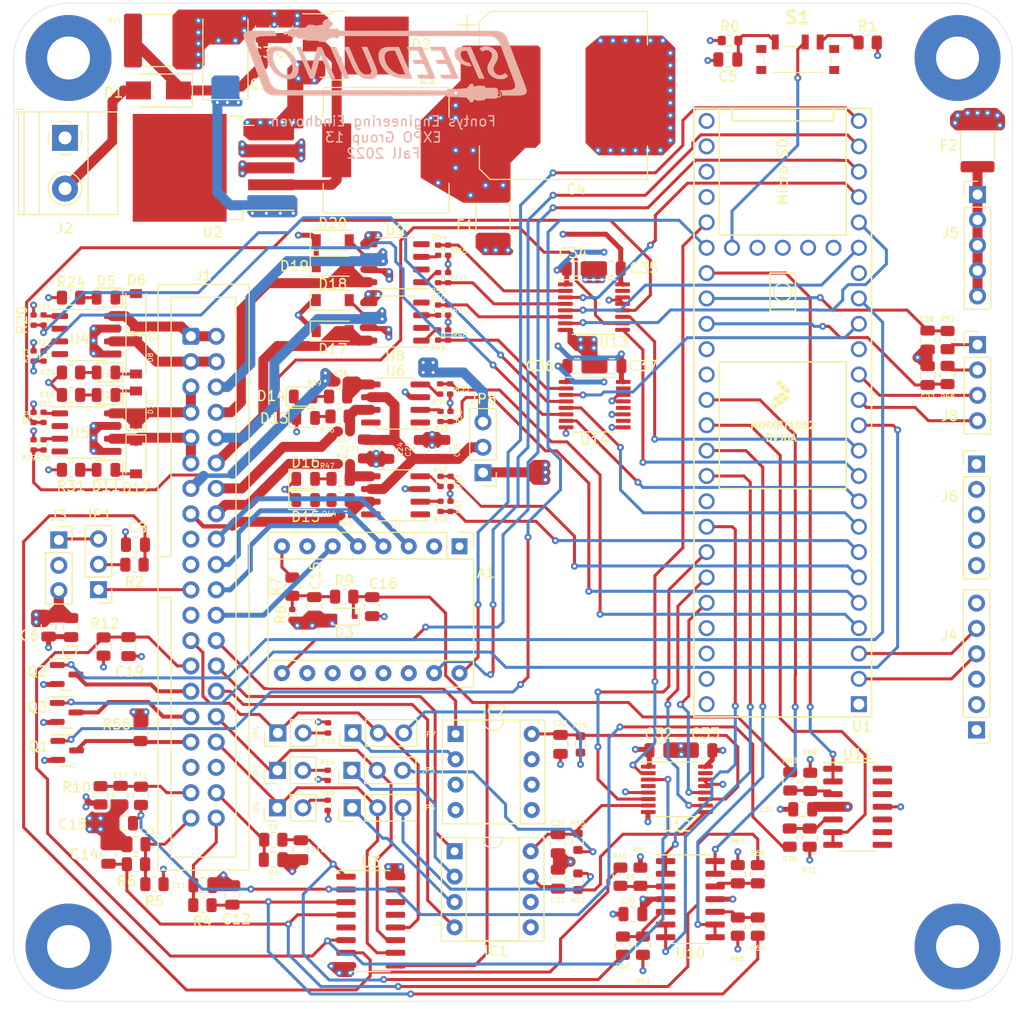
<source format=kicad_pcb>
(kicad_pcb (version 20211014) (generator pcbnew)
  (title_block (title "Speeduino board for Teensy 4.1") (date "2023-01-07") (rev "6") (company "Fontys Eindhoven EXPO group 13 || Speeduino") (comment 1 "Adapted from Speeduino V0.4.4c board"))
  (layers (0 "F.Cu" signal) (1 "In1.Cu" signal) (2 "In2.Cu" signal) (31 "B.Cu" signal) (34 "B.Paste" user) (35 "F.Paste" user) (36 "B.SilkS" user "B.Silkscreen") (37 "F.SilkS" user "F.Silkscreen") (38 "B.Mask" user) (39 "F.Mask" user) (44 "Edge.Cuts" user))
  (net 0 "")
  (net 1 "GND")
  (net 2 "+12V")
  (net 3 "MCU-ST-EN")
  (net 4 "MCU-ST-STEP")
  (net 5 "MCU-ST-DIR")
  (net 6 "Net-(C1-Pad1)")
  (net 7 "VDD")
  (net 8 "Net-(C5-Pad1)")
  (net 9 "IAT-5V")
  (net 10 "Net-(D2-Pad2)")
  (net 13 "INJ-1-OUT")
  (net 14 "INJ-2-OUT")
  (net 15 "Net-(D7-Pad2)")
  (net 16 "Net-(C15-Pad1)")
  (net 17 "INJ-3-OUT")
  (net 18 "INJ-4-OUT")
  (net 19 "BAT-5V")
  (net 20 "IDLE-OUT")
  (net 21 "BOOST-OUT")
  (net 22 "CLT-5V")
  (net 23 "FLEX-IN")
  (net 24 "CAM1-5V")
  (net 25 "CAM2-5V")
  (net 26 "CRANK-5V")
  (net 27 "IGN-1-OUT")
  (net 28 "IGN-2-OUT")
  (net 29 "MCU-PROTO-A2")
  (net 30 "MCU-PROTO-A1")
  (net 33 "+3V3")
  (net 34 "Net-(D5-Pad1)")
  (net 35 "Net-(D5-Pad2)")
  (net 36 "Net-(D9-Pad2)")
  (net 37 "Net-(D11-Pad1)")
  (net 38 "RESET")
  (net 39 "Net-(D11-Pad2)")
  (net 40 "Net-(D13-Pad2)")
  (net 41 "Net-(D14-Pad2)")
  (net 42 "Net-(D15-Pad2)")
  (net 43 "Net-(D16-Pad2)")
  (net 44 "Net-(IC1-Pad2)")
  (net 45 "Net-(IC1-Pad3)")
  (net 49 "TACHO-OUT")
  (net 50 "Net-(J3-Pad1)")
  (net 51 "Net-(D10-Pad2)")
  (net 52 "MCU-RX")
  (net 53 "MCU-TX")
  (net 55 "Net-(J8-Pad1)")
  (net 56 "Net-(J8-Pad2)")
  (net 57 "MCU-PROTO-D2")
  (net 58 "IGN-3-OUT")
  (net 59 "IGN-4-OUT")
  (net 60 "MCU-PROTO-D1")
  (net 61 "Net-(JP2-Pad2)")
  (net 62 "STEP-A2")
  (net 63 "STEP-A1")
  (net 64 "STEP-B1")
  (net 65 "STEP-B2")
  (net 66 "Vdrive")
  (net 67 "HC-2-OUT")
  (net 68 "HC-1-OUT")
  (net 69 "VR1-")
  (net 70 "VR2-")
  (net 71 "MAP-EXT")
  (net 72 "Net-(JP3-Pad3)")
  (net 73 "Net-(JP4-Pad2)")
  (net 74 "Net-(JP5-Pad3)")
  (net 75 "CRANK-IN")
  (net 76 "Net-(JP6-Pad2)")
  (net 77 "Net-(JP7-Pad3)")
  (net 78 "MCU-TACHO")
  (net 79 "MCU-FAN")
  (net 80 "FAN-OUT")
  (net 81 "FUELPUMP-OUT")
  (net 82 "MCU-PUMP")
  (net 83 "Net-(D7-Pad1)")
  (net 84 "VDDA")
  (net 85 "INJ1-5V")
  (net 86 "Net-(R21-Pad1)")
  (net 87 "Net-(R22-Pad1)")
  (net 88 "INJ4-5V")
  (net 89 "INJ2-5V")
  (net 90 "Net-(R27-Pad1)")
  (net 91 "Net-(R28-Pad1)")
  (net 92 "INJ3-5V")
  (net 93 "MCU-IGN2")
  (net 94 "MCU-IGN1")
  (net 95 "Net-(R36-Pad1)")
  (net 96 "Net-(R38-Pad2)")
  (net 97 "MCU-IGN4")
  (net 98 "Net-(R41-Pad1)")
  (net 99 "Net-(F2-Pad2)")
  (net 100 "Net-(IC2-Pad2)")
  (net 101 "Net-(R42-Pad1)")
  (net 102 "MCU-IGN3")
  (net 103 "Net-(R46-Pad2)")
  (net 104 "BOOST-5V")
  (net 105 "Net-(R49-Pad1)")
  (net 106 "Net-(JP1-Pad2)")
  (net 107 "Net-(R50-Pad1)")
  (net 108 "HC1-5V")
  (net 109 "IDLE-5V")
  (net 110 "Net-(R53-Pad1)")
  (net 111 "Net-(R44-Pad1)")
  (net 112 "Net-(R54-Pad1)")
  (net 113 "HC2-5V")
  (net 114 "Net-(R60-Pad1)")
  (net 115 "Net-(R66-Pad1)")
  (net 116 "Net-(R68-Pad1)")
  (net 121 "MCU-INJ1")
  (net 126 "MCU-INJ2")
  (net 127 "MCU-INJ4")
  (net 128 "MCU-INJ3")
  (net 130 "MCU-BOOST")
  (net 132 "MCU-IDLE")
  (net 133 "MCU-HC1")
  (net 134 "MCU-HC2")
  (net 138 "VR3-")
  (net 140 "MCU-FLEX")
  (net 141 "MCU-BAT")
  (net 143 "CAM1-IN")
  (net 144 "MCU-IAT")
  (net 145 "CAM2-IN")
  (net 146 "MCU-CLT")
  (net 147 "MCU-O2")
  (net 148 "MCU-TPS")
  (net 150 "MCU-MAP")
  (net 151 "MCU-CRANK")
  (net 152 "MCU-CAM1")
  (net 153 "MCU-CAM2")
  (net 154 "O2-5V")
  (net 155 "Net-(R33-Pad1)")
  (net 156 "MAP-5V")
  (net 157 "Net-(R34-Pad1)")
  (net 158 "TPS-5V")
  (net 160 "Net-(R62-Pad1)")
  (net 161 "Net-(R64-Pad1)")
  (net 163 "Net-(R70-Pad1)")
  (net 187 "TPS-IN")
  (net 188 "O2-IN")
  (net 189 "IAT-IN")
  (net 190 "CLT-IN")
  (net 191 "Net-(R1-Pad1)")
  (footprint "LED_SMD:LED_0805_2012Metric" (layer "F.Cu") (at 56.75 123.5 180)
    (fp_text reference "D11")
    (fp_text value "LED")
  )
  (footprint "Capacitor_SMD:C_0805_2012Metric" (layer "F.Cu") (at 76.25 161.55 -90)
    (fp_text reference "C10")
    (fp_text value "0.22uF")
  )
  (footprint "Package_TO_SOT_SMD:TO-252-3_TabPin4" (layer "F.Cu") (at 81.75 81)
    (fp_text reference "D2")
    (fp_text value "50WQ04")
  )
  (footprint "Connector_PinHeader_2.54mm:PinHeader_1x03_P2.54mm_Vertical" (layer "F.Cu") (at 81.475 149.85 90)
    (fp_text reference "JP7")
    (fp_text value "VR-HALL")
  )
  (footprint "Diode_SMD:D_SOD-123" (layer "F.Cu") (at 79.45 109.6)
    (fp_text reference "D17")
    (fp_text value "1N4448")
  )
  (footprint "Resistor_SMD:R_0402_1005Metric" (layer "F.Cu") (at 90.23875 127.155 -90)
    (fp_text reference "R41")
    (fp_text value "1kR")
  )
  (footprint "Speeduino-lib:Teensy41" (layer "F.Cu") (at 124.5 117.765 90)
    (fp_text reference "U1")
    (fp_text value "Teensy4.1")
  )
  (footprint "Package_SO:SOIC-8_3.9x4.9mm_P1.27mm" (layer "F.Cu") (at 85.73875 116.855 180)
    (fp_text reference "U6")
    (fp_text value "TC4424A")
  )
  (footprint "Capacitor_SMD:C_0805_2012Metric" (layer "F.Cu") (at 51 139.25 90)
    (fp_text reference "C6")
    (fp_text value "0.01uF")
  )
  (footprint "Connector_PinHeader_2.54mm:PinHeader_1x02_P2.54mm_Vertical" (layer "F.Cu") (at 73.92 153.6 90)
    (fp_text reference "JP2")
    (fp_text value "PULL-UP")
  )
  (footprint "Resistor_SMD:R_0805_2012Metric" (layer "F.Cu") (at 53.25 123.5 180)
    (fp_text reference "R31")
    (fp_text value "2k4R")
  )
  (footprint "TerminalBlock_Phoenix:TerminalBlock_Phoenix_MKDS-1,5-2-5.08_1x02_P5.08mm_Horizontal" (layer "F.Cu") (at 52.645 90.25 -90)
    (fp_text reference "J2")
    (fp_text value "Conn_01x02")
  )
  (footprint "LED_SMD:LED_0805_2012Metric" (layer "F.Cu") (at 76.73875 118.3)
    (fp_text reference "D13")
    (fp_text value "LED")
  )
  (footprint "Package_SO:TSSOP-16_4.4x5mm_P0.65mm" (layer "F.Cu") (at 105.6 107.2)
    (fp_text reference "U13")
    (fp_text value "CD4504B")
  )
  (footprint "Diode_SMD:D_SOD-323" (layer "F.Cu") (at 80.6 138.2 180)
    (fp_text reference "D3")
    (fp_text value "PZU5.1B2A")
  )
  (footprint "Capacitor_SMD:C_0805_2012Metric" (layer "F.Cu") (at 102.25 151 90)
    (fp_text reference "C22")
    (fp_text value "0.01uF")
  )
  (footprint "LED_SMD:LED_0805_2012Metric" (layer "F.Cu") (at 56.75 106.25 180)
    (fp_text reference "D5")
    (fp_text value "LED")
  )
  (footprint "Resistor_SMD:R_0402_1005Metric" (layer "F.Cu") (at 49.5 118.25 90)
    (fp_text reference "R26")
    (fp_text value "100kR")
  )
  (footprint "Connector_PinHeader_2.54mm:PinHeader_1x06_P2.54mm_Vertical" (layer "F.Cu") (at 143.9 149.55 180)
    (fp_text reference "J4")
    (fp_text value "Conn_01x06")
  )
  (footprint "Resistor_SMD:R_0603_1608Metric" (layer "F.Cu") (at 104.25 151 -90)
    (fp_text reference "R19")
    (fp_text value "220R")
  )
  (footprint "Resistor_SMD:R_0805_2012Metric" (layer "F.Cu") (at 79.98875 116.155 180)
    (fp_text reference "R39")
    (fp_text value "2k4R")
  )
  (footprint "Resistor_SMD:R_0805_2012Metric" (layer "F.Cu") (at 110.5 171.1625 90)
    (fp_text reference "R63")
    (fp_text value "330kR +/-0.1%")
  )
  (footprint "Package_SO:SOIC-14_3.9x8.7mm_P1.27mm" (layer "F.Cu") (at 115.25 166.5)
    (fp_text reference "U10")
    (fp_text value "LM324A")
  )
  (footprint "Resistor_SMD:R_0402_1005Metric" (layer "F.Cu") (at 90.23875 124.655 90)
    (fp_text reference "R42")
    (fp_text value "1kR")
  )
  (footprint "Resistor_SMD:R_0805_2012Metric" (layer "F.Cu") (at 80.23875 126.525 180)
    (fp_text reference "R44")
    (fp_text value "2k4R")
  )
  (footprint "Capacitor_SMD:C_2220_5650Metric" (layer "F.Cu") (at 62 80.5)
    (fp_text reference "RV1")
    (fp_text value "Varistor")
  )
  (footprint "Resistor_SMD:R_0805_2012Metric" (layer "F.Cu") (at 120 164 -90)
    (fp_text reference "R67")
    (fp_text value "330kR +/-0.1%")
  )
  (footprint "Resistor_SMD:R_0805_2012Metric" (layer "F.Cu") (at 127.25 154.75 -90)
    (fp_text reference "R69")
    (fp_text value "330kR +/-0.1%")
  )
  (footprint "Resistor_SMD:R_0805_2012Metric" (layer "F.Cu") (at 60.25 156.15 90)
    (fp_text reference "R11")
    (fp_text value "470R")
  )
  (footprint "Package_SO:SOP-8_3.9x4.9mm_P1.27mm" (layer "F.Cu") (at 54.75 110)
    (fp_text reference "U4")
    (fp_text value "BM2LC105")
  )
  (footprint "Capacitor_SMD:C_0805_2012Metric" (layer "F.Cu") (at 59.7 131)
    (fp_text reference "C8")
    (fp_text value "470pF")
  )
  (footprint "Capacitor_SMD:C_0805_2012Metric" (layer "F.Cu") (at 83.4 137.2 -90)
    (fp_text reference "C16")
    (fp_text value "0.22uF")
  )
  (footprint "Resistor_SMD:R_0603_1608Metric" (layer "F.Cu") (at 119.225 80.5 180)
    (fp_text reference "R0")
    (fp_text value "120R")
  )
  (footprint "Capacitor_SMD:C_0805_2012Metric" (layer "F.Cu") (at 73.5 162.55)
    (fp_text reference "C9")
    (fp_text value "0.1uF")
  )
  (footprint "Connector_PinHeader_2.54mm:PinHeader_1x02_P2.54mm_Vertical" (layer "F.Cu") (at 73.915 157.35 90)
    (fp_text reference "JP4")
    (fp_text value "PULL-UP")
  )
  (footprint "Diode_SMD:D_SOD-123" (layer "F.Cu") (at 59.75 107.5 90)
    (fp_text reference "D6")
    (fp_text value "1N4448")
  )
  (footprint "Resistor_SMD:R_0402_1005Metric" (layer "F.Cu") (at 49.5 108.5 90)
    (fp_text reference "R20")
    (fp_text value "100kR")
  )
  (footprint "Resistor_SMD:R_0402_1005Metric" (layer "F.Cu") (at 91.23875 118.155 90)
    (fp_text reference "R32")
    (fp_text value "100kR")
  )
  (footprint "Resistor_SMD:R_0402_1005Metric" (layer "F.Cu") (at 90.23875 118.155 -90)
    (fp_text reference "R33")
    (fp_text value "1kR")
  )
  (footprint "Resistor_SMD:R_0402_1005Metric" (layer "F.Cu") (at 91 101.5 90)
    (fp_text reference "R55")
    (fp_text value "100kR")
  )
  (footprint "Resistor_SMD:R_0805_2012Metric" (layer "F.Cu") (at 122 169.25 -90)
    (fp_text reference "R64")
    (fp_text value "180kR +/-0.1%")
  )
  (footprint "Resistor_SMD:R_0402_1005Metric" (layer "F.Cu") (at 80.48875 119.655)
    (fp_text reference "R37")
    (fp_text value "10R")
  )
  (footprint "Package_SO:SOIC-16_3.9x9.9mm_P1.27mm" (layer "F.Cu") (at 83.25 168.7)
    (fp_text reference "U3")
    (fp_text value "SP720")
  )
  (footprint "Resistor_SMD:R_0805_2012Metric" (layer "F.Cu") (at 53.25 116 180)
    (fp_text reference "R30")
    (fp_text value "2k4R")
  )
  (footprint "Resistor_SMD:R_0402_1005Metric" (layer "F.Cu") (at 91 107.49 90)
    (fp_text reference "R51")
    (fp_text value "100kR")
  )
  (footprint "Package_DIP:DIP-8_W7.62mm_Socket" (layer "F.Cu") (at 91.75 149.95)
    (fp_text reference "IC2")
    (fp_text value "Trig Cond Socket")
  )
  (footprint "Resistor_SMD:R_0402_1005Metric" (layer "F.Cu") (at 91.23875 124.655 90)
    (fp_text reference "R43")
    (fp_text value "100kR")
  )
  (footprint "Resistor_SMD:R_0402_1005Metric" (layer "F.Cu") (at 90.2 115.4 90)
    (fp_text reference "R34")
    (fp_text value "1kR")
  )
  (footprint "Module:Pololu_Breakout-16_15.2x20.3mm" (layer "F.Cu") (at 92.14 131.16 -90)
    (fp_text reference "A1")
    (fp_text value "Pololu_Breakout_DRV8825")
  )
  (footprint "LED_SMD:LED_0805_2012Metric" (layer "F.Cu") (at 56.75 113.75 180)
    (fp_text reference "D7")
    (fp_text value "LED")
  )
  (footprint "Resistor_SMD:R_0402_1005Metric" (layer "F.Cu") (at 78.975 149.35 90)
    (fp_text reference "R18")
    (fp_text value "1kR")
  )
  (footprint "LED_SMD:LED_0805_2012Metric" (layer "F.Cu") (at 76.73875 124.405)
    (fp_text reference "D16")
    (fp_text value "LED")
  )
  (footprint "Resistor_SMD:R_0805_2012Metric" (layer "F.Cu") (at 73.5 160.55 180)
    (fp_text reference "R3")
    (fp_text value "470R")
  )
  (footprint "Resistor_SMD:R_0402_1005Metric" (layer "F.Cu") (at 91 104.25 90)
    (fp_text reference "R52")
    (fp_text value "100kR")
  )
  (footprint "Connector_PinHeader_2.54mm:PinHeader_1x03_P2.54mm_Vertical" (layer "F.Cu") (at 56 135.5 180)
    (fp_text reference "JP1")
    (fp_text value "MAP-SEL")
  )
  (footprint "Resistor_SMD:R_0402_1005Metric" (layer "F.Cu") (at 91.2 115.4 90)
    (fp_text reference "R35")
    (fp_text value "100kR")
  )
  (footprint "MountingHole:MountingHole_4.3mm_M4_Pad" (layer "F.Cu") (at 53 171.25)
    (fp_text reference "H1" hide)
    (fp_text value "MountingHole")
  )
  (footprint "Inductor_SMD:L_12x12mm_H8mm" (layer "F.Cu") (at 84.7925 91.5)
    (fp_text reference "L1")
    (fp_text value "100uH")
  )
  (footprint "Resistor_SMD:R_0805_2012Metric" (layer "F.Cu") (at 133 80.7)
    (fp_text reference "R1")
    (fp_text value "10kR")
  )
  (footprint "Resistor_SMD:R_0402_1005Metric" (layer "F.Cu") (at 50.5 112.1 -90)
    (fp_text reference "R22")
    (fp_text value "1kR")
  )
  (footprint "Capacitor_SMD:C_0805_2012Metric" (layer "F.Cu") (at 82.68875 121.405 90)
    (fp_text reference "C23")
    (fp_text value "0.1uF")
  )
  (footprint "Diode_SMD:D_SOD-123" (layer "F.Cu") (at 59.75 117.25 90)
    (fp_text reference "D10")
    (fp_text value "1N4448")
  )
  (footprint "Diode_SMD:D_SOD-123" (layer "F.Cu") (at 79.45 103.1)
    (fp_text reference "D19")
    (fp_text value "1N4448")
  )
  (footprint "Resistor_SMD:R_0805_2012Metric" (layer "F.Cu") (at 80.6 136.2 180)
    (fp_text reference "R9")
    (fp_text value "470R")
  )
  (footprint "Package_DIP:DIP-8_W7.62mm_Socket" (layer "F.Cu") (at 91.65 161.7)
    (fp_text reference "IC1")
    (fp_text value "Trig Cond Socket")
  )
  (footprint "Capacitor_SMD:C_0805_2012Metric" (layer "F.Cu") (at 126.5 157.5 180)
    (fp_text reference "C31")
    (fp_text value "0.1uF")
  )
  (footprint "Resistor_SMD:R_0402_1005Metric" (layer "F.Cu") (at 49.5 112.1 -90)
    (fp_text reference "R23")
    (fp_text value "100kR")
  )
  (footprint "Fuse:Fuse_1812_4532Metric" (layer "F.Cu") (at 144 91 -90)
    (fp_text reference "F2")
    (fp_text value "Polyfuse")
  )
  (footprint "Resistor_SMD:R_0805_2012Metric" (layer "F.Cu") (at 120 169.25 90)
    (fp_text reference "R65")
    (fp_text value "330kR +/-0.1%")
  )
  (footprint "Resistor_SMD:R_0402_1005Metric" (layer "F.Cu") (at 50.5 118.24 -90)
    (fp_text reference "R27")
    (fp_text value "1kR")
  )
  (footprint "Capacitor_SMD:C_0805_2012Metric" (layer "F.Cu") (at 112.1 151.6)
    (fp_text reference "C32")
    (fp_text value "0.1uF")
  )
  (footprint "Package_SO:SOIC-8_3.9x4.9mm_P1.27mm" (layer "F.Cu") (at 85.73875 126.055 180)
    (fp_text reference "U7")
    (fp_text value "TC4424A")
  )
  (footprint "Connector_PinHeader_2.54mm:PinHeader_1x03_P2.54mm_Vertical" (layer "F.Cu") (at 81.365 153.6 90)
    (fp_text reference "JP3")
    (fp_text value "VR-HALL")
  )
  (footprint "Capacitor_Tantalum_SMD:CP_EIA-7343-31_Kemet-D" (layer "F.Cu") (at 68.705 82 90)
    (fp_text reference "C1")
    (fp_text value "10uF")
  )
  (footprint "Resistor_SMD:R_0402_1005Metric" (layer "F.Cu") (at 50.5 108.49 -90)
    (fp_text reference "R21")
    (fp_text value "1kR")
  )
  (footprint "LED_SMD:LED_0805_2012Metric" (layer "F.Cu") (at 76.48875 116.155)
    (fp_text reference "D14")
    (fp_text value "LED")
  )
  (footprint "Diode_SMD:D_SMA" (layer "F.Cu") (at 62 85.5 180)
    (fp_text reference "D1")
    (fp_text value "SSA33L")
  )
  (footprint "Resistor_SMD:R_0805_2012Metric" (layer "F.Cu") (at 56.5 141.2 90)
    (fp_text reference "R12")
    (fp_text value "2k4R")
  )
  (footprint "Capacitor_SMD:C_0805_2012Metric" (layer "F.Cu") (at 58.5 158.9 180)
    (fp_text reference "C18")
    (fp_text value "0.22uF")
  )
  (footprint "Resistor_SMD:R_0805_2012Metric" (layer "F.Cu") (at 59.75 163)
    (fp_text reference "R6")
    (fp_text value "470R")
  )
  (footprint "MountingHole:MountingHole_4.3mm_M4_Pad" (layer "F.Cu") (at 142 82.25)
    (fp_text reference "H3" hide)
    (fp_text value "MountingHole")
  )
  (footprint "Resistor_SMD:R_0805_2012Metric" (layer "F.Cu") (at 108.25 164.25 90)
    (fp_text reference "R60")
    (fp_text value "180kR +/-0.1%")
  )
  (footprint "Resistor_SMD:R_0805_2012Metric" (layer "F.Cu") (at 125.2 160.3375 -90)
    (fp_text reference "R70")
    (fp_text value "180kR +/-0.1%")
  )
  (footprint "Capacitor_SMD:C_0805_2012Metric" (layer "F.Cu") (at 84.88875 121.455 90)
    (fp_text reference "C24")
    (fp_text value "1uF")
  )
  (footprint "Resistor_SMD:R_0402_1005Metric" (layer "F.Cu") (at 90 109.99 -90)
    (fp_text reference "R49")
    (fp_text value "1kR")
  )
  (footprint "Diode_SMD:D_SOD-123" (layer "F.Cu") (at 59.75 122.25 -90)
    (fp_text reference "D12")
    (fp_text value "1N4448")
  )
  (footprint "Resistor_SMD:R_0402_1005Metric" (layer "F.Cu") (at 80.23875 114.655)
    (fp_text reference "R38")
    (fp_text value "10R")
  )
  (footprint "Resistor_SMD:R_0402_1005Metric" (layer "F.Cu") (at 90 101.5 90)
    (fp_text reference "R54")
    (fp_text value "1kR")
  )
  (footprint "Resistor_SMD:R_0805_2012Metric" (layer "F.Cu") (at 110.25 164.25 -90)
    (fp_text reference "R61")
    (fp_text value "330kR +/-0.1%")
  )
  (footprint "Capacitor_SMD:C_0805_2012Metric" (layer "F.Cu") (at 88.28875 121.455 -90)
    (fp_text reference "C26")
    (fp_text value "1uF")
  )
  (footprint "Capacitor_SMD:C_0805_2012Metric" (layer "F.Cu") (at 69.4 166.1 90)
    (fp_text reference "C12")
    (fp_text value "0.22uF")
  )
  (footprint "Resistor_SMD:R_0805_2012Metric" (layer "F.Cu") (at 53.25 113.75 180)
    (fp_text reference "R25")
    (fp_text value "2k4R")
  )
  (footprint "Resistor_SMD:R_0805_2012Metric" (layer "F.Cu") (at 122 164 90)
    (fp_text reference "R66")
    (fp_text value "180kR +/-0.1%")
  )
  (footprint "Capacitor_SMD:C_0805_2012Metric" (layer "F.Cu") (at 77.6 137.2 -90)
    (fp_text reference "C15")
    (fp_text value "0.1uF")
  )
  (footprint "Resistor_SMD:R_0805_2012Metric" (layer "F.Cu") (at 80.23875 124.405 180)
    (fp_text reference "R47")
    (fp_text value "2k4R")
  )
  (footprint "Capacitor_SMD:C_0805_2012Metric" (layer "F.Cu") (at 74.705 79.3 90)
    (fp_text reference "C2")
    (fp_text value "0.1uF")
  )
  (footprint "Capacitor_SMD:C_0805_2012Metric" (layer "F.Cu") (at 102 164.5 -90)
    (fp_text reference "C21")
    (fp_text value "0.1uF")
  )
  (footprint "Capacitor_SMD:CP_Elec_16x17.5" (layer "F.Cu") (at 102.5425 86)
    (fp_text reference "C4")
    (fp_text value "1000uF")
  )
  (footprint "Capacitor_SMD:C_0805_2012Metric" (layer "F.Cu") (at 58.2 156.1 -90)
    (fp_text reference "C17")
    (fp_text value "0.1uF")
  )
  (footprint "Resistor_SMD:R_0402_1005Metric" (layer "F.Cu") (at 91.23875 127.155 90)
    (fp_text reference "R40")
    (fp_text value "100kR")
  )
  (footprint "Resistor_SMD:R_0402_1005Metric" (layer "F.Cu") (at 75.4 138 90)
    (fp_text reference "R8")
    (fp_text value "1kR")
  )
  (footprint "Capacitor_SMD:C_0805_2012Metric" (layer "F.Cu") (at 116.5 151.6 180)
    (fp_text reference "C33")
    (fp_text value "0.1uF")
  )
  (footprint "Resistor_SMD:R_0805_2012Metric" (layer "F.Cu") (at 60.2 149.75 90)
    (fp_text reference "R56")
    (fp_text value "10kR")
  )
  (footprint "Capacitor_SMD:C_0805_2012Metric" (layer "F.Cu") (at 119 82.4 180)
    (fp_text reference "C5")
    (fp_text value "22uF")
  )
  (footprint "Diode_SMD:D_SOD-123" (layer "F.Cu") (at 79.45 106.5)
    (fp_text reference "D18")
    (fp_text value "1N4448")
  )
  (footprint "Resistor_SMD:R_0805_2012Metric" (layer "F.Cu") (at 141 114 -90)
    (fp_text reference "R58")
    (fp_text value "470R")
  )
  (footprint "Capacitor_SMD:C_0805_2012Metric" (layer "F.Cu") (at 103.8275 103.35)
    (fp_text reference "C34")
    (fp_text value "0.1uF")
  )
  (footprint "Capacitor_SMD:C_0805_2012Metric" (layer "F.Cu") (at 57 162 90)
    (fp_text reference "C14")
    (fp_text value "0.22uF")
  )
  (footprint "Package_TO_SOT_SMD:TO-263-5_TabPin6" (layer "F.Cu") (at 67.5 93.25 180)
    (fp_text reference "U2")
    (fp_text value "LM2576-5G")
  )
  (footprint "Speeduino-lib:MSS3VTR" (layer "F.Cu") (at 126 83.7)
    (fp_text reference "S1")
    (fp_text value "MSS3-V-T_R" hide)
  )
  (footprint "Resistor_SMD:R_0805_2012Metric" (layer "F.Cu") (at 108.5 171.1625 -90)
    (fp_text reference "R62")
    (fp_text value "180kR +/-0.1%")
  )
  (footprint "Resistor_SMD:R_0603_1608Metric" (layer "F.Cu") (at 104 160.75 -90)
    (fp_text reference "R15")
    (fp_text value "220R")
  )
  (footprint "Package_TO_SOT_SMD:SOT-23" (layer "F.Cu") (at 52.8625 151.6)
    (fp_text reference "Q1")
    (fp_text value "SSM3K318R")
  )
  (footprint "Capacitor_SMD:C_0805_2012Metric" (layer "F.Cu") (at 66.45 165.1)
    (fp_text reference "C11")
    (fp_text value "0.1uF")
  )
  (footprint "Connector_PinHeader_2.54mm:PinHeader_1x05_P2.54mm_Vertical" (layer "F.Cu") (at 144 95.925)
    (fp_text reference "J5")
    (fp_text value "Conn_01x05")
  )
  (footprint "Capacitor_SMD:C_0805_2012Metric" (layer "F.Cu") (at 59.75 161 180)
    (fp_text reference "C13")
    (fp_text value "0.1uF")
  )
  (footprint "Connector_PinHeader_2.54mm:PinHeader_1x02_P2.54mm_Vertical" (layer "F.Cu") (at 73.95 149.85 90)
    (fp_text reference "JP6")
    (fp_text value "PULL-UP")
  )
  (footprint "Resistor_SMD:R_0805_2012Metric" (layer "F.Cu") (at 127.2 160.3375 90)
    (fp_text reference "R71")
    (fp_text value "330kR +/-0.1%")
  )
  (footprint "LED_SMD:LED_0805_2012Metric" (layer "F.Cu") (at 76.73875 126.525)
    (fp_text reference "D15")
    (fp_text value "LED")
  )
  (footprint "Capacitor_SMD:C_0805_2012Metric" (layer "F.Cu") (at 139 110.5 -90)
    (fp_text reference "C28")
    (fp_text value "0.1uF")
  )
  (footprint "Resistor_SMD:R_0805_2012Metric" (layer "F.Cu") (at 66.4 167.1 180)
    (fp_text reference "R4")
    (fp_text value "470R")
  )
  (footprint "Package_SO:SOP-8_3.9x4.9mm_P1.27mm" (layer "F.Cu") (at 85.7 102.8 180)
    (fp_text reference "U9")
    (fp_text value "BM2LC105")
  )
  (footprint "LED_SMD:LED_0805_2012Metric" (layer "F.Cu") (at 56.75 116 180)
    (fp_text reference "D9")
    (fp_text value "LED")
  )
  (footprint "Package_SO:SOP-8_3.9x4.9mm_P1.27mm" (layer "F.Cu") (at 85.7 108.65 180)
    (fp_text reference "U8")
    (fp_text value "BM2LC105")
  )
  (footprint "Resistor_SMD:R_0805_2012Metric" (layer "F.Cu") (at 59.6 133)
    (fp_text reference "R2")
    (fp_text value "470R")
  )
  (footprint "Resistor_SMD:R_0402_1005Metric" (layer "F.Cu") (at 78.945 154.1 -90)
    (fp_text reference "R14")
    (fp_text value "1kR")
  )
  (footprint "Connector_PinHeader_2.54mm:PinHeader_1x04_P2.54mm_Vertical" (layer "F.Cu") (at 144 110.96)
    (fp_text reference "J8")
    (fp_text value "Conn_01x04")
  )
  (footprint "Resistor_SMD:R_0402_1005Metric" (layer "F.Cu") (at 50.5 121 -90)
    (fp_text reference "R28")
    (fp_text value "1kR")
  )
  (footprint "Resistor_SMD:R_0402_1005Metric" (layer "F.Cu") (at 90 107.5 90)
    (fp_text reference "R50")
    (fp_text value "1kR")
  )
  (footprint "Capacitor_SMD:C_0805_2012Metric" (layer "F.Cu") (at 72.455 79.3 90)
    (fp_text reference "C3")
    (fp_text value "0.1uF")
  )
  (footprint "Resistor_SMD:R_0402_1005Metric" (layer "F.Cu") (at 80.73875 128.025)
    (fp_text reference "R45")
    (fp_text value "10R")
  )
  (footprint "Connector_IDC:IDC-Header_2x20_P2.54mm_Vertical" (layer "F.Cu") (at 65.2475 110.12)
    (fp_text reference "J1")
    (fp_text value "Conn_02x20_Odd_Even")
  )
  (footprint "Resistor_SMD:R_0402_1005Metric" (layer "F.Cu") (at 49.5 121 -90)
    (fp_text reference "R29")
    (fp_text value "100kR")
  )
  (footprint "Capacitor_SMD:C_0805_2012Metric" (layer "F.Cu") (at 102 160.95 90)
    (fp_text reference "C20")
    (fp_text value "0.1uF")
  )
  (footprint "MountingHole:MountingHole_4.3mm_M4_Pad" (layer "F.Cu") (at 53 82.25)
    (fp_text reference "H2" hide)
    (fp_text value "MountingHole")
  )
  (footprint "Diode_SMD:D_SOD-123" (layer "F.Cu") (at 79.45 100.5)
    (fp_text reference "D20")
    (fp_text value "1N4448")
  )
  (footprint "Capacitor_SMD:C_0805_2012Metric" (layer "F.Cu") (at 90.48875 121.455 -90)
    (fp_text reference "C25")
    (fp_text value "0.1uF")
  )
  (footprint "Resistor_SMD:R_0603_1608Metric" (layer "F.Cu") (at 104 164.75 90)
    (fp_text reference "R17")
    (fp_text value "220R")
  )
  (footprint "Package_SO:TSSOP-16_4.4x5mm_P0.65mm" (layer "F.Cu") (at 105.6725 116.97)
    (fp_text reference "U14")
    (fp_text value "CD4504B")
  )
  (footprint "Package_SO:SOIC-14_3.9x8.7mm_P1.27mm" (layer "F.Cu") (at 132 157.25)
    (fp_text reference "U11")
    (fp_text value "LM324A")
  )
  (footprint "Connector_PinSocket_2.54mm:PinSocket_1x03_P2.54mm_Vertical" (layer "F.Cu") (at 52.025 130.525)
    (fp_text reference "J3")
    (fp_text value "MAP_Connector")
  )
  (footprint "Resistor_SMD:R_0805_2012Metric" (layer "F.Cu") (at 53.25 106.25 180)
    (fp_text reference "R24")
    (fp_text value "2k4R")
  )
  (footprint "Connector_PinHeader_2.54mm:PinHeader_1x03_P2.54mm_Vertical" (layer "F.Cu") (at 81.4 157.35 90)
    (fp_text reference "JP5")
    (fp_text value "VR-HALL")
  )
  (footprint "Resistor_SMD:R_0805_2012Metric" (layer "F.Cu") (at 61.6 165)
    (fp_text reference "R5")
    (fp_text value "2k49R +/-0.1%")
  )
  (footprint "Capacitor_SMD:C_0805_2012Metric" (layer "F.Cu") (at 139 114.05 90)
    (fp_text reference "C27")
    (fp_text value "0.1uF")
  )
  (footprint "Package_SO:TSSOP-16_4.4x5mm_P0.65mm" (layer "F.Cu") (at 113.9 155.5)
    (fp_text reference "U12")
    (fp_text value "CD4504B")
  )
  (footprint "Resistor_SMD:R_0805_2012Metric" (layer "F.Cu") (at 56.2 156.1 -90)
    (fp_text reference "R10")
    (fp_text value "2k49R +/-0.1%")
  )
  (footprint "Capacitor_SMD:C_0805_2012Metric" (layer "F.Cu") (at 53.25 139.3 90)
    (fp_text reference "C7")
    (fp_text value "1uF")
  )
  (footprint "Capacitor_SMD:C_0805_2012Metric" (layer "F.Cu") (at 107.3275 103.35 180)
    (fp_text reference "C35")
    (fp_text value "0.1uF")
  )
  (footprint "MountingHole:MountingHole_4.3mm_M4_Pad" (layer "F.Cu") (at 142 171.25)
    (fp_text reference "H4" hide)
    (fp_text value "MountingHole")
  )
  (footprint "Resistor_SMD:R_0805_2012Metric" (layer "F.Cu") (at 125.25 154.7 90)
    (fp_text reference "R68")
    (fp_text value "180kR +/-0.1%")
  )
  (footprint "Connector_PinHeader_2.54mm:PinHeader_1x03_P2.54mm_Vertical" (layer "F.Cu") (at 94.48875 123.78 180)
    (fp_text reference "JP8")
    (fp_text value "Ignition Voltage")
  )
  (footprint "Resistor_SMD:R_0402_1005Metric" (layer "F.Cu") (at 78.94 157.1 -90)
    (fp_text reference "R16")
    (fp_text value "1kR")
  )
  (footprint "Resistor_SMD:R_0402_1005Metric" (layer "F.Cu") (at 91 110 90)
    (fp_text reference "R48")
    (fp_text value "100kR")
  )
  (footprint "Resistor_SMD:R_0805_2012Metric" (layer "F.Cu") (at 141 110.5 -90)
    (fp_text reference "R57")
    (fp_text value "470R")
  )
  (footprint "Diode_SMD:D_SOD-123" (layer "F.Cu") (at 59.75 112.25 -90)
    (fp_text reference "D8")
    (fp_text value "1N4448")
  )
  (footprint "Capacitor_SMD:C_0805_2012Metric" (layer "F.Cu") (at 107.4 113.1 180)
    (fp_text reference "C37")
    (fp_text value "0.1uF")
  )
  (footprint "Fuse:Fuse_1812_4532Metric" (layer "F.Cu") (at 95.5 98.25 90)
    (fp_text reference "F1")
    (fp_text value "Polyfuse")
  )
  (footprint "Package_TO_SOT_SMD:SOT-23" (layer "F.Cu") (at 52.8 144)
    (fp_text reference "Q2")
    (fp_text value "SSM3K318R")
  )
  (footprint "Package_SO:SOP-8_3.9x4.9mm_P1.27mm" (layer "F.Cu") (at 54.75 119.75)
    (fp_text reference "U5")
    (fp_text value "BM2LC105")
  )
  (footprint "Resistor_SMD:R_0805_2012Metric" (layer "F.Cu") (at 75.4 135.2 90)
    (fp_text reference "R7")
    (fp_text value "3k9R")
  )
  (footprint "Package_TO_SOT_SMD:SOT-23" (layer "F.Cu") (at 52.8 147.8)
    (fp_text reference "Q3")
    (fp_text value "SSM3K318R")
  )
  (footprint "Resistor_SMD:R_0402_1005Metric" (layer "F.Cu") (at 80.48875 122.905)
    (fp_text reference "R46")
    (fp_text value "10R")
  )
  (footprint "Capacitor_SMD:C_0805_2012Metric" (layer "F.Cu") (at 59 141.2 -90)
    (fp_text reference "C19")
    (fp_text value "0.22uF")
  )
  (footprint "Connector_PinHeader_2.54mm:PinHeader_1x05_P2.54mm_Vertical" (layer "F.Cu") (at 143.9 122.925)
    (fp_text reference "J6")
    (fp_text value "Conn_01x05")
  )
  (footprint "Capacitor_SMD:C_0805_2012Metric" (layer "F.Cu") (at 109.5 168 180)
    (fp_text reference "C30")
    (fp_text value "0.1uF")
  )
  (footprint "Resistor_SMD:R_0402_1005Metric" (layer "F.Cu") (at 90 104.25 -90)
    (fp_text reference "R53")
    (fp_text value "1kR")
  )
  (footprint "Capacitor_SMD:C_0805_2012Metric" (layer "F.Cu") (at 103.9 113.1)
    (fp_text reference "C36")
    (fp_text value "0.1uF")
  )
  (footprint "Resistor_SMD:R_0805_2012Metric" (layer "F.Cu") (at 80.13875 118.155 180)
    (fp_text reference "R36")
    (fp_text value "2k4R")
  )
  (footprint "LOGO" (layer "B.Cu") (at 84.7 82.4 180)
    (fp_text reference "G***" hide)
    (fp_text value "LOGO" hide)
  )
  (gr_arc (start 142 76.75) (mid 145.889087 78.360913) (end 147.5 82.25) (layer "Edge.Cuts") (width 0.05))
  (gr_arc (start 53 176.75) (mid 49.110913 175.139087) (end 47.5 171.25) (layer "Edge.Cuts") (width 0.05))
  (gr_line (start 147.5 171.25) (end 147.5 82.25) (layer "Edge.Cuts") (width 0.05))
  (gr_arc (start 147.5 171.25) (mid 145.889087 175.139087) (end 142 176.75) (layer "Edge.Cuts") (width 0.05))
  (gr_line (start 47.5 82.25) (end 47.5 171.25) (layer "Edge.Cuts") (width 0.05))
  (gr_line (start 53 176.75) (end 142 176.75) (layer "Edge.Cuts") (width 0.05))
  (gr_line (start 142 76.75) (end 53 76.75) (layer "Edge.Cuts") (width 0.05))
  (gr_arc (start 47.5 82.25) (mid 49.110913 78.360913) (end 53 76.75) (layer "Edge.Cuts") (width 0.05))
  (gr_text "Fontys Engineering Eindhoven\nEXPO Group 13\nFall 2022" (at 84.5 90.2) (layer "B.SilkS") (effects (font (size 1 1)) (justify mirror)))
  (segment (start 84.88875 122.405) (end 83.395 122.405) (width 0.5) (layer "F.Cu") (net 1))
  (segment (start 139 111.45) (end 138.8 111.45) (width 1) (layer "F.Cu") (net 1))
  (segment (start 84.1 122.1) (end 83.5 122.1) (width 0.5) (layer "F.Cu") (net 1))
  (segment (start 139 113.1) (end 139 111.45) (width 1) (layer "F.Cu") (net 1))
  (segment (start 88.21375 116.22) (end 87.22 116.22) (width 0.5) (layer "F.Cu") (net 1))
  (segment (start 51.975 152.6) (end 51.925 152.55) (width 0.5) (layer "F.Cu") (net 1))
  (segment (start 74.75125 125.455) (end 75.80125 124.405) (width 0.3) (layer "F.Cu") (net 1))
  (segment (start 86.72 125.42) (end 86.7 125.4) (width 0.3) (layer "F.Cu") (net 1))
  (segment (start 53.2 140.2) (end 53.25 140.25) (width 0.5) (layer "F.Cu") (net 1))
  (segment (start 91.2 125.20375) (end 91.23875 125.165) (width 0.3) (layer "F.Cu") (net 1))
  (segment (start 102.8 162.75) (end 102 163.55) (width 1) (layer "F.Cu") (net 1))
  (segment (start 91 108.7) (end 91 109.49) (width 0.3) (layer "F.Cu") (net 1))
  (segment (start 108.53 119.25) (end 108.535 119.245) (width 0.3) (layer "F.Cu") (net 1))
  (segment (start 59 142.15) (end 60.25 142.15) (width 0.3) (layer "F.Cu") (net 1))
  (segment (start 83.8 122.95) (end 83.28375 122.95) (width 0.5) (layer "F.Cu") (net 1))
  (segment (start 50.5 148.8) (end 51.8125 148.8) (width 0.5) (layer "F.Cu") (net 1))
  (segment (start 107.4 117.95) (end 108.53 117.95) (width 0.3) (layer "F.Cu") (net 1))
  (segment (start 83.5 122.65) (end 84.15 122.65) (width 0.5) (layer "F.Cu") (net 1))
  (segment (start 107.5 168) (end 108.55 168) (width 0.5) (layer "F.Cu") (net 1))
  (segment (start 108.1875 106.5) (end 108.4625 106.225) (width 0.3) (layer "F.Cu") (net 1))
  (segment (start 84.34375 122.95) (end 84.88875 122.405) (width 0.5) (layer "F.Cu") (net 1))
  (segment (start 127.25 153.8375) (end 127.25 152.5) (width 0.3) (layer "F.Cu") (net 1))
  (segment (start 107.4 116.6) (end 108.49 116.6) (width 0.3) (layer "F.Cu") (net 1))
  (segment (start 134.475 157.25) (end 136.3 157.25) (width 0.3) (layer "F.Cu") (net 1))
  (segment (start 84.15 122.15) (end 84.1 122.1) (width 0.5) (layer "F.Cu") (net 1))
  (segment (start 116.7625 154.7625) (end 117 155) (width 0.3) (layer "F.Cu") (net 1))
  (segment (start 58.7 129.7) (end 58.7 130.95) (width 0.3) (layer "F.Cu") (net 1))
  (segment (start 110.25 163.3375) (end 110.25 162.25) (width 0.5) (layer "F.Cu") (net 1))
  (segment (start 89.75 120.2) (end 89.15 120.2) (width 0.5) (layer "F.Cu") (net 1))
  (segment (start 84.55 138.15) (end 84.6 138.2) (width 0.3) (layer "F.Cu") (net 1))
  (segment (start 88.84375 119.95) (end 88.28875 120.505) (width 0.5) (layer "F.Cu") (net 1))
  (segment (start 51 140.2) (end 53.2 140.2) (width 0.5) (layer "F.Cu") (net 1))
  (segment (start 84.33375 121.85) (end 84.88875 122.405) (width 0.5) (layer "F.Cu") (net 1))
  (segment (start 91.2 126.60625) (end 91.23875 126.645) (width 0.3) (layer "F.Cu") (net 1))
  (segment (start 117 82.5) (end 117.95 82.5) (width 0.3) (layer "F.Cu") (net 1))
  (segment (start 75.80125 118.155) (end 75.80125 116.405) (width 0.3) (layer "F.Cu") (net 1))
  (segment (start 111 158.75) (end 111 157.8125) (width 0.5) (layer "F.Cu") (net 1))
  (segment (start 83.8 122.95) (end 83.8 121.85) (width 0.5) (layer "F.Cu") (net 1))
  (segment (start 49.5 111.59) (end 49.5 110.75) (width 0.3) (layer "F.Cu") (net 1))
  (segment (start 107.1 106.5) (end 108.1875 106.5) (width 0.3) (layer "F.Cu") (net 1))
  (segment (start 120 163.0875) (end 120 161.75) (width 0.3) (layer "F.Cu") (net 1))
  (segment (start 91.2 117.60625) (end 91.23875 117.645) (width 0.3) (layer "F.Cu") (net 1))
  (segment (start 103.25 162.75) (end 102.8 162.75) (width 1) (layer "F.Cu") (net 1))
  (segment (start 83.28375 122.95) (end 82.68875 122.355) (width 0.5) (layer "F.Cu") (net 1))
  (segment (start 49.5 117.74) (end 49.5 116.9) (width 0.3) (layer "F.Cu") (net 1))
  (segment (start 108.825 155.825) (end 108.75 155.75) (width 0.3) (layer "F.Cu") (net 1))
  (segment (start 107.4 119.25) (end 108.53 119.25) (width 0.3) (layer "F.Cu") (net 1))
  (segment (start 83.395 122.405) (end 82.73875 122.405) (width 0.5) (layer "F.Cu") (net 1))
  (segment (start 89.4 121.05) (end 88.83375 121.05) (width 0.5) (layer "F.Cu") (net 1))
  (segment (start 138.15 112.25) (end 139 113.1) (width 1) (layer "F.Cu") (net 1))
  (segment (start 138.8 111.45) (end 138 112.25) (width 1) (layer "F.Cu") (net 1))
  (segment (start 117.95 82.5) (end 118.05 82.4) (width 0.3) (layer "F.Cu") (net 1))
  (segment (start 89.4 121.05) (end 89.94375 121.05) (width 0.5) (layer "F.Cu") (net 1))
  (segment (start 75.80125 116.405) (end 75.55125 116.155) (width 0.3) (layer "F.Cu") (net 1))
  (segment (start 89.94375 121.05) (end 90.48875 120.505) (width 0.5) (layer "F.Cu") (net 1))
  (segment (start 89.4 119.95) (end 89.93375 119.95) (width 0.5) (layer "F.Cu") (net 1))
  (segment (start 83.8 122.95) (end 84.34375 122.95) (width 0.5) (layer "F.Cu") (net 1))
  (segment (start 74.63875 125.455) (end 74.75125 125.455) (width 0.3) (layer "F.Cu") (net 1))
  (segment (start 51.8125 148.8) (end 51.8625 148.75) (width 0.5) (layer "F.Cu") (net 1))
  (segment (start 83.4 138.15) (end 84.55 138.15) (width 0.3) (layer "F.Cu") (net 1))
  (segment (start 89.93375 119.95) (end 90.48875 120.505) (width 0.5) (layer "F.Cu") (net 1))
  (segment (start 127.2 161.25) (end 127.2 162.575) (width 0.3) (layer "F.Cu") (net 1))
  (segment (start 83.19375 121.85) (end 82.68875 122.355) (width 0.5) (layer "F.Cu") (net 1))
  (segment (start 108.4625 106.775) (end 108.1875 106.5) (width 0.3) (layer "F.Cu") (net 1))
  (segment (start 108.53 117.95) (end 108.535 117.945) (width 0.3) (layer "F.Cu") (net 1))
  (segment (start 82.73875 122.405) (end 82.68875 122.355) (width 0.5) (layer "F.Cu") (net 1))
  (segment (start 110.5 172.075) (end 110.5 173.6625) (width 0.3) (layer "F.Cu") (net 1))
  (segment (start 108.49 116.6) (end 108.535 116.645) (width 0.3) (layer "F.Cu") (net 1))
  (segment (start 108.535 115.995) (end 108.005 115.995) (width 0.3) (layer "F.Cu") (net 1))
  (segment (start 120 171.5) (end 120 170.1625) (width 0.3) (layer "F.Cu") (net 1))
  (segment (start 50.5 145) (end 51.8125 145) (width 0.5) (layer "F.Cu") (net 1))
  (segment (start 91 102.01) (end 91 103.74) (width 0.3) (layer "F.Cu") (net 1))
  (segment (start 49.5 107.99) (end 49.5 107) (width 0.3) (layer "F.Cu") (net 1))
  (segment (start 89.75 120.75) (end 89.75 120.2) (width 0.5) (layer "F.Cu") (net 1))
  (segment (start 102.8 119.255) (end 102.81 119.245) (width 0.3) (layer "F.Cu") (net 1))
  (segment (start 74.73125 125.455) (end 75.80125 126.525) (width 0.3) (layer "F.Cu") (net 1))
  (segment (start 89.4 121.05) (end 89.4 119.95) (width 0.5) (layer "F.Cu") (net 1))
  (segment (start 138 112.25) (end 138.15 112.25) (width 1) (layer "F.Cu") (net 1))
  (segment (start 51.875 152.6) (end 51.925 152.55) (width 0.5) (layer "F.Cu") (net 1))
  (segment (start 75.83875 119.7) (end 75.83875 118.3375) (width 0.3) (layer "F.Cu") (net 1))
  (segment (start 88.21375 125.42) (end 86.72 125.42) (width 0.5) (layer "F.Cu") (net 1))
  (segment (start 102.85 162.75) (end 102 161.9) (width 1) (layer "F.Cu") (net 1))
  (segment (start 102.25 153) (end 102.25 151.95) (width 0.3) (layer "F.Cu") (net 1))
  (segment (start 91 108.7) (end 91 108) (width 0.3) (layer "F.Cu") (net 1))
  (segment (start 108.4625 106.875) (end 108.4625 106.775) (width 0.3) (layer "F.Cu") (net 1))
  (segment (start 51.8125 145) (end 51.8625 144.95) (width 0.5) (layer "F.Cu") (net 1))
  (segment (start 83.8 121.85) (end 84.33375 121.85) (width 0.5) (layer "F.Cu") (net 1))
  (segment (start 102.8 119.85) (end 102.8 119.255) (width 0.3) (layer "F.Cu") (net 1))
  (segment (start 58.7 130.95) (end 58.75 131) (width 0.3) (layer "F.Cu") (net 1))
  (segment (start 91.2 125.9) (end 91.2 126.60625) (width 0.3) (layer "F.Cu") (net 1))
  (segment (start 84.15 122.65) (end 84.15 122.15) (width 0.5) (layer "F.Cu") (net 1))
  (segment (start 50.6 152.6) (end 51.875 152.6) (width 0.5) (layer "F.Cu") (net 1))
  (segment (start 75.83875 118.1925) (end 75.80125 118.155) (width 0.3) (layer "F.Cu") (net 1))
  (segment (start 83.8 121.85) (end 83.19375 121.85) (width 0.5) (layer "F.Cu") (net 1))
  (segment (start 118.5 155) (end 117 155) (width 0.3) (layer "F.Cu") (net 1))
  (segment (start 83.8 122.95) (end 83.5 122.65) (width 0.5) (layer "F.Cu") (net 1))
  (segment (start 87.22 116.22) (end 86.7 115.7) (width 0.5) (layer "F.Cu") (net 1))
  (segment (start 88.83375 121.05) (end 88.28875 120.505) (width 0.5) (layer "F.Cu") (net 1))
  (segment (start 89.4 119.95) (end 88.84375 119.95) (width 0.5) (layer "F.Cu") (net 1))
  (segment (start 51 141.3) (end 51 140.2) (width 0.5) (layer "F.Cu") (net 1))
  (segment (start 111.0375 155.825) (end 108.825 155.825) (width 0.3) (layer "F.Cu") (net 1))
  (segment (start 116.9375 155) (end 116.7625 155.175) (width 0.3) (layer "F.Cu") (net 1))
  (segment (start 89.15 120.2) (end 89.1 120.25) (width 0.5) (layer "F.Cu") (net 1))
  (segment (start 117 155) (end 116.9375 155) (width 0.3) (layer "F.Cu") (net 1))
  (segment (start 103.25 162.75) (end 102.85 162.75) (width 1) (layer "F.Cu") (net 1))
  (segment (start 90.48875 120.505) (end 88.28875 120.505) (width 0.5) (layer "F.Cu") (net 1))
  (segment (start 49.5 120.49) (end 49.5 119.6) (width 0.3) (layer "F.Cu") (net 1))
  (segment (start 117.725 166.5) (end 119.5 166.5) (width 0.5) (layer "F.Cu") (net 1))
  (segment (start 91.2 115.91) (end 91.2 117.60625) (width 0.3) (layer "F.Cu") (net 1))
  (segment (start 108.005 115.995) (end 107.4 116.6) (width 0.3) (layer "F.Cu") (net 1))
  (segment (start 116.7625 154.525) (end 116.7625 154.7625) (width 0.3) (layer "F.Cu") (net 1))
  (segment (start 91.2 125.9) (end 91.2 125.20375) (width 0.3) (layer "F.Cu") (net 1))
  (segment (start 60.25 142.15) (end 60.3 142.2) (width 0.3) (layer "F.Cu") (net 1))
  (segment (start 89.1 120.75) (end 89.75 120.75) (width 0.5) (layer "F.Cu") (net 1))
  (segment (start 124.25 157.5) (end 125.55 157.5) (width 0.5) (layer "F.Cu") (net 1))
  (segment (start 102 163.55) (end 102 161.9) (width 1) (layer "F.Cu") (net 1))
  (via (at 104.3 111.25) (size 0.7) (drill 0.3) (layers "F.Cu" "B.Cu") (net 1))
  (via (at 83 105.9) (size 0.7) (drill 0.3) (layers "F.Cu" "B.Cu") (net 1))
  (via (at 113.25 86.75) (size 0.7) (drill 0.3) (layers "F.Cu" "B.Cu") (net 1))
  (via (at 85.1 103.65) (size 0.7) (drill 0.3) (layers "F.Cu" "B.Cu") (net 1))
  (via (at 107.5 168) (size 0.7) (drill 0.3) (layers "F.Cu" "B.Cu") (net 1))
  (via (at 55.5 121.6) (size 0.7) (drill 0.3) (layers "F.Cu" "B.Cu") (net 1))
  (via (at 120 171.5) (size 0.7) (drill 0.3) (layers "F.Cu" "B.Cu") (net 1))
  (via (at 49.5 119.6) (size 0.7) (drill 0.3) (layers "F.Cu" "B.Cu") (net 1))
  (via (at 55.5 109.35) (size 0.7) (drill 0.3) (layers "F.Cu" "B.Cu") (net 1))
  (via (at 86.7 115.7) (size 0.7) (drill 0.3) (layers "F.Cu" "B.Cu") (net 1))
  (via (at 107.1 106.5) (size 0.7) (drill 0.3) (layers "F.Cu" "B.Cu") (net 1))
  (via (at 72.2 88.7) (size 0.7) (drill 0.3) (layers "F.Cu" "B.Cu") (net 1))
  (via (at 56.2 159.5) (size 0.7) (drill 0.3) (layers "F.Cu" "B.Cu") (net 1))
  (via (at 75.9 82.9) (size 0.7) (drill 0.3) (layers "F.Cu" "B.Cu") (net 1))
  (via (at 74.4 88.7) (size 0.7) (drill 0.3) (layers "F.Cu" "B.Cu") (net 1))
  (via (at 107.4 116.6) (size 0.7) (drill 0.3) (layers "F.Cu" "B.Cu") (net 1))
  (via (at 66 80.8) (size 0.7) (drill 0.3) (layers "F.Cu" "B.Cu") (net 1))
  (via (at 68.5 164.1) (size 0.7) (drill 0.3) (layers "F.Cu" "B.Cu") (net 1))
  (via (at 107.25 91.5) (size 0.7) (drill 0.3) (layers "F.Cu" "B.Cu") (net 1))
  (via (at 108.75 155.75) (size 0.7) (drill 0.3) (layers "F.Cu" "B.Cu") (net 1))
  (via (at 55.1 159.5) (size 0.7) (drill 0.3) (layers "F.Cu" "B.Cu") (net 1))
  (via (at 80.1 173.9) (size 0.7) (drill 0.3) (layers "F.Cu" "B.Cu") (net 1))
  (via (at 136.3 157.25) (size 0.7) (drill 0.3) (layers "F.Cu" "B.Cu") (net 1))
  (via (at 91 102.9) (size 0.7) (drill 0.3) (layers "F.Cu" "B.Cu") (net 1))
  (via (at 81.2 173.9) (size 0.7) (drill 0.3) (layers "F.Cu" "B.Cu") (net 1))
  (via (at 110 80.5) (size 0.7) (drill 0.3) (layers "F.Cu" "B.Cu") (net 1))
  (via (at 106.25 80.5) (size 0.7) (drill 0.3) (layers "F.Cu" "B.Cu") (net 1))
  (via (at 66 83) (size 0.7) (drill 0.3) (layers "F.Cu" "B.Cu") (net 1))
  (via (at 70.4 93.8) (size 0.7) (drill 0.3) (layers "F.Cu" "B.Cu") (net 1))
  (via (at 111 91.5) (size 0.7) (drill 0.3) (layers "F.Cu" "B.Cu") (net 1))
  (via (at 55.5 119.1) (size 0.7) (drill 0.3) (layers "F.Cu" "B.Cu") (net 1))
  (via (at 114.35 152) (size 0.7) (drill 0.3) (layers "F.Cu" "B.Cu") (net 1))
  (via (at 79.4 138.9) (size 0.7) (drill 0.3) (layers "F.Cu" "B.Cu") (net 1))
  (via (at 49.5 110.75) (size 0.7) (drill 0.3) (layers "F.Cu" "B.Cu") (net 1))
  (via (at 75.4 163.7) (size 0.7) (drill 0.3) (layers "F.Cu" "B.Cu") (net 1))
  (via (at 113.25 81.75) (size 0.7) (drill 0.3) (layers "F.Cu" "B.Cu") (net 1))
  (via (at 102.25 153) (size 0.7) (drill 0.3) (layers "F.Cu" "B.Cu") (net 1))
  (via (at 112.25 91.5) (size 0.7) (drill 0.3) (layers "F.Cu" "B.Cu") (net 1))
  (via (at 69.7 80.5) (size 0.7) (drill 0.3) (layers "F.Cu" "B.Cu") (net 1))
  (via (at 50.5 148.8) (size 0.7) (drill 0.3) (layers "F.Cu" "B.Cu") (net 1))
  (via (at 120 161.75) (size 0.7) (drill 0.3) (layers "F.Cu" "B.Cu") (net 1))
  (via (at 104.25 110.45) (size 0.7) (drill 0.3) (layers "F.Cu" "B.Cu") (net 1))
  (via (at 106 91.5) (size 0.7) (drill 0.3) (layers "F.Cu" "B.Cu") (net 1))
  (via (at 107.5 80.5) (size 0.7) (drill 0.3) (layers "F.Cu" "B.Cu") (net 1))
  (via (at 91.2 125.9) (size 0.7) (drill 0.3) (layers "F.Cu" "B.Cu") (net 1))
  (via (at 117 82.5) (size 0.7) (drill 0.3) (layers "F.Cu" "B.Cu") (net 1))
  (via (at 110.5 173.6625) (size 0.7) (drill 0.3) (layers "F.Cu" "B.Cu") (net 1))
  (via (at 110.25 162.25) (size 0.7) (drill 0.3) (layers "F.Cu" "B.Cu") (net 1))
  (via (at 76 84.3) (size 0.7) (drill 0.3) (layers "F.Cu" "B.Cu") (net 1))
  (via (at 84 105.9) (size 0.7) (drill 0.3) (layers "F.Cu" "B.Cu") (net 1))
  (via (at 127.25 152.5) (size 0.7) (drill 0.3) (layers "F.Cu" "B.Cu") (net 1))
  (via (at 70.6 78.3) (size 0.7) (drill 0.3) (layers "F.Cu" "B.Cu") (net 1))
  (via (at 104.75 104.45) (size 0.7) (drill 0.3) (layers "F.Cu" "B.Cu") (net 1))
  (via (at 75.9 78.8) (size 0.7) (drill 0.3) (layers "F.Cu" "B.Cu") (net 1))
  (via (at 55.5 110.55) (size 0.7) (drill 0.3) (layers "F.Cu" "B.Cu") (net 1))
  (via (at 79.3 173.2) (size 0.7) (drill 0.3) (layers "F.Cu" "B.Cu") (net 1))
  (via (at 113.25 84.25) (size 0.7) (drill 0.3) (layers "F.Cu" "B.Cu") (net 1))
  (via (at 91 108.7) (size 0.7) (drill 0.3) (layers "F.Cu" "B.Cu") (net 1))
  (via (at 119.5 166.5) (size 0.7) (drill 0.3) (layers "F.Cu" "B.Cu") (net 1))
  (via (at 85.05 109.45) (size 0.7) (drill 0.3) (layers "F.Cu" "B.Cu") (net 1))
  (via (at 138 112.25) (size 0.7) (drill 0.3) (layers "F.Cu" "B.Cu") (net 1))
  (via (at 109.75 91.5) (size 0.7) (drill 0.3) (layers "F.Cu" "B.Cu") (net 1))
  (via (at 75.83875 119.7) (size 0.7) (drill 0.3) (layers "F.Cu" "B.Cu") (net 1))
  (via (at 51 141.3) (size 0.7) (drill 0.3) (layers "F.Cu" "B.Cu") (net 1))
  (via (at 91.2 116.8) (size 0.7) (drill 0.3) (layers "F.Cu" "B.Cu") (net 1))
  (via (at 108.5 91.5) (size 0.7) (drill 0.3) (layers "F.Cu" "B.Cu") (net 1))
  (via (at 75.9 78) (size 0.7) (drill 0.3) (layers "F.Cu" "B.Cu") (net 1))
  (via (at 84.6 138.2) (size 0.7) (drill 0.3) (layers "F.Cu" "B.Cu") (net 1))
  (via (at 86.7 125.4) (size 0.7) (drill 0.3) (layers "F.Cu" "B.Cu") (net 1))
  (via (at 113.25 83) (size 0.7) (drill 0.3) (layers "F.Cu" "B.Cu") (net 1))
  (via (at 84 100) (size 0.7) (drill 0.3) (layers "F.Cu" "B.Cu") (net 1))
  (via (at 89.4 121.05) (size 0.7) (drill 0.3) (layers "F.Cu" "B.Cu") (net 1))
  (via (at 60.3 142.2) (size 0.7) (drill 0.3) (layers "F.Cu" "B.Cu") (net 1))
  (via (at 124.25 157.5) (size 0.7) (drill 0.3) (layers "F.Cu" "B.Cu") (net 1))
  (via (at 49.5 116.9) (size 0.7) (drill 0.3) (layers "F.Cu" "B.Cu") (net 1))
  (via (at 83.8 122.95) (size 0.7) (drill 0.3) (layers "F.Cu" "B.Cu") (net 1))
  (via (at 58.7 129.7) (size 0.7) (drill 0.3) (layers "F.Cu" "B.Cu") (net 1))
  (via (at 70.4 92.9) (size 0.7) (drill 0.3) (layers "F.Cu" "B.Cu") (net 1))
  (via (at 105.6 110.45) (size 0.7) (drill 0.3) (layers "F.Cu" "B.Cu") (net 1))
  (via (at 55.1 158.4) (size 0.7) (drill 0.3) (layers "F.Cu" "B.Cu") (net 1))
  (via (at 118.5 155) (size 0.7) (drill 0.3) (layers "F.Cu" "B.Cu") (net 1))
  (via (at 77.6 84.5) (size 0.7) (drill 0.3) (layers "F.Cu" "B.Cu") (net 1))
  (via (at 70.6 79.5) (size 0.7) (drill 0.3) (layers "F.Cu" "B.Cu") (net 1))
  (via (at 114.3 151.15) (size 0.7) (drill 0.3) (layers "F.Cu" "B.Cu") (net 1))
  (via (at 103.25 162.75) (size 0.7) (drill 0.3) (layers "F.Cu" "B.Cu") (net 1))
  (via (at 105.6 111.3) (size 0.7) (drill 0.3) (layers "F.Cu" "B.Cu") (net 1))
  (via (at 55.5 120.3) (size 0.7) (drill 0.3) (layers "F.Cu" "B.Cu") (net 1))
  (via (at 83.8 121.85) (size 0.7) (drill 0.3) (layers "F.Cu" "B.Cu") (net 1))
  (via (at 113.25 88) (size 0.7) (drill 0.3) (layers "F.Cu" "B.Cu") (net 1))
  (via (at 66 78.5) (size 0.7) (drill 0.3) (layers "F.Cu" "B.Cu") (net 1))
  (via (at 112.5 80.5) (size 0.7) (drill 0.3) (layers "F.Cu" "B.Cu") (net 1))
  (via (at 113.25 90.5) (size 0.7) (drill 0.3) (layers "F.Cu" "B.Cu") (net 1))
  (via (at 89.4 119.95) (size 0.7) (drill 0.3) (layers "F.Cu" "B.Cu") (net 1))
  (via (at 56.2 158.4) (size 0.7) (drill 0.3) (layers "F.Cu" "B.Cu") (net 1))
  (via (at 111.25 80.5) (size 0.7) (drill 0.3) (layers "F.Cu" "B.Cu") (net 1))
  (via (at 73.6 78.9) (size 0.7) (drill 0.3) (layers "F.Cu" "B.Cu") (net 1))
  (via (at 75.9 139.1) (size 0.7) (drill 0.3) (layers "F.Cu" "B.Cu") (net 1))
  (via (at 66 79.7) (size 0.7) (drill 0.3) (layers "F.Cu" "B.Cu") (net 1))
  (via (at 49.5 107) (size 0.7) (drill 0.3) (layers "F.Cu" "B.Cu") (net 1))
  (via (at 85.1 104.4) (size 0.7) (drill 0.3) (layers "F.Cu" "B.Cu") (net 1))
  (via (at 70.9 88.7) (size 0.7) (drill 0.3) (layers "F.Cu" "B.Cu") (net 1))
  (via (at 55.5 111.85) (size 0.7) (drill 0.3) (layers "F.Cu" "B.Cu") (net 1))
  (via (at 113.25 89.25) (size 0.7) (drill 0.3) (layers "F.Cu" "B.Cu") (net 1))
  (via (at 68 80.5) (size 0.7) (drill 0.3) (layers "F.Cu" "B.Cu") (net 1))
  (via (at 107.4 119.25) (size 0.7) (drill 0.3) (layers "F.Cu" "B.Cu") (net 1))
  (via (at 50.6 152.6) (size 0.7) (drill 0.3) (layers "F.Cu" "B.Cu") (net 1))
  (via (at 50.5 145) (size 0.7) (drill 0.3) (layers "F.Cu" "B.Cu") (net 1))
  (via (at 127.2 162.575) (size 0.7) (drill 0.3) (layers "F.Cu" "B.Cu") (net 1))
  (via (at 73.2 88.7) (size 0.7) (drill 0.3) (layers "F.Cu" "B.Cu") (net 1))
  (via (at 77.4 139.1) (size 0.7) (drill 0.3) (layers "F.Cu" "B.Cu") (net 1))
  (via (at 75.5 88.7) (size 0.7) (drill 0.3) (layers "F.Cu" "B.Cu") (net 1))
  (via (at 85.05 110.2) (size 0.7) (drill 0.3) (layers "F.Cu" "B.Cu") (net 1))
  (via (at 107.4 117.95) (size 0.7) (drill 0.3) (layers "F.Cu" "B.Cu") (net 1))
  (via (at 106.4 104.45) (size 0.7) (drill 0.3) (layers "F.Cu" "B.Cu") (net 1))
  (via (at 108.75 80.5) (size 0.7) (drill 0.3) (layers "F.Cu" "B.Cu") (net 1))
  (via (at 74.63875 125.455) (size 0.7) (drill 0.3) (layers "F.Cu" "B.Cu") (net 1))
  (via (at 73.6 77.8) (size 0.7) (drill 0.3) (layers "F.Cu" "B.Cu") (net 1))
  (via (at 111 158.75) (size 0.7) (drill 0.3) (layers "F.Cu" "B.Cu") (net 1))
  (via (at 66 81.9) (size 0.7) (drill 0.3) (layers "F.Cu" "B.Cu") (net 1))
  (via (at 102.8 119.85) (size 0.7) (drill 0.3) (layers "F.Cu" "B.Cu") (net 1))
  (via (at 113.25 85.5) (size 0.7) (drill 0.3) (layers "F.Cu" "B.Cu") (net 1))
  (via (at 105.55 104.45) (size 0.7) (drill 0.3) (layers "F.Cu" "B.Cu") (net 1))
  (via (at 83 100) (size 0.7) (drill 0.3) (layers "F.Cu" "B.Cu") (net 1))
  (segment (start 57.4 90.575) (end 57.4 86.6) (width 1) (layer "F.Cu") (net 2))
  (segment (start 74.36 133.2475) (end 75.4 134.2875) (width 0.3) (layer "F.Cu") (net 2))
  (segment (start 57.4 86.6) (end 58.5 85.5) (width 1) (layer "F.Cu") (net 2))
  (segment (start 58.5 85.5) (end 60 85.5) (width 1) (layer "F.Cu") (net 2))
  (segment (start 51 106.25) (end 52.3375 106.25) (width 0.3) (layer "F.Cu") (net 2))
  (segment (start 52.645 95.33) (end 57.4 90.575) (width 1) (layer "F.Cu") (net 2))
  (segment (start 77.8 106.5) (end 77.5 106.5) (width 0.5) (layer "F.Cu") (net 2))
  (segment (start 76 100) (end 77.3 100) (width 0.5) (layer "F.Cu") (net 2))
  (segment (start 77.8 100.5) (end 77.8 103.1) (width 0.5) (layer "F.Cu") (net 2))
  (segment (start 51 114.75) (end 51.0875 114.75) (width 0.3) (layer "F.Cu") (net 2))
  (segment (start 51 123.5) (end 52.3375 123.5) (width 0.3) (layer "F.Cu") (net 2))
  (segment (start 51.3375 114.75) (end 52.3375 113.75) (width 0.3) (layer "F.Cu") (net 2))
  (segment (start 77.5 106.5) (end 76 108) (width 0.5) (layer "F.Cu") (net 2))
  (segment (start 77.8 109.6) (end 77.6 109.6) (width 0.5) (layer "F.Cu") (net 2))
  (segment (start 51.0875 114.75) (end 52.3375 116) (width 0.3) (layer "F.Cu") (net 2))
  (segment (start 77.6 109.6) (end 76 108) (width 0.5) (layer "F.Cu") (net 2))
  (segment (start 74.36 131.16) (end 74.36 133.2475) (width 0.3) (layer "F.Cu") (net 2))
  (segment (start 51 114.75) (end 51.3375 114.75) (width 0.3) (layer "F.Cu") (net 2))
  (segment (start 77.3 100) (end 77.8 100.5) (width 0.5) (layer "F.Cu") (net 2))
  (via (at 88.5 112.75) (size 0.7) (drill 0.3) (layers "F.Cu" "B.Cu") (net 2))
  (via (at 88.5 113.75) (size 0.7) (drill 0.3) (layers "F.Cu" "B.Cu") (net 2))
  (via (at 60.75 147.75) (size 0.7) (drill 0.3) (layers "F.Cu" "B.Cu") (net 2))
  (via (at 76 100) (size 0.7) (drill 0.3) (layers "F.Cu" "B.Cu") (net 2))
  (via (at 59.5 147.75) (size 0.7) (drill 0.3) (layers "F.Cu" "B.Cu") (net 2))
  (via (at 76 108) (size 0.7) (drill 0.3) (layers "F.Cu" "B.Cu") (net 2))
  (via (at 51 106.25) (size 0.7) (drill 0.3) (layers "F.Cu" "B.Cu") (net 2))
  (via (at 89.5 113.75) (size 0.7) (drill 0.3) (layers "F.Cu" "B.Cu") (net 2))
  (via (at 89.5 112.75) (size 0.7) (drill 0.3) (layers "F.Cu" "B.Cu") (net 2))
  (via (at 51 123.5) (size 0.7) (drill 0.3) (layers "F.Cu" "B.Cu") (net 2))
  (via (at 51 114.75) (size 0.7) (drill 0.3) (layers "F.Cu" "B.Cu") (net 2))
  (segment (start 88.5 113.75) (end 88.5 112.75) (width 1) (layer "B.Cu") (net 2))
  (segment (start 89.5 113.75) (end 88.5 113.75) (width 1) (layer "B.Cu") (net 2))
  (segment (start 92.55 113.75) (end 89.5 113.75) (width 1) (layer "B.Cu") (net 2))
  (segment (start 94.48875 115.68875) (end 92.55 113.75) (width 1) (layer "B.Cu") (net 2))
  (segment (start 89.5 112.75) (end 89.5 113.75) (width 1) (layer "B.Cu") (net 2))
  (segment (start 94.48875 118.7) (end 94.48875 115.68875) (width 1) (layer "B.Cu") (net 2))
  (segment (start 88.5 112.75) (end 89.5 112.75) (width 1) (layer "B.Cu") (net 2))
  (segment (start 129.985 92.485) (end 116.015 92.485) (width 0.3) (layer "F.Cu") (net 3))
  (segment (start 132.12 93.635) (end 130.985 92.5) (width 0.3) (layer "F.Cu") (net 3))
  (segment (start 115.765 92.485) (end 116.015 92.485) (width 0.3) (layer "F.Cu") (net 3))
  (segment (start 74.36 143.86) (end 77.72 140.5) (width 0.3) (layer "F.Cu") (net 3))
  (segment (start 130.985 92.5) (end 130 92.5) (width 0.3) (layer "F.Cu") (net 3))
  (segment (start 77.72 140.5) (end 87.5 140.5) (width 0.3) (layer "F.Cu") (net 3))
  (segment (start 130 92.5) (end 129.985 92.485) (width 0.3) (layer "F.Cu") (net 3))
  (segment (start 101.5 97.25) (end 111 97.25) (width 0.3) (layer "F.Cu") (net 3))
  (segment (start 88.75 139.25) (end 87.5 140.5) (width 0.3) (layer "F.Cu") (net 3))
  (segment (start 111 97.25) (end 115.765 92.485) (width 0.3) (layer "F.Cu") (net 3))
  (via (at 101.5 97.25) (size 0.7) (drill 0.3) (layers "F.Cu" "B.Cu") (net 3))
  (via (at 88.75 139.25) (size 0.7) (drill 0.3) (layers "F.Cu" "B.Cu") (net 3))
  (segment (start 100 98.75) (end 101.5 97.25) (width 0.3) (layer "B.Cu") (net 3))
  (segment (start 99 122.75) (end 100 121.75) (width 0.3) (layer "B.Cu") (net 3))
  (segment (start 96 139.25) (end 96.5 138.75) (width 0.3) (layer "B.Cu") (net 3))
  (segment (start 96.5 130) (end 99 127.5) (width 0.3) (layer "B.Cu") (net 3))
  (segment (start 88.75 139.25) (end 96 139.25) (width 0.3) (layer "B.Cu") (net 3))
  (segment (start 100 121.75) (end 100 98.75) (width 0.3) (layer "B.Cu") (net 3))
  (segment (start 99 127.5) (end 99 122.75) (width 0.3) (layer "B.Cu") (net 3))
  (segment (start 96.5 138.75) (end 96.5 130) (width 0.3) (layer "B.Cu") (net 3))
  (segment (start 116.305 89.945) (end 115.5 90.75) (width 0.3) (layer "F.Cu") (net 4))
  (segment (start 95.5 143.75) (end 95.25 144) (width 0.3) (layer "F.Cu") (net 4))
  (segment (start 132.12 91.095) (end 130.97 89.945) (width 0.3) (layer "F.Cu") (net 4))
  (segment (start 110.75 96) (end 101.5 96) (width 0.3) (layer "F.Cu") (net 4))
  (segment (start 95.5 137) (end 95.5 143.75) (width 0.3) (layer "F.Cu") (net 4))
  (segment (start 130.97 89.945) (end 116.305 89.945) (width 0.3) (layer "F.Cu") (net 4))
  (segment (start 115.5 91.25) (end 110.75 96) (width 0.3) (layer "F.Cu") (net 4))
  (segment (start 115.5 90.75) (end 115.5 91.25) (width 0.3) (layer "F.Cu") (net 4))
  (via (at 95.25 144) (size 0.7) (drill 0.3) (layers "F.Cu" "B.Cu") (net 4))
  (via (at 95.5 137) (size 0.7) (drill 0.3) (layers "F.Cu" "B.Cu") (net 4))
  (via (at 101.5 96) (size 0.7) (drill 0.3) (layers "F.Cu" "B.Cu") (net 4))
  (segment (start 99 100.5) (end 99 121.25) (width 0.3) (layer "B.Cu") (net 4))
  (segment (start 95.25 144) (end 94.75 144) (width 0.3) (layer "B.Cu") (net 4))
  (segment (start 98 123.25) (end 98 127) (width 0.3) (layer "B.Cu") (net 4))
  (segment (start 90.75 142.71) (end 89.6 143.86) (width 0.3) (layer "B.Cu") (net 4))
  (segment (start 94.75 144) (end 93.46 142.71) (width 0.3) (layer "B.Cu") (net 4))
  (segment (start 97 128) (end 95.5 129.5) (width 0.3) (layer "B.Cu") (net 4))
  (segment (start 99 98.5) (end 99 100.5) (width 0.3) (layer "B.Cu") (net 4))
  (segment (start 98 122.25) (end 98 123.25) (width 0.3) (layer "B.Cu") (net 4))
  (segment (start 101.5 96) (end 99 98.5) (width 0.3) (layer "B.Cu") (net 4))
  (segment (start 95.5 129.5) (end 95.5 137) (width 0.3) (layer "B.Cu") (net 4))
  (segment (start 93.46 142.71) (end 90.75 142.71) (width 0.3) (layer "B.Cu") (net 4))
  (segment (start 99 121.25) (end 98.25 122) (width 0.3) (layer "B.Cu") (net 4))
  (segment (start 98 127) (end 97 128) (width 0.3) (layer "B.Cu") (net 4))
  (segment (start 98.25 122) (end 98 122.25) (width 0.3) (layer "B.Cu") (net 4))
  (segment (start 110 93.75) (end 101.5 93.75) (width 0.3) (layer "F.Cu") (net 5))
  (segment (start 114.5 90.75) (end 114.5 91) (width 0.3) (layer "F.Cu") (net 5))
  (segment (start 114.25 91.25) (end 111.75 93.75) (width 0.3) (layer "F.Cu") (net 5))
  (segment (start 92.39 143.86) (end 92.14 143.86) (width 0.3) (layer "F.Cu") (net 5))
  (segment (start 115.75 87.25) (end 114.5 88.5) (width 0.3) (layer "F.Cu") (net 5))
  (segment (start 130.815 87.25) (end 115.75 87.25) (width 0.3) (layer "F.Cu") (net 5))
  (segment (start 94 142.25) (end 92.39 143.86) (width 0.3) (layer "F.Cu") (net 5))
  (segment (start 132.12 88.555) (end 130.815 87.25) (width 0.3) (layer "F.Cu") (net 5))
  (segment (start 111.75 93.75) (end 110 93.75) (width 0.3) (layer "F.Cu") (net 5))
  (segment (start 114.5 91) (end 114.25 91.25) (width 0.3) (layer "F.Cu") (net 5))
  (segment (start 94 137) (end 94 142.25) (width 0.3) (layer "F.Cu") (net 5))
  (segment (start 114.5 88.5) (end 114.5 90.75) (width 0.3) (layer "F.Cu") (net 5))
  (via (at 94 137) (size 0.7) (drill 0.3) (layers "F.Cu" "B.Cu") (net 5))
  (via (at 101.5 93.75) (size 0.7) (drill 0.3) (layers "F.Cu" "B.Cu") (net 5))
  (segment (start 94 129.75) (end 94 137) (width 0.3) (layer "B.Cu") (net 5))
  (segment (start 94.5 129.25) (end 94 129.75) (width 0.3) (layer "B.Cu") (net 5))
  (segment (start 97 126.75) (end 94.5 129.25) (width 0.3) (layer "B.Cu") (net 5))
  (segment (start 97 121.75) (end 97 126.75) (width 0.3) (layer "B.Cu") (net 5))
  (segment (start 97.25 121.5) (end 97 121.75) (width 0.3) (layer "B.Cu") (net 5))
  (segment (start 98.25 97) (end 98.25 99.75) (width 0.3) (layer "B.Cu") (net 5))
  (segment (start 98.25 99.75) (end 98.25 120.5) (width 0.3) (layer "B.Cu") (net 5))
  (segment (start 98.25 120.5) (end 97.25 121.5) (width 0.3) (layer "B.Cu") (net 5))
  (segment (start 101.5 93.75) (end 98.25 97) (width 0.3) (layer "B.Cu") (net 5))
  (segment (start 64 85.05) (end 59.45 80.5) (width 1) (layer "F.Cu") (net 6))
  (segment (start 68.3175 85.5) (end 68.705 85.1125) (width 1) (layer "F.Cu") (net 6))
  (segment (start 72.455 82.945) (end 72.455 80.25) (width 1) (layer "F.Cu") (net 6))
  (segment (start 68.3 85.5) (end 68.3175 85.5) (width 1) (layer "F.Cu") (net 6))
  (segment (start 64 85.5) (end 64 85.05) (width 1) (layer "F.Cu") (net 6))
  (segment (start 68.705 85.1125) (end 70.2875 85.1125) (width 1) (layer "F.Cu") (net 6))
  (segment (start 70.2875 85.1125) (end 72.455 82.945) (width 1) (layer "F.Cu") (net 6))
  (segment (start 64 85.5) (end 68.3 85.5) (width 1) (layer "F.Cu") (net 6))
  (segment (start 72.455 80.25) (end 74.705 80.25) (width 1) (layer "F.Cu") (net 6))
  (via (at 74.2 97.8) (size 0.7) (drill 0.3) (layers "F.Cu" "B.Cu") (net 6))
  (via (at 71.4 97.8) (size 0.7) (drill 0.3) (layers "F.Cu" "B.Cu") (net 6))
  (via (at 75.5 97.8) (size 0.7) (drill 0.3) (layers "F.Cu" "B.Cu") (net 6))
  (via (at 72.8 97.8) (size 0.7) (drill 0.3) (layers "F.Cu" "B.Cu") (net 6))
  (via (at 67.9 86.7) (size 0.7) (drill 0.3) (layers "F.Cu" "B.Cu") (net 6))
  (via (at 68.9 86.7) (size 0.7) (drill 0.3) (layers "F.Cu" "B.Cu") (net 6))
  (via (at 70 86.7) (size 0.7) (drill 0.3) (layers "F.Cu" "B.Cu") (net 6))
  (segment (start 67.9 95.7) (end 69.2 97) (width 1) (layer "B.Cu") (net 6))
  (segment (start 69.2 97) (end 73.1 97) (width 1) (layer "B.Cu") (net 6))
  (segment (start 67.9 86.7) (end 67.9 95.7) (width 1) (layer "B.Cu") (net 6))
  (segment (start 134 80.7875) (end 133.9125 80.7) (width 0.3) (layer "F.Cu") (net 7))
  (segment (start 99.75 123) (end 99 123.75) (width 1) (layer "F.Cu") (net 7))
  (segment (start 118.4 80.5) (end 117.25 80.5) (width 0.3) (layer "F.Cu") (net 7))
  (segment (start 108.35 114.51) (end 108.535 114.695) (width 0.5) (layer "F.Cu") (net 7))
  (segment (start 108.2775 103.35) (end 108.2775 104.74) (width 0.5) (layer "F.Cu") (net 7))
  (segment (start 99.75 124.5) (end 100.75 124.5) (width 1) (layer "F.Cu") (net 7))
  (segment (start 108.2775 101.4225) (end 108.3 101.4) (width 0.5) (layer "F.Cu") (net 7))
  (segment (start 142 88) (end 142.75 88) (width 1) (layer "F.Cu") (net 7))
  (segment (start 146.25 89) (end 142 89) (width 1) (layer "F.Cu") (net 7))
  (segment (start 145 87.75) (end 145.75 87.75) (width 1) (layer "F.Cu") (net 7))
  (segment (start 142 89) (end 141.75 88.75) (width 1) (layer "F.Cu") (net 7))
  (segment (start 143 87.75) (end 145 87.75) (width 1) (layer "F.Cu") (net 7))
  (segment (start 146.25 89) (end 146.25 88.25) (width 1) (layer "F.Cu") (net 7))
  (segment (start 50.7 138) (end 51 138.3) (width 1) (layer "F.Cu") (net 7))
  (segment (start 106.8 99.9) (end 108.3 101.4) (width 0.5) (layer "F.Cu") (net 7))
  (segment (start 51 138.3) (end 53.2 138.3) (width 1) (layer "F.Cu") (net 7))
  (segment (start 99 123.75) (end 99.75 124.5) (width 1) (layer "F.Cu") (net 7))
  (segment (start 143.25 88) (end 143 87.75) (width 1) (layer "F.Cu") (net 7))
  (segment (start 134 82) (end 134 80.7875) (width 0.3) (layer "F.Cu") (net 7))
  (segment (start 111.05 151.5) (end 111.15 151.6) (width 0.5) (layer "F.Cu") (net 7))
  (segment (start 100.75 123.75) (end 94.51875 123.75) (width 1) (layer "F.Cu") (net 7))
  (segment (start 108.2775 104.74) (end 108.4625 104.925) (width 0.5) (layer "F.Cu") (net 7))
  (segment (start 49.75 138.75) (end 50.55 138.75) (width 1) (layer "F.Cu") (net 7))
  (segment (start 100.75 123) (end 99.75 123) (width 1) (layer "F.Cu") (net 7))
  (segment (start 141.75 88.25) (end 142 88) (width 1) (layer "F.Cu") (net 7))
  (segment (start 50.55 138.75) (end 51 138.3) (width 1) (layer "F.Cu") (net 7))
  (segment (start 141.75 88.75) (end 141.75 88.25) (width 1) (layer "F.Cu") (net 7))
  (segment (start 145.75 87.75) (end 146 88) (width 1) (layer "F.Cu") (net 7))
  (segment (start 108.35 113.1) (end 108.35 114.51) (width 0.5) (layer "F.Cu") (net 7))
  (segment (start 146 88) (end 143.25 88) (width 1) (layer "F.Cu") (net 7))
  (segment (start 52.025 137.275) (end 51 138.3) (width 1) (layer "F.Cu") (net 7))
  (segment (start 102.5 99.9) (end 106.8 99.9) (width 0.5) (layer "F.Cu") (net 7))
  (segment (start 52.025 137.275) (end 53.1 138.35) (width 1) (layer "F.Cu") (net 7))
  (segment (start 49.75 138) (end 50.7 138) (width 1) (layer "F.Cu") (net 7))
  (segment (start 53.2 138.3) (end 53.25 138.35) (width 1) (layer "F.Cu") (net 7))
  (segment (start 111.15 153.1125) (end 111.0375 153.225) (width 0.5) (layer "F.Cu") (net 7))
  (segment (start 108.35 111.9) (end 108.35 113.1) (width 0.5) (layer "F.Cu") (net 7))
  (segment (start 52.025 135.605) (end 52.025 137.275) (width 1) (layer "F.Cu") (net 7))
  (segment (start 53.1 138.35) (end 53.25 138.35) (width 1) (layer "F.Cu") (net 7))
  (segment (start 109.75 151.5) (end 111.05 151.5) (width 0.5) (layer "F.Cu") (net 7))
  (segment (start 146.25 88.25) (end 146 88) (width 1) (layer "F.Cu") (net 7))
  (segment (start 111.15 151.6) (end 111.15 153.1125) (width 0.5) (layer "F.Cu") (net 7))
  (segment (start 49.75 138.75) (end 49.75 138) (width 1) (layer "F.Cu") (net 7))
  (segment (start 108.2775 103.35) (end 108.2775 101.4225) (width 0.5) (layer "F.Cu") (net 7))
  (segment (start 142.75 88) (end 143 87.75) (width 1) (layer "F.Cu") (net 7))
  (segment (start 94.51875 123.75) (end 94.48875 123.78) (width 1) (layer "F.Cu") (net 7))
  (via (at 91.75 93.25) (size 0.7) (drill 0.3) (layers "F.Cu" "B.Cu") (net 7))
  (via (at 76.3 90.7) (size 0.7) (drill 0.3) (layers "F.Cu" "B.Cu") (net 7))
  (via (at 134 82) (size 0.7) (drill 0.3) (layers "F.Cu" "B.Cu") (net 7))
  (via (at 102.5 99.9) (size 0.7) (drill 0.3) (layers "F.Cu" "B.Cu") (net 7))
  (via (at 70.4 90.9) (size 0.7) (drill 0.3) (layers "F.Cu" "B.Cu") (net 7))
  (via (at 91.75 91.5) (size 0.7) (drill 0.3) (layers "F.Cu" "B.Cu") (net 7))
  (via (at 117.25 80.5) (size 0.7) (drill 0.3) (layers "F.Cu" "B.Cu") (net 7))
  (via (at 146 88) (size 0.7) (drill 0.3) (layers "F.Cu" "B.Cu") (net 7))
  (via (at 70.4 91.7) (size 0.7) (drill 0.3) (layers "F.Cu" "B.Cu") (net 7))
  (via (at 89.25 88.25) (size 0.7) (drill 0.3) (layers "F.Cu" "B.Cu") (net 7))
  (via (at 141.75 88.75) (size 0.7) (drill 0.3) (layers "F.Cu" "B.Cu") (net 7))
  (via (at 49.75 138.75) (size 0.7) (drill 0.3) (layers "F.Cu" "B.Cu") (net 7))
  (via (at 94.75 95) (size 0.7) (drill 0.3) (layers "F.Cu" "B.Cu") (net 7))
  (via (at 145 87.75) (size 0.7) (drill 0.3) (layers "F.Cu" "B.Cu") (net 7))
  (via (at 93.25 96) (size 0.7) (drill 0.3) (layers "F.Cu" "B.Cu") (net 7))
  (via (at 100.75 123) (size 0.7) (drill 0.3) (layers "F.Cu" "B.Cu") (net 7))
  (via (at 100.75 124.5) (size 0.7) (drill 0.3) (layers "F.Cu" "B.Cu") (net 7))
  (via (at 102 111.1) (size 0.7) (drill 0.3) (layers "F.Cu" "B.Cu") (net 7))
  (via (at 90 94.75) (size 0.7) (drill 0.3) (layers "F.Cu" "B.Cu") (net 7))
  (via (at 91.75 85.75) (size 0.7) (drill 0.3) (layers "F.Cu" "B.Cu") (net 7))
  (via (at 143 87.75) (size 0.7) (drill 0.3) (layers "F.Cu" "B.Cu") (net 7))
  (via (at 76.3 92.3) (size 0.7) (drill 0.3) (layers "F.Cu" "B.Cu") (net 7))
  (via (at 49.75 138) (size 0.7) (drill 0.3) (layers "F.Cu" "B.Cu") (net 7))
  (via (at 90.25 88.25) (size 0.7) (drill 0.3) (layers "F.Cu" "B.Cu") (net 7))
  (via (at 93.5 91.5) (size 0.7) (drill 0.3) (layers "F.Cu" "B.Cu") (net 7))
  (via (at 76.3 91.5) (size 0.7) (drill 0.3) (layers "F.Cu" "B.Cu") (net 7))
  (via (at 96.5 95) (size 0.7) (drill 0.3) (layers "F.Cu" "B.Cu") (net 7))
  (via (at 100.75 123.75) (size 0.7) (drill 0.3) (layers "F.Cu" "B.Cu") (net 7))
  (via (at 91.75 87) (size 0.7) (drill 0.3) (layers "F.Cu" "B.Cu") (net 7))
  (via (at 144 87.75) (size 0.7) (drill 0.3) (layers "F.Cu" "B.Cu") (net 7))
  (via (at 146.25 89) (size 0.7) (drill 0.3) (layers "F.Cu" "B.Cu") (net 7))
  (via (at 109.75 151.5) (size 0.7) (drill 0.3) (layers "F.Cu" "B.Cu") (net 7))
  (via (at 91.75 88.25) (size 0.7) (drill 0.3) (layers "F.Cu" "B.Cu") (net 7))
  (via (at 108.35 111.9) (size 0.7) (drill 0.3) (layers "F.Cu" "B.Cu") (net 7))
  (via (at 142 88) (size 0.7) (drill 0.3) (layers "F.Cu" "B.Cu") (net 7))
  (segment (start 102 111.1) (end 103.2 112.3) (width 0.5) (layer "B.Cu") (net 7))
  (segment (start 107.95 112.3) (end 108.35 111.9) (width 0.5) (layer "B.Cu") (net 7))
  (segment (start 103.2 112.3) (end 107.95 112.3) (width 0.5) (layer "B.Cu") (net 7))
  (segment (start 120.05 80.45) (end 120.5 80) (width 0.3) (layer "F.Cu") (net 8))
  (segment (start 120.5 80) (end 123.1 80) (width 0.3) (layer "F.Cu") (net 8))
  (segment (start 123.1 80) (end 123.75 80.65) (width 0.3) (layer "F.Cu") (net 8))
  (segment (start 120.05 82.3) (end 119.95 82.4) (width 0.3) (layer "F.Cu") (net 8))
  (segment (start 120.05 80.5) (end 120.05 80.45) (width 0.3) (layer "F.Cu") (net 8))
  (segment (start 120.05 80.5) (end 120.05 82.3) (width 0.3) (layer "F.Cu") (net 8))
  (segment (start 75 169) (end 75.935 168.065) (width 0.3) (layer "F.Cu") (net 9))
  (segment (start 122 163.0875) (end 122 160.5) (width 0.3) (layer "F.Cu") (net 9))
  (segment (start 58.8375 165.6375) (end 62.2 169) (width 0.3) (layer "F.Cu") (net 9))
  (segment (start 121.5 160) (end 117 160) (width 0.3) (layer "F.Cu") (net 9))
  (segment (start 115 173.25) (end 115 168) (width 0.3) (layer "F.Cu") (net 9))
  (segment (start 75.935 168.065) (end 80.775 168.065) (width 0.3) (layer "F.Cu") (net 9))
  (segment (start 57.05 163) (end 57 162.95) (width 0.3) (layer "F.Cu") (net 9))
  (segment (start 115 168) (end 116 167) (width 0.3) (layer "F.Cu") (net 9))
  (segment (start 62.2 169) (end 75 169) (width 0.3) (layer "F.Cu") (net 9))
  (segment (start 58.8375 163) (end 57.05 163) (width 0.3) (layer "F.Cu") (net 9))
  (segment (start 113 175.25) (end 115 173.25) (width 0.3) (layer "F.Cu") (net 9))
  (segment (start 86 175.25) (end 113 175.25) (width 0.3) (layer "F.Cu") (net 9))
  (segment (start 116 161) (end 117 160) (width 0.3) (layer "F.Cu") (net 9))
  (segment (start 116 167) (end 116 161) (width 0.3) (layer "F.Cu") (net 9))
  (segment (start 122 160.5) (end 121.5 160) (width 0.3) (layer "F.Cu") (net 9))
  (segment (start 58.8375 163) (end 58.8375 165.6375) (width 0.3) (layer "F.Cu") (net 9))
  (via (at 86 175.25) (size 0.7) (drill 0.3) (layers "F.Cu" "B.Cu") (net 9))
  (via (at 75 169) (size 0.7) (drill 0.3) (layers "F.Cu" "B.Cu") (net 9))
  (segment (start 75 172) (end 78.25 175.25) (width 0.3) (layer "B.Cu") (net 9))
  (segment (start 75 169) (end 75 172) (width 0.3) (layer "B.Cu") (net 9))
  (segment (start 78.25 175.25) (end 86 175.25) (width 0.3) (layer "B.Cu") (net 9))
  (segment (start 78.37 81) (end 79.8425 82.4725) (width 1) (layer "F.Cu") (net 10))
  (segment (start 79.8425 82.4725) (end 79.8425 91.5) (width 1) (layer "F.Cu") (net 10))
  (segment (start 77.55 81) (end 78.37 81) (width 1) (layer "F.Cu") (net 10))
  (segment (start 79.8425 91.5) (end 79.8425 94.4575) (width 1) (layer "F.Cu") (net 10))
  (segment (start 79.8425 94.4575) (end 79.35 94.95) (width 1) (layer "F.Cu") (net 10))
  (segment (start 79.35 94.95) (end 73.275 94.95) (width 1) (layer "F.Cu") (net 10))
  (segment (start 65.2475 110.12) (end 67.7875 110.12) (width 1) (layer "F.Cu") (net 13))
  (segment (start 58.695 108.095) (end 59.75 109.15) (width 1) (layer "F.Cu") (net 13))
  (segment (start 57.375 108.095) (end 58.695 108.095) (width 1) (layer "F.Cu") (net 13))
  (segment (start 59.75 109.15) (end 64.2775 109.15) (width 1) (layer "F.Cu") (net 13))
  (segment (start 64.2775 109.15) (end 65.2475 110.12) (width 1) (layer "F.Cu") (net 13))
  (segment (start 59.715 110.635) (end 59.75 110.6) (width 1) (layer "F.Cu") (net 14))
  (segment (start 65.2475 112.66) (end 67.7875 112.66) (width 1) (layer "F.Cu") (net 14))
  (segment (start 65.2475 112.66) (end 61.81 112.66) (width 1) (layer "F.Cu") (net 14))
  (segment (start 61.81 112.66) (end 59.75 110.6) (width 1) (layer "F.Cu") (net 14))
  (segment (start 57.375 110.635) (end 59.715 110.635) (width 1) (layer "F.Cu") (net 14))
  (segment (start 55.8125 113.75) (end 54.1625 113.75) (width 0.3) (layer "F.Cu") (net 15))
  (segment (start 75.4 136.1125) (end 77.4625 136.1125) (width 0.3) (layer "F.Cu") (net 16))
  (segment (start 75.4 136.1125) (end 75.4 137.49) (width 0.3) (layer "F.Cu") (net 16))
  (segment (start 79.6875 136.2) (end 77.65 136.2) (width 0.3) (layer "F.Cu") (net 16))
  (segment (start 77.4625 136.1125) (end 77.6 136.25) (width 0.3) (layer "F.Cu") (net 16))
  (segment (start 77.65 136.2) (end 77.6 136.25) (width 0.3) (layer "F.Cu") (net 16))
  (segment (start 65.2475 115.2) (end 65.2475 117.74) (width 1) (layer "F.Cu") (net 17))
  (segment (start 58.695 117.845) (end 59.75 118.9) (width 1) (layer "F.Cu") (net 17))
  (segment (start 65.2475 117.74) (end 60.91 117.74) (width 1) (layer "F.Cu") (net 17))
  (segment (start 57.375 117.845) (end 58.695 117.845) (width 1) (layer "F.Cu") (net 17))
  (segment (start 60.805 117.845) (end 58.695 117.845) (width 1) (layer "F.Cu") (net 17))
  (segment (start 60.91 117.74) (end 59.75 118.9) (width 1) (layer "F.Cu") (net 17))
  (segment (start 60.91 117.74) (end 60.805 117.845) (width 1) (layer "F.Cu") (net 17))
  (segment (start 65.2475 120.28) (end 65.2475 122.82) (width 1) (layer "F.Cu") (net 18))
  (segment (start 60.07 120.28) (end 59.75 120.6) (width 1) (layer "F.Cu") (net 18))
  (segment (start 59.535 120.385) (end 59.75 120.6) (width 1) (layer "F.Cu") (net 18))
  (segment (start 57.375 120.385) (end 59.535 120.385) (width 1) (layer "F.Cu") (net 18))
  (segment (start 65.2475 120.28) (end 60.07 120.28) (width 1) (layer "F.Cu") (net 18))
  (segment (start 83.35 136.2) (end 83.4 136.25) (width 0.3) (layer "F.Cu") (net 19))
  (segment (start 81.5125 136.2) (end 81.5125 138.0625) (width 0.3) (layer "F.Cu") (net 19))
  (segment (start 89.15 136.25) (end 83.4 136.25) (width 0.3) (layer "F.Cu") (net 19))
  (segment (start 110.5 148.25) (end 109.05 146.8) (width 0.3) (layer "F.Cu") (net 19))
  (segment (start 94.9 171.9) (end 93.655 173.145) (width 0.3) (layer "F.Cu") (net 19))
  (segment (start 81.5125 136.2) (end 83.35 136.2) (width 0.3) (layer "F.Cu") (net 19))
  (segment (start 125.25 153.5) (end 120 148.25) (width 0.3) (layer "F.Cu") (net 19))
  (segment (start 81.5125 138.0625) (end 81.65 138.2) (width 0.3) (layer "F.Cu") (net 19))
  (segment (start 109.05 146.8) (end 94.9 146.8) (width 0.3) (layer "F.Cu") (net 19))
  (segment (start 90.75 137.85) (end 89.15 136.25) (width 0.3) (layer "F.Cu") (net 19))
  (segment (start 125.25 153.7875) (end 125.25 153.5) (width 0.3) (layer "F.Cu") (net 19))
  (segment (start 94.9 146.8) (end 94.9 171.9) (width 0.3) (layer "F.Cu") (net 19))
  (segment (start 90.75 144.096346) (end 90.75 137.85) (width 0.3) (layer "F.Cu") (net 19))
  (segment (start 93.453654 146.8) (end 90.75 144.096346) (width 0.3) (layer "F.Cu") (net 19))
  (segment (start 94.9 146.8) (end 93.453654 146.8) (width 0.3) (layer "F.Cu") (net 19))
  (segment (start 93.655 173.145) (end 85.725 173.145) (width 0.3) (layer "F.Cu") (net 19))
  (segment (start 120 148.25) (end 110.5 148.25) (width 0.3) (layer "F.Cu") (net 19))
  (segment (start 82.317918 104.705) (end 81.1 103.487082) (width 1) (layer "F.Cu") (net 20))
  (segment (start 81.1 104.6) (end 81.205 104.705) (width 1) (layer "F.Cu") (net 20))
  (segment (start 80.9 103.1) (end 79.2 104.8) (width 1) (layer "F.Cu") (net 20))
  (segment (start 81.205 104.705) (end 80.595 104.705) (width 1) (layer "F.Cu") (net 20))
  (segment (start 81.1 103.487082) (end 81.1 103.1) (width 1) (layer "F.Cu") (net 20))
  (segment (start 81.1 103.1) (end 80.9 103.1) (width 1) (layer "F.Cu") (net 20))
  (segment (start 70.25 116.73) (end 69.24 117.74) (width 1) (layer "F.Cu") (net 20))
  (segment (start 79.295 104.705) (end 79.2 104.8) (width 1) (layer "F.Cu") (net 20))
  (segment (start 70.25 107.5) (end 70.25 116.73) (width 1) (layer "F.Cu") (net 20))
  (segment (start 80.595 103.605) (end 81.1 103.1) (width 1) (layer "F.Cu") (net 20))
  (segment (start 83.075 104.705) (end 81.205 104.705) (width 1) (layer "F.Cu") (net 20))
  (segment (start 83.075 104.705) (end 82.317918 104.705) (width 1) (layer "F.Cu") (net 20))
  (segment (start 67.7875 117.74) (end 69.24 117.74) (width 1) (layer "F.Cu") (net 20))
  (segment (start 72.95 104.8) (end 70.25 107.5) (width 1) (layer "F.Cu") (net 20))
  (segment (start 80.595 104.705) (end 79.295 104.705) (width 1) (layer "F.Cu") (net 20))
  (segment (start 80.595 104.705) (end 80.595 103.605) (width 1) (layer "F.Cu") (net 20))
  (segment (start 81.1 103.1) (end 81.1 104.6) (width 1) (layer "F.Cu") (net 20))
  (segment (start 79.2 104.8) (end 72.95 104.8) (width 1) (layer "F.Cu") (net 20))
  (segment (start 81.1 109.6) (end 79.9 109.6) (width 1) (layer "F.Cu") (net 21))
  (segment (start 73.9 111.1) (end 72.5 112.5) (width 1) (layer "F.Cu") (net 21))
  (segment (start 72.5 112.5) (end 72.5 118) (width 1) (layer "F.Cu") (net 21))
  (segment (start 83.075 110.555) (end 82.055 110.555) (width 1) (layer "F.Cu") (net 21))
  (segment (start 79.9 109.6) (end 78.95 110.55) (width 1) (layer "F.Cu") (net 21))
  (segment (start 82.055 110.555) (end 81.1 109.6) (width 1) (layer "F.Cu") (net 21))
  (segment (start 72.55375 118.05375) (end 67.7875 122.82) (width 1) (layer "F.Cu") (net 21))
  (segment (start 78.4 111.1) (end 73.9 111.1) (width 1) (layer "F.Cu") (net 21))
  (segment (start 72.5 118) (end 72.55375 118.05375) (width 1) (layer "F.Cu") (net 21))
  (segment (start 78.95 110.55) (end 78.4 111.1) (width 1) (layer "F.Cu") (net 21))
  (segment (start 82.05 110.55) (end 78.95 110.55) (width 1) (layer "F.Cu") (net 21))
  (segment (start 82.055 110.555) (end 82.05 110.55) (width 1) (layer "F.Cu") (net 21))
  (segment (start 121.5 158.25) (end 121.5 151) (width 0.3) (layer "F.Cu") (net 22))
  (segment (start 79.05 165.5) (end 71.25 165.5) (width 0.3) (layer "F.Cu") (net 22))
  (segment (start 80.775 165.525) (end 80.75 165.5) (width 0.3) (layer "F.Cu") (net 22))
  (segment (start 124.5 161.25) (end 121.5 158.25) (width 0.3) (layer "F.Cu") (net 22))
  (segment (start 60.25 157.0625) (end 60.25 158.1) (width 0.3) (layer "F.Cu") (net 22))
  (segment (start 119.75 149.25) (end 108.2 149.25) (width 0.3) (layer "F.Cu") (net 22))
  (segment (start 80.75 165.5) (end 79.05 165.5) (width 0.3) (layer "F.Cu") (net 22))
  (segment (start 60.25 158.1) (end 59.45 158.9) (width 0.3) (layer "F.Cu") (net 22))
  (segment (start 121.5 151) (end 119.75 149.25) (width 0.3) (layer "F.Cu") (net 22))
  (segment (start 125.2 161.25) (end 124.5 161.25) (width 0.3) (layer "F.Cu") (net 22))
  (via (at 79.05 165.5) (size 0.7) (drill 0.3) (layers "F.Cu" "B.Cu") (net 22))
  (via (at 71.25 165.5) (size 0.7) (drill 0.3) (layers "F.Cu" "B.Cu") (net 22))
  (via (at 108.2 149.25) (size 0.7) (drill 0.3) (layers "F.Cu" "B.Cu") (net 22))
  (via (at 60.25 158.1) (size 0.7) (drill 0.3) (layers "F.Cu" "B.Cu") (net 22))
  (segment (start 60.25 158.1) (end 60.25 159.35) (width 0.3) (layer "B.Cu") (net 22))
  (segment (start 66.4 165.5) (end 71.25 165.5) (width 0.3) (layer "B.Cu") (net 22))
  (segment (start 85.7 165.5) (end 88.25 168.05) (width 0.3) (layer "B.Cu") (net 22))
  (segment (start 107.1 165) (end 107.1 150.35) (width 0.3) (layer "B.Cu") (net 22))
  (segment (start 104.05 168.05) (end 107.1 165) (width 0.3) (layer "B.Cu") (net 22))
  (segment (start 79.05 165.5) (end 85.7 165.5) (width 0.3) (layer "B.Cu") (net 22))
  (segment (start 88.25 168.05) (end 104.05 168.05) (width 0.3) (layer "B.Cu") (net 22))
  (segment (start 107.1 150.35) (end 108.2 149.25) (width 0.3) (layer "B.Cu") (net 22))
  (segment (start 60.25 159.35) (end 66.4 165.5) (width 0.3) (layer "B.Cu") (net 22))
  (segment (start 111.0375 154.525) (end 112.975 154.525) (width 0.3) (layer "F.Cu") (net 23))
  (segment (start 56.5375 140.25) (end 56.5 140.2875) (width 0.3) (layer "F.Cu") (net 23))
  (segment (start 49.8 143.667893) (end 51.667893 141.8) (width 0.3) (layer "F.Cu") (net 23))
  (segment (start 80.775 170.605) (end 78.995 170.605) (width 0.3) (layer "F.Cu") (net 23))
  (segment (start 65.2475 143.14) (end 63.89 143.14) (width 0.3) (layer "F.Cu") (net 23))
  (segment (start 49.8 153.4) (end 49.8 143.667893) (width 0.3) (layer "F.Cu") (net 23))
  (segment (start 54.9875 141.8) (end 56.5 140.2875) (width 0.3) (layer "F.Cu") (net 23))
  (segment (start 63.89 143.14) (end 61 140.25) (width 0.3) (layer "F.Cu") (net 23))
  (segment (start 50.9 154.5) (end 49.8 153.4) (width 0.3) (layer "F.Cu") (net 23))
  (segment (start 51.667893 141.8) (end 54.9875 141.8) (width 0.3) (layer "F.Cu") (net 23))
  (segment (start 78.925 170.675) (end 77.4 172.2) (width 0.3) (layer "F.Cu") (net 23))
  (segment (start 78.995 170.605) (end 78.925 170.675) (width 0.3) (layer "F.Cu") (net 23))
  (segment (start 77.4 172.2) (end 63.2 172.2) (width 0.3) (layer "F.Cu") (net 23))
  (segment (start 61 140.25) (end 56.5375 140.25) (width 0.3) (layer "F.Cu") (net 23))
  (segment (start 112.975 154.525) (end 113 154.5) (width 0.3) (layer "F.Cu") (net 23))
  (segment (start 50.9 159.9) (end 50.9 154.5) (width 0.3) (layer "F.Cu") (net 23))
  (segment (start 63.2 172.2) (end 50.9 159.9) (width 0.3) (layer "F.Cu") (net 23))
  (via (at 78.925 170.675) (size 0.7) (drill 0.3) (layers "F.Cu" "B.Cu") (net 23))
  (via (at 113 154.5) (size 0.7) (drill 0.3) (layers "F.Cu" "B.Cu") (net 23))
  (segment (start 112.5 168.5) (end 112.5 160.5) (width 0.3) (layer "B.Cu") (net 23))
  (segment (start 80.25 172) (end 81.5 172) (width 0.3) (layer "B.Cu") (net 23))
  (segment (start 113 154.5) (end 113 160) (width 0.3) (layer "B.Cu") (net 23))
  (segment (start 108 173) (end 112.5 168.5) (width 0.3) (layer "B.Cu") (net 23))
  (segment (start 82.5 173) (end 108 173) (width 0.3) (layer "B.Cu") (net 23))
  (segment (start 81.5 172) (end 82.5 173) (width 0.3) (layer "B.Cu") (net 23))
  (segment (start 112.5 160.5) (end 113 160) (width 0.3) (layer "B.Cu") (net 23))
  (segment (start 78.925 170.675) (end 80.25 172) (width 0.3) (layer "B.Cu") (net 23))
  (segment (start 108.5 160) (end 106.25 162.25) (width 0.3) (layer "F.Cu") (net 24))
  (segment (start 114.5375 160) (end 108.5 160) (width 0.3) (layer "F.Cu") (net 24))
  (segment (start 99.27 164.24) (end 100.28 165.25) (width 0.3) (layer "F.Cu") (net 24))
  (segment (start 106.25 165) (end 105.675 165.575) (width 0.3) (layer "F.Cu") (net 24))
  (segment (start 100.28 165.25) (end 101.8 165.25) (width 0.3) (layer "F.Cu") (net 24))
  (segment (start 101.8 165.25) (end 102 165.45) (width 0.3) (layer "F.Cu") (net 24))
  (segment (start 105.675 165.575) (end 104 165.575) (width 0.3) (layer "F.Cu") (net 24))
  (segment (start 102.125 165.575) (end 102 165.45) (width 0.3) (layer "F.Cu") (net 24))
  (segment (start 116.7625 157.775) (end 114.5375 160) (width 0.3) (layer "F.Cu") (net 24))
  (segment (start 106.25 162.25) (end 106.25 165) (width 0.3) (layer "F.Cu") (net 24))
  (segment (start 104 165.575) (end 102.125 165.575) (width 0.3) (layer "F.Cu") (net 24))
  (segment (start 116.7625 156.475) (end 118.775 156.475) (width 0.3) (layer "F.Cu") (net 25))
  (segment (start 118.85 150.1) (end 104.325 150.1) (width 0.3) (layer "F.Cu") (net 25))
  (segment (start 102.15 149.95) (end 102.25 150.05) (width 0.3) (layer "F.Cu") (net 25))
  (segment (start 120 151.25) (end 118.85 150.1) (width 0.3) (layer "F.Cu") (net 25))
  (segment (start 99.37 149.95) (end 102.15 149.95) (width 0.3) (layer "F.Cu") (net 25))
  (segment (start 118.775 156.475) (end 120 155.25) (width 0.3) (layer "F.Cu") (net 25))
  (segment (start 102.25 150.05) (end 104.125 150.05) (width 0.3) (layer "F.Cu") (net 25))
  (segment (start 120 155.25) (end 120 151.25) (width 0.3) (layer "F.Cu") (net 25))
  (segment (start 104.325 150.1) (end 104.25 150.175) (width 0.3) (layer "F.Cu") (net 25))
  (segment (start 104.125 150.05) (end 104.25 150.175) (width 0.3) (layer "F.Cu") (net 25))
  (segment (start 100.97 160) (end 102 160) (width 0.3) (layer "F.Cu") (net 26))
  (segment (start 104 159.5) (end 106.375 157.125) (width 0.3) (layer "F.Cu") (net 26))
  (segment (start 99.27 161.7) (end 100.97 160) (width 0.3) (layer "F.Cu") (net 26))
  (segment (start 102 160) (end 103.925 160) (width 0.3) (layer "F.Cu") (net 26))
  (segment (start 106.375 157.125) (end 111.0375 157.125) (width 0.3) (layer "F.Cu") (net 26))
  (segment (start 103.925 160) (end 104 159.925) (width 0.3) (layer "F.Cu") (net 26))
  (segment (start 104 159.925) (end 104 159.5) (width 0.3) (layer "F.Cu") (net 26))
  (segment (start 79.72875 114.655) (end 79.555 114.655) (width 1) (layer "F.Cu") (net 27))
  (segment (start 79.72875 114.655) (end 78.755 114.655) (width 1) (layer "F.Cu") (net 27))
  (segment (start 78.755 114.655) (end 78.7 114.6) (width 1) (layer "F.Cu") (net 27))
  (segment (start 79.555 114.655) (end 78.7 113.8) (width 1) (layer "F.Cu") (net 27))
  (via (at 78.7 114.6) (size 0.7) (drill 0.3) (layers "F.Cu" "B.Cu") (net 27))
  (via (at 78.7 113.8) (size 0.7) (drill 0.3) (layers "F.Cu" "B.Cu") (net 27))
  (segment (start 78.7 113.8) (end 78.7 114.6) (width 1) (layer "B.Cu") (net 27))
  (segment (start 78.7 114.6) (end 69.4 123.9) (width 1) (layer "B.Cu") (net 27))
  (segment (start 65.2475 125.36) (end 66.51 124.0975) (width 1) (layer "B.Cu") (net 27))
  (segment (start 66.51 124.0975) (end 69.2025 124.0975) (width 0.425) (layer "B.Cu") (net 27))
  (segment (start 69.2025 124.0975) (end 69.4 123.9) (width 0.425) (layer "B.Cu") (net 27))
  (segment (start 67.7875 125.36) (end 70.34 125.36) (width 1) (layer "F.Cu") (net 28))
  (segment (start 74.5 121.2) (end 74.9 121.2) (width 1) (layer "F.Cu") (net 28))
  (segment (start 78.3 121.2) (end 74.9 121.2) (width 1) (layer "F.Cu") (net 28))
  (segment (start 79.97875 119.655) (end 79.845 119.655) (width 1) (layer "F.Cu") (net 28))
  (segment (start 70.34 125.36) (end 74.5 121.2) (width 1) (layer "F.Cu") (net 28))
  (segment (start 79.845 119.655) (end 78.3 121.2) (width 1) (layer "F.Cu") (net 28))
  (segment (start 141 114.9125) (end 139.0875 114.9125) (width 0.3) (layer "F.Cu") (net 29))
  (segment (start 128.5 109.125) (end 129.125 109.125) (width 0.3) (layer "F.Cu") (net 29))
  (segment (start 139.0875 114.9125) (end 139 115) (width 0.3) (layer "F.Cu") (net 29))
  (segment (start 133 110.25) (end 130.25 110.25) (width 0.3) (layer "F.Cu") (net 29))
  (segment (start 137.75 115) (end 133 110.25) (width 0.3) (layer "F.Cu") (net 29))
  (segment (start 139 115) (end 137.75 115) (width 0.3) (layer "F.Cu") (net 29))
  (segment (start 129.125 109.125) (end 130.25 110.25) (width 0.3) (layer "F.Cu") (net 29))
  (via (at 128.5 109.125) (size 0.7) (drill 0.3) (layers "F.Cu" "B.Cu") (net 29))
  (segment (start 127.375 108.875) (end 127.625 109.125) (width 0.3) (layer "B.Cu") (net 29))
  (segment (start 127.625 109.125) (end 128.5 109.125) (width 0.3) (layer "B.Cu") (net 29))
  (segment (start 127.375 108.875) (end 116.88 108.875) (width 0.3) (layer "B.Cu") (net 29))
  (segment (start 139.0375 109.5875) (end 139 109.55) (width 0.3) (layer "F.Cu") (net 30))
  (segment (start 141 109.5875) (end 139.0375 109.5875) (width 0.3) (layer "F.Cu") (net 30))
  (segment (start 139 109.55) (end 136.95 107.5) (width 0.3) (layer "F.Cu") (net 30))
  (segment (start 128.25 106.25) (end 129.5 107.5) (width 0.3) (layer "F.Cu") (net 30))
  (segment (start 129.5 107.5) (end 130.25 107.5) (width 0.3) (layer "F.Cu") (net 30))
  (segment (start 136.95 107.5) (end 130.25 107.5) (width 0.3) (layer "F.Cu") (net 30))
  (via (at 128.25 106.25) (size 0.7) (drill 0.3) (layers "F.Cu" "B.Cu") (net 30))
  (segment (start 127.165 106.335) (end 116.88 106.335) (width 0.3) (layer "B.Cu") (net 30))
  (segment (start 127.165 106.335) (end 127.25 106.25) (width 0.3) (layer "B.Cu") (net 30))
  (segment (start 127.25 106.25) (end 128.25 106.25) (width 0.3) (layer "B.Cu") (net 30))
  (segment (start 110.45 167.75) (end 110.45 167.3) (width 0.5) (layer "F.Cu") (net 33))
  (segment (start 102.95 114.555) (end 102.81 114.695) (width 0.5) (layer "F.Cu") (net 33))
  (segment (start 110.9 166.5) (end 110.5 166.5) (width 0.5) (layer "F.Cu") (net 33))
  (segment (start 110.9 166.5) (end 110.9 166.7) (width 0.5) (layer "F.Cu") (net 33))
  (segment (start 102.7275 103.5) (end 102.8775 103.35) (width 0.5) (layer "F.Cu") (net 33))
  (segment (start 127.7 157.25) (end 127.45 157.5) (width 1) (layer "F.Cu") (net 33))
  (segment (start 102.8775 103.35) (end 102.8775 104.785) (width 0.5) (layer "F.Cu") (net 33))
  (segment (start 110.45 166.55) (end 110.5 166.5) (width 0.5) (layer "F.Cu") (net 33))
  (segment (start 102 113.1) (end 102.95 113.1) (width 0.5) (layer "F.Cu") (net 33))
  (segment (start 110.45 168) (end 110.45 167.75) (width 0.5) (layer "F.Cu") (net 33))
  (segment (start 117.45 151.6) (end 117.45 152.5375) (width 0.5) (layer "F.Cu") (net 33))
  (segment (start 131 157.25) (end 129.525 157.25) (width 1) (layer "F.Cu") (net 33))
  (segment (start 110.45 167.15) (end 110.45 166.55) (width 0.5) (layer "F.Cu") (net 33))
  (segment (start 111.4 166.5) (end 110.45 167.45) (width 0.5) (layer "F.Cu") (net 33))
  (segment (start 112.775 166.5) (end 111.4 166.5) (width 0.5) (layer "F.Cu") (net 33))
  (segment (start 102.95 113.1) (end 102.95 114.555) (width 0.5) (layer "F.Cu") (net 33))
  (segment (start 111.4 166.5) (end 110.9 166.5) (width 0.5) (layer "F.Cu") (net 33))
  (segment (start 118.5 151.6) (end 117.45 151.6) (width 0.5) (layer "F.Cu") (net 33))
  (segment (start 101.9 103.5) (end 102.7275 103.5) (width 0.5) (layer "F.Cu") (net 33))
  (segment (start 110.9 166.7) (end 110.45 167.15) (width 0.5) (layer "F.Cu") (net 33))
  (segment (start 129.525 157.25) (end 127.7 157.25) (width 1) (layer "F.Cu") (net 33))
  (segment (start 102.8775 104.785) (end 102.7375 104.925) (width 0.5) (layer "F.Cu") (net 33))
  (segment (start 110.45 168) (end 110.45 167.15) (width 0.5) (layer "F.Cu") (net 33))
  (segment (start 117.45 152.5375) (end 116.7625 153.225) (width 0.5) (layer "F.Cu") (net 33))
  (segment (start 110.45 167.45) (end 110.45 168) (width 0.5) (layer "F.Cu") (net 33))
  (via (at 101.9 103.5) (size 0.7) (drill 0.3) (layers "F.Cu" "B.Cu") (net 33))
  (via (at 102 113.1) (size 0.7) (drill 0.3) (layers "F.Cu" "B.Cu") (net 33))
  (via (at 106.6 101.7) (size 0.7) (drill 0.3) (layers "F.Cu" "B.Cu") (net 33))
  (via (at 118.5 151.6) (size 0.7) (drill 0.3) (layers "F.Cu" "B.Cu") (net 33))
  (via (at 106.6 114.7) (size 0.7) (drill 0.3) (layers "F.Cu" "B.Cu") (net 33))
  (via (at 131 157.25) (size 0.7) (drill 0.3) (layers "F.Cu" "B.Cu") (net 33))
  (via (at 110.5 166.5) (size 0.7) (drill 0.3) (layers "F.Cu" "B.Cu") (net 33))
  (segment (start 103.6 114.7) (end 102 113.1) (width 0.5) (layer "B.Cu") (net 33))
  (segment (start 103.7 101.7) (end 101.9 103.5) (width 0.5) (layer "B.Cu") (net 33))
  (segment (start 106.6 101.7) (end 103.7 101.7) (width 0.5) (layer "B.Cu") (net 33))
  (segment (start 106.6 114.7) (end 103.6 114.7) (width 0.5) (layer "B.Cu") (net 33))
  (segment (start 58.0875 105.85) (end 57.6875 106.25) (width 0.3) (layer "F.Cu") (net 34))
  (segment (start 59.75 105.85) (end 58.0875 105.85) (width 0.3) (layer "F.Cu") (net 34))
  (segment (start 55.8125 106.25) (end 54.1625 106.25) (width 0.3) (layer "F.Cu") (net 35))
  (segment (start 55.8125 116) (end 54.1625 116) (width 0.3) (layer "F.Cu") (net 36))
  (segment (start 58.0875 123.9) (end 57.6875 123.5) (width 0.3) (layer "F.Cu") (net 37))
  (segment (start 59.75 123.9) (end 58.0875 123.9) (width 0.3) (layer "F.Cu") (net 37))
  (segment (start 126.75 80.65) (end 126 81.4) (width 0.3) (layer "F.Cu") (net 38))
  (segment (start 126 81.4) (end 126 84.25) (width 0.3) (layer "F.Cu") (net 38))
  (via (at 126 84.25) (size 0.7) (drill 0.3) (layers "F.Cu" "B.Cu") (net 38))
  (segment (start 123.5 93.5) (end 119.42 97.58) (width 0.3) (layer "B.Cu") (net 38))
  (segment (start 126 91) (end 126 84.25) (width 0.3) (layer "B.Cu") (net 38))
  (segment (start 119.42 97.58) (end 119.42 101.255) (width 0.3) (layer "B.Cu") (net 38))
  (segment (start 123.5 93.5) (end 126 91) (width 0.3) (layer "B.Cu") (net 38))
  (segment (start 55.8125 123.5) (end 54.1625 123.5) (width 0.3) (layer "F.Cu") (net 39))
  (segment (start 77.67625 118.155) (end 79.22625 118.155) (width 0.3) (layer "F.Cu") (net 40))
  (segment (start 79.07625 116.155) (end 77.42625 116.155) (width 0.3) (layer "F.Cu") (net 41))
  (segment (start 79.32625 126.525) (end 77.67625 126.525) (width 0.3) (layer "F.Cu") (net 42))
  (segment (start 79.32625 124.405) (end 77.67625 124.405) (width 0.3) (layer "F.Cu") (net 43))
  (segment (start 89.7 162.29) (end 89.7 157) (width 0.3) (layer "B.Cu") (net 44))
  (segment (start 83.265 155.5) (end 81.365 153.6) (width 0.3) (layer "B.Cu") (net 44))
  (segment (start 91.65 164.24) (end 89.7 162.29) (width 0.3) (layer "B.Cu") (net 44))
  (segment (start 89.7 157) (end 88.2 155.5) (width 0.3) (layer "B.Cu") (net 44))
  (segment (start 88.2 155.5) (end 83.265 155.5) (width 0.3) (layer "B.Cu") (net 44))
  (segment (start 84.45 160.4) (end 84.9 160.4) (width 0.3) (layer "B.Cu") (net 45))
  (segment (start 91.28 166.78) (end 91.65 166.78) (width 0.3) (layer "B.Cu") (net 45))
  (segment (start 81.4 157.35) (end 84.45 160.4) (width 0.3) (layer "B.Cu") (net 45))
  (segment (start 84.9 160.4) (end 91.28 166.78) (width 0.3) (layer "B.Cu") (net 45))
  (segment (start 60.2975 150.76) (end 65.2475 150.76) (width 0.4) (layer "F.Cu") (net 49))
  (segment (start 53.8 151.6) (end 54.7375 150.6625) (width 0.4) (layer "F.Cu") (net 49))
  (segment (start 54.7375 150.6625) (end 60.2 150.6625) (width 0.4) (layer "F.Cu") (net 49))
  (segment (start 60.2 150.6625) (end 60.2975 150.76) (width 0.4) (layer "F.Cu") (net 49))
  (segment (start 56 130.42) (end 52.13 130.42) (width 0.3) (layer "F.Cu") (net 50))
  (segment (start 52.13 130.42) (end 52.025 130.525) (width 0.3) (layer "F.Cu") (net 50))
  (segment (start 59.75 115.6) (end 58.0875 115.6) (width 0.3) (layer "F.Cu") (net 51))
  (segment (start 58.0875 115.6) (end 57.6875 116) (width 0.3) (layer "F.Cu") (net 51))
  (segment (start 132.12 144.435) (end 141.395 144.435) (width 0.3) (layer "F.Cu") (net 52))
  (segment (start 141.395 144.435) (end 143.9 141.93) (width 0.3) (layer "F.Cu") (net 52))
  (segment (start 141.395 141.895) (end 143.9 139.39) (width 0.3) (layer "F.Cu") (net 53))
  (segment (start 132.12 141.895) (end 141.395 141.895) (width 0.3) (layer "F.Cu") (net 53))
  (segment (start 144 110.96) (end 141.4525 110.96) (width 0.3) (layer "F.Cu") (net 55))
  (segment (start 141.4525 110.96) (end 141 111.4125) (width 0.3) (layer "F.Cu") (net 55))
  (segment (start 144 113.5) (end 141.4125 113.5) (width 0.3) (layer "F.Cu") (net 56))
  (segment (start 141.4125 113.5) (end 141 113.0875) (width 0.3) (layer "F.Cu") (net 56))
  (segment (start 134.205 116.04) (end 132.12 113.955) (width 0.3) (layer "F.Cu") (net 57))
  (segment (start 144 116.04) (end 134.205 116.04) (width 0.3) (layer "F.Cu") (net 57))
  (segment (start 71 127) (end 68.6875 127) (width 1) (layer "F.Cu") (net 58))
  (segment (start 79.97875 122.905) (end 75.095 122.905) (width 1) (layer "F.Cu") (net 58))
  (segment (start 68.6875 127) (end 67.7875 127.9) (width 1) (layer "F.Cu") (net 58))
  (segment (start 75.095 122.905) (end 71 127) (width 1) (layer "F.Cu") (net 58))
  (segment (start 69.8 128.7) (end 69.4 129.1) (width 1) (layer "F.Cu") (net 59))
  (segment (start 65.2475 127.9) (end 66.51 129.1625) (width 0.425) (layer "F.Cu") (net 59))
  (segment (start 71.8 128.7) (end 69.8 128.7) (width 1) (layer "F.Cu") (net 59))
  (segment (start 80.22875 128.025) (end 80.175 128.025) (width 1) (layer "F.Cu") (net 59))
  (segment (start 66.51 129.1625) (end 69.3375 129.1625) (width 0.425) (layer "F.Cu") (net 59))
  (segment (start 80.175 128.025) (end 79.5 128.7) (width 1) (layer "F.Cu") (net 59))
  (segment (start 79.5 128.7) (end 71.8 128.7) (width 1) (layer "F.Cu") (net 59))
  (segment (start 69.3375 129.1625) (end 69.4 129.1) (width 0.425) (layer "F.Cu") (net 59))
  (segment (start 137.75 117.25) (end 132.875 117.25) (width 0.3) (layer "F.Cu") (net 60))
  (segment (start 139.08 118.58) (end 137.75 117.25) (width 0.3) (layer "F.Cu") (net 60))
  (segment (start 144 118.58) (end 139.08 118.58) (width 0.3) (layer "F.Cu") (net 60))
  (segment (start 132.875 117.25) (end 132.12 116.495) (width 0.3) (layer "F.Cu") (net 60))
  (segment (start 78.935 153.6) (end 78.945 153.59) (width 0.3) (layer "F.Cu") (net 61))
  (segment (start 76.46 153.6) (end 78.935 153.6) (width 0.3) (layer "F.Cu") (net 61))
  (segment (start 67.7875 130.44) (end 71.8275 126.4) (width 0.5) (layer "B.Cu") (net 62))
  (segment (start 71.8275 126.4) (end 82.3 126.4) (width 0.5) (layer "B.Cu") (net 62))
  (segment (start 82.3 126.4) (end 87.06 131.16) (width 0.5) (layer "B.Cu") (net 62))
  (segment (start 67.7875 132.98) (end 69.02 132.98) (width 0.5) (layer "B.Cu") (net 63))
  (segment (start 69.02 132.98) (end 70 132) (width 0.5) (layer "B.Cu") (net 63))
  (segment (start 72.2 127.6) (end 80.96 127.6) (width 0.5) (layer "B.Cu") (net 63))
  (segment (start 70 132) (end 70 129.8) (width 0.5) (layer "B.Cu") (net 63))
  (segment (start 80.96 127.6) (end 84.52 131.16) (width 0.5) (layer "B.Cu") (net 63))
  (segment (start 70 129.8) (end 72.2 127.6) (width 0.5) (layer "B.Cu") (net 63))
  (segment (start 69.18 135.52) (end 67.7875 135.52) (width 0.5) (layer "B.Cu") (net 64))
  (segment (start 79.92 129.1) (end 73.2 129.1) (width 0.5) (layer "B.Cu") (net 64))
  (segment (start 71.2 133.5) (end 69.18 135.52) (width 0.5) (layer "B.Cu") (net 64))
  (segment (start 73.2 129.1) (end 71.2 131.1) (width 0.5) (layer "B.Cu") (net 64))
  (segment (start 71.2 131.1) (end 71.2 133.5) (width 0.5) (layer "B.Cu") (net 64))
  (segment (start 81.98 131.16) (end 79.92 129.1) (width 0.5) (layer "B.Cu") (net 64))
  (segment (start 72.54 138.06) (end 67.7875 138.06) (width 0.5) (layer "B.Cu") (net 65))
  (segment (start 79.44 131.16) (end 72.54 138.06) (width 0.5) (layer "B.Cu") (net 65))
  (segment (start 92.03875 122.405) (end 90.48875 122.405) (width 1) (layer "F.Cu") (net 66))
  (segment (start 94.48875 121.24) (end 93.20375 121.24) (width 1) (layer "F.Cu") (net 66))
  (segment (start 87.53875 122.405) (end 84.52375 125.42) (width 1) (layer "F.Cu") (net 66))
  (segment (start 84.85375 116.22) (end 83.26375 116.22) (width 1) (layer "F.Cu") (net 66))
  (segment (start 85.63875 120.505) (end 85.63875 117.005) (width 1) (layer "F.Cu") (net 66))
  (segment (start 84.88875 120.505) (end 82.73875 120.505) (width 1) (layer "F.Cu") (net 66))
  (segment (start 84.52375 125.42) (end 83.26375 125.42) (width 1) (layer "F.Cu") (net 66))
  (segment (start 85.63875 120.505) (end 87.53875 122.405) (width 1) (layer "F.Cu") (net 66))
  (segment (start 93.20375 121.24) (end 92.03875 122.405) (width 1) (layer "F.Cu") (net 66))
  (segment (start 82.73875 120.505) (end 82.68875 120.455) (width 1) (layer "F.Cu") (net 66))
  (segment (start 90.48875 122.405) (end 88.28875 122.405) (width 1) (layer "F.Cu") (net 66))
  (segment (start 87.53875 122.405) (end 88.28875 122.405) (width 1) (layer "F.Cu") (net 66))
  (segment (start 85.63875 117.005) (end 84.85375 116.22) (width 1) (layer "F.Cu") (net 66))
  (segment (start 84.88875 120.505) (end 85.63875 120.505) (width 1) (layer "F.Cu") (net 66))
  (segment (start 82.765 102.165) (end 81.1 100.5) (width 0.3) (layer "F.Cu") (net 67))
  (segment (start 83.075 102.165) (end 82.765 102.165) (width 0.3) (layer "F.Cu") (net 67))
  (via (at 84.5 102.6) (size 0.7) (drill 0.3) (layers "F.Cu" "B.Cu") (net 67))
  (via (at 84.5 101.7) (size 0.7) (drill 0.3) (layers "F.Cu" "B.Cu") (net 67))
  (segment (start 71.2 106.3) (end 74.9 102.6) (width 1) (layer "B.Cu") (net 67))
  (segment (start 71.2 112.9) (end 71.2 106.3) (width 1) (layer "B.Cu") (net 67))
  (segment (start 74.9 102.6) (end 84.5 102.6) (width 1) (layer "B.Cu") (net 67))
  (segment (start 67.7875 115.2) (end 68.9 115.2) (width 1) (layer "B.Cu") (net 67))
  (segment (start 68.9 115.2) (end 71.2 112.9) (width 1) (layer "B.Cu") (net 67))
  (segment (start 83.075 108.015) (end 82.615 108.015) (width 0.3) (layer "F.Cu") (net 68))
  (segment (start 82.615 108.015) (end 81.1 106.5) (width 0.3) (layer "F.Cu") (net 68))
  (via (at 84.4 107.6) (size 0.7) (drill 0.3) (layers "F.Cu" "B.Cu") (net 68))
  (via (at 84.4 108.4) (size 0.7) (drill 0.3) (layers "F.Cu" "B.Cu") (net 68))
  (segment (start 70.48 120.28) (end 67.7875 120.28) (width 1) (layer "B.Cu") (net 68))
  (segment (start 84.4 108.4) (end 77.95 108.4) (width 1) (layer "B.Cu") (net 68))
  (segment (start 73.6 117.16) (end 70.48 120.28) (width 1) (layer "B.Cu") (net 68))
  (segment (start 77.95 108.4) (end 73.6 112.75) (width 1) (layer "B.Cu") (net 68))
  (segment (start 73.6 112.75) (end 73.6 117.16) (width 1) (layer "B.Cu") (net 68))
  (segment (start 89.7 147.7) (end 89.7 159.75) (width 0.3) (layer "F.Cu") (net 69))
  (segment (start 88.2 146.2) (end 89.7 147.7) (width 0.3) (layer "F.Cu") (net 69))
  (segment (start 70.8475 146.2) (end 88.2 146.2) (width 0.3) (layer "F.Cu") (net 69))
  (segment (start 89.7 159.75) (end 91.65 161.7) (width 0.3) (layer "F.Cu") (net 69))
  (segment (start 67.7875 143.14) (end 70.8475 146.2) (width 0.3) (layer "F.Cu") (net 69))
  (segment (start 70.5 147) (end 87.4 147) (width 0.3) (layer "F.Cu") (net 70))
  (segment (start 87.4 147) (end 88.95 148.55) (width 0.3) (layer "F.Cu") (net 70))
  (segment (start 69.18 145.68) (end 70.5 147) (width 0.3) (layer "F.Cu") (net 70))
  (segment (start 67.7875 145.68) (end 69.18 145.68) (width 0.3) (layer "F.Cu") (net 70))
  (segment (start 88.95 166.62) (end 91.65 169.32) (width 0.3) (layer "F.Cu") (net 70))
  (segment (start 88.95 148.55) (end 88.95 166.62) (width 0.3) (layer "F.Cu") (net 70))
  (segment (start 56 135.5) (end 65.2275 135.5) (width 0.3) (layer "F.Cu") (net 71))
  (segment (start 65.2275 135.5) (end 65.2475 135.52) (width 0.3) (layer "F.Cu") (net 71))
  (segment (start 105.5 161.75) (end 104.175 161.75) (width 0.3) (layer "F.Cu") (net 72))
  (segment (start 104.175 161.75) (end 104 161.575) (width 0.3) (layer "F.Cu") (net 72))
  (via (at 105.5 161.75) (size 0.7) (drill 0.3) (layers "F.Cu" "B.Cu") (net 72))
  (segment (start 93.75 154) (end 96.75 157) (width 0.3) (layer "B.Cu") (net 72))
  (segment (start 103.25 159.5) (end 105.5 161.75) (width 0.3) (layer "B.Cu") (net 72))
  (segment (start 96.75 158.25) (end 98 159.5) (width 0.3) (layer "B.Cu") (net 72))
  (segment (start 87.5 153.75) (end 93.5 153.75) (width 0.3) (layer "B.Cu") (net 72))
  (segment (start 100 159.5) (end 103.25 159.5) (width 0.3) (layer "B.Cu") (net 72))
  (segment (start 93.5 153.75) (end 93.75 154) (width 0.3) (layer "B.Cu") (net 72))
  (segment (start 86.485 153.64) (end 87.39 153.64) (width 0.3) (layer "B.Cu") (net 72))
  (segment (start 98 159.5) (end 100 159.5) (width 0.3) (layer "B.Cu") (net 72))
  (segment (start 86.445 153.6) (end 86.485 153.64) (width 0.3) (layer "B.Cu") (net 72))
  (segment (start 96.75 157) (end 96.75 158.25) (width 0.3) (layer "B.Cu") (net 72))
  (segment (start 87.39 153.64) (end 87.5 153.75) (width 0.3) (layer "B.Cu") (net 72))
  (segment (start 78.94 156.59) (end 77.215 156.59) (width 0.3) (layer "F.Cu") (net 73))
  (segment (start 77.215 156.59) (end 76.455 157.35) (width 0.3) (layer "F.Cu") (net 73))
  (segment (start 104.925 163.925) (end 105.25 164.25) (width 0.3) (layer "F.Cu") (net 74))
  (segment (start 104 163.925) (end 104.925 163.925) (width 0.3) (layer "F.Cu") (net 74))
  (via (at 105.25 164.25) (size 0.7) (drill 0.3) (layers "F.Cu" "B.Cu") (net 74))
  (segment (start 103.5 165.5) (end 104.25 165.5) (width 0.3) (layer "B.Cu") (net 74))
  (segment (start 91.25 165.5) (end 103.5 165.5) (width 0.3) (layer "B.Cu") (net 74))
  (segment (start 104.25 165.5) (end 105.25 164.5) (width 0.3) (layer "B.Cu") (net 74))
  (segment (start 86.48 160.73) (end 91.25 165.5) (width 0.3) (layer "B.Cu") (net 74))
  (segment (start 86.48 157.35) (end 86.48 160.73) (width 0.3) (layer "B.Cu") (net 74))
  (segment (start 105.25 164.5) (end 105.25 164.25) (width 0.3) (layer "B.Cu") (net 74))
  (segment (start 81.905 151.6) (end 83.905 153.6) (width 0.3) (layer "F.Cu") (net 75))
  (segment (start 75.2 151.6) (end 81.905 151.6) (width 0.3) (layer "F.Cu") (net 75))
  (segment (start 84.905 170.605) (end 85.725 170.605) (width 0.3) (layer "F.Cu") (net 75))
  (segment (start 73.92 152.88) (end 75.2 151.6) (width 0.3) (layer "F.Cu") (net 75))
  (segment (start 83.9 169.6) (end 84.905 170.605) (width 0.3) (layer "F.Cu") (net 75))
  (segment (start 85.28 157.847057) (end 85.3 157.867057) (width 0.3) (layer "F.Cu") (net 75))
  (segment (start 73.1675 153.6) (end 73.92 153.6) (width 0.3) (layer "F.Cu") (net 75))
  (segment (start 83.9 162.5) (end 83.9 169.6) (width 0.3) (layer "F.Cu") (net 75))
  (segment (start 73.92 153.6) (end 73.92 152.88) (width 0.3) (layer "F.Cu") (net 75))
  (segment (start 85.3 161.1) (end 83.9 162.5) (width 0.3) (layer "F.Cu") (net 75))
  (segment (start 83.905 153.6) (end 85.28 154.975) (width 0.3) (layer "F.Cu") (net 75))
  (segment (start 85.28 154.975) (end 85.28 157.847057) (width 0.3) (layer "F.Cu") (net 75))
  (segment (start 85.3 157.867057) (end 85.3 161.1) (width 0.3) (layer "F.Cu") (net 75))
  (segment (start 67.7875 148.22) (end 73.1675 153.6) (width 0.3) (layer "F.Cu") (net 75))
  (segment (start 76.5 149.86) (end 76.49 149.85) (width 0.3) (layer "F.Cu") (net 76))
  (segment (start 78.975 149.86) (end 76.5 149.86) (width 0.3) (layer "F.Cu") (net 76))
  (segment (start 104.25 151.825) (end 104.25 153) (width 0.3) (layer "F.Cu") (net 77))
  (via (at 104.25 153) (size 0.7) (drill 0.3) (layers "F.Cu" "B.Cu") (net 77))
  (segment (start 88.655 147.75) (end 102 147.75) (width 0.3) (layer "B.Cu") (net 77))
  (segment (start 86.555 149.85) (end 88.655 147.75) (width 0.3) (layer "B.Cu") (net 77))
  (segment (start 102 147.75) (end 104.25 150) (width 0.3) (layer "B.Cu") (net 77))
  (segment (start 104.25 150) (end 104.25 153) (width 0.3) (layer "B.Cu") (net 77))
  (segment (start 99 130.25) (end 99 144.25) (width 0.3) (layer "F.Cu") (net 78))
  (segment (start 51.925 150.65) (end 53.1 150.65) (width 0.3) (layer "F.Cu") (net 78))
  (segment (start 99 144.25) (end 98.25 145) (width 0.3) (layer "F.Cu") (net 78))
  (segment (start 53.1 150.65) (end 53.25 150.5) (width 0.3) (layer "F.Cu") (net 78))
  (via (at 99 130.25) (size 0.7) (drill 0.3) (layers "F.Cu" "B.Cu") (net 78))
  (via (at 53.25 150.5) (size 0.7) (drill 0.3) (layers "F.Cu" "B.Cu") (net 78))
  (via (at 98.25 145) (size 0.7) (drill 0.3) (layers "F.Cu" "B.Cu") (net 78))
  (segment (start 99 128.75) (end 99 130.25) (width 0.3) (layer "B.Cu") (net 78))
  (segment (start 73.25 145.75) (end 96.75 145.75) (width 0.3) (layer "B.Cu") (net 78))
  (segment (start 72.75 146.25) (end 73.25 145.75) (width 0.3) (layer "B.Cu") (net 78))
  (segment (start 53.25 150.5) (end 54.33 149.42) (width 0.3) (layer "B.Cu") (net 78))
  (segment (start 101 121.25) (end 102.25 122.5) (width 0.3) (layer "B.Cu") (net 78))
  (segment (start 97.5 145.75) (end 96.75 145.75) (width 0.3) (layer "B.Cu") (net 78))
  (segment (start 54.33 149.42) (end 69.58 149.42) (width 0.3) (layer "B.Cu") (net 78))
  (segment (start 98.25 145) (end 97.5 145.75) (width 0.3) (layer "B.Cu") (net 78))
  (segment (start 116.88 101.255) (end 114.125 98.5) (width 0.3) (layer "B.Cu") (net 78))
  (segment (start 102.25 125.5) (end 99 128.75) (width 0.3) (layer "B.Cu") (net 78))
  (segment (start 101 99.7) (end 101 121.25) (width 0.3) (layer "B.Cu") (net 78))
  (segment (start 102.2 98.5) (end 101 99.7) (width 0.3) (layer "B.Cu") (net 78))
  (segment (start 69.58 149.42) (end 72.75 146.25) (width 0.3) (layer "B.Cu") (net 78))
  (segment (start 114.125 98.5) (end 102.2 98.5) (width 0.3) (layer "B.Cu") (net 78))
  (segment (start 102.25 122.5) (end 102.25 125.5) (width 0.3) (layer "B.Cu") (net 78))
  (segment (start 51.8625 143.05) (end 53.2 143.05) (width 0.3) (layer "F.Cu") (net 79))
  (segment (start 53.2 143.05) (end 53.25 143) (width 0.3) (layer "F.Cu") (net 79))
  (via (at 53.25 143) (size 0.7) (drill 0.3) (layers "F.Cu" "B.Cu") (net 79))
  (segment (start 132.12 106.335) (end 134.5 108.715) (width 0.3) (layer "B.Cu") (net 79))
  (segment (start 72.75 140.5) (end 115.5 140.5) (width 0.3) (layer "B.Cu") (net 79))
  (segment (start 134.5 108.715) (end 134.5 139.75) (width 0.3) (layer "B.Cu") (net 79))
  (segment (start 133.745 140.505) (end 134.5 139.75) (width 0.3) (layer "B.Cu") (net 79))
  (segment (start 68.91 144.34) (end 72.75 140.5) (width 0.3) (layer "B.Cu") (net 79))
  (segment (start 54.59 144.34) (end 68.91 144.34) (width 0.3) (layer "B.Cu") (net 79))
  (segment (start 53.25 143) (end 54.59 144.34) (width 0.3) (layer "B.Cu") (net 79))
  (segment (start 115.505 140.505) (end 133.745 140.505) (width 0.3) (layer "B.Cu") (net 79))
  (segment (start 115.5 140.5) (end 115.505 140.505) (width 0.3) (layer "B.Cu") (net 79))
  (segment (start 65.2475 145.68) (end 61.93 145.68) (width 0.4) (layer "F.Cu") (net 80))
  (segment (start 54.7375 145) (end 53.7375 144) (width 0.4) (layer "F.Cu") (net 80))
  (segment (start 61.25 145) (end 54.7375 145) (width 0.4) (layer "F.Cu") (net 80))
  (segment (start 61.93 145.68) (end 61.25 145) (width 0.4) (layer "F.Cu") (net 80))
  (segment (start 61 146.75) (end 62.47 148.22) (width 0.4) (layer "F.Cu") (net 81))
  (segment (start 53.7375 147.8) (end 55.95 147.8) (width 0.4) (layer "F.Cu") (net 81))
  (segment (start 57 146.75) (end 61 146.75) (width 0.4) (layer "F.Cu") (net 81))
  (segment (start 55.95 147.8) (end 57 146.75) (width 0.4) (layer "F.Cu") (net 81))
  (segment (start 62.47 148.22) (end 65.2475 148.22) (width 0.4) (layer "F.Cu") (net 81))
  (segment (start 51.8625 146.85) (end 53.15 146.85) (width 0.3) (layer "F.Cu") (net 82))
  (segment (start 135.535 119.035) (end 136 119.5) (width 0.3) (layer "F.Cu") (net 82))
  (segment (start 53.15 146.85) (end 53.25 146.75) (width 0.3) (layer "F.Cu") (net 82))
  (segment (start 132.12 119.035) (end 135.535 119.035) (width 0.3) (layer "F.Cu") (net 82))
  (via (at 53.25 146.75) (size 0.7) (drill 0.3) (layers "F.Cu" "B.Cu") (net 82))
  (via (at 136 119.5) (size 0.7) (drill 0.3) (layers "F.Cu" "B.Cu") (net 82))
  (segment (start 95.25 141.75) (end 96 142.5) (width 0.3) (layer "B.Cu") (net 82))
  (segment (start 53.25 146.75) (end 53.38 146.88) (width 0.3) (layer "B.Cu") (net 82))
  (segment (start 73.5 141.75) (end 95.25 141.75) (width 0.3) (layer "B.Cu") (net 82))
  (segment (start 96 142.5) (end 96.785 143.285) (width 0.3) (layer "B.Cu") (net 82))
  (segment (start 68.37 146.88) (end 73.5 141.75) (width 0.3) (layer "B.Cu") (net 82))
  (segment (start 136 139.75) (end 136 119.5) (width 0.3) (layer "B.Cu") (net 82))
  (segment (start 53.38 146.88) (end 68.37 146.88) (width 0.3) (layer "B.Cu") (net 82))
  (segment (start 96.785 143.285) (end 133.965 143.285) (width 0.3) (layer "B.Cu") (net 82))
  (segment (start 136 141.25) (end 136 139.75) (width 0.3) (layer "B.Cu") (net 82))
  (segment (start 133.965 143.285) (end 136 141.25) (width 0.3) (layer "B.Cu") (net 82))
  (segment (start 59.75 113.9) (end 57.8375 113.9) (width 0.3) (layer "F.Cu") (net 83))
  (segment (start 57.8375 113.9) (end 57.6875 113.75) (width 0.3) (layer "F.Cu") (net 83))
  (segment (start 54.75 156.25) (end 54.75 157.25) (width 0.3) (layer "F.Cu") (net 84))
  (segment (start 55.25 156.75) (end 55.9375 156.75) (width 0.3) (layer "F.Cu") (net 84))
  (segment (start 78.885 148.75) (end 78.975 148.84) (width 0.3) (layer "F.Cu") (net 84))
  (segment (start 55.9375 156.75) (end 56.2 157.0125) (width 0.3) (layer "F.Cu") (net 84))
  (segment (start 56.5 143.25) (end 56.5 142.1125) (width 0.3) (layer "F.Cu") (net 84))
  (segment (start 78.835 154.5) (end 78.945 154.61) (width 0.3) (layer "F.Cu") (net 84))
  (segment (start 79 158.5) (end 79 157.67) (width 0.3) (layer "F.Cu") (net 84))
  (segment (start 62.5 164.9875) (end 62.5125 165) (width 0.3) (layer "F.Cu") (net 84))
  (segment (start 78 148.75) (end 78.885 148.75) (width 0.3) (layer "F.Cu") (net 84))
  (segment (start 54.75 157.25) (end 55 157) (width 0.3) (layer "F.Cu") (net 84))
  (segment (start 55 157) (end 56.1875 157) (width 0.3) (layer "F.Cu") (net 84))
  (segment (start 56.1875 157) (end 56.2 157.0125) (width 0.3) (layer "F.Cu") (net 84))
  (segment (start 54.75 156.25) (end 55.25 156.75) (width 0.3) (layer "F.Cu") (net 84))
  (segment (start 79 157.67) (end 78.94 157.61) (width 0.3) (layer "F.Cu") (net 84))
  (segment (start 55 156.5) (end 54.75 156.25) (width 0.3) (layer "F.Cu") (net 84))
  (segment (start 78 154.5) (end 78.835 154.5) (width 0.3) (layer "F.Cu") (net 84))
  (segment (start 62.5 163.5) (end 62.5 164.9875) (width 0.3) (layer "F.Cu") (net 84))
  (segment (start 55 157) (end 55 156.5) (width 0.3) (layer "F.Cu") (net 84))
  (via (at 78 154.5) (size 0.7) (drill 0.3) (layers "F.Cu" "B.Cu") (net 84))
  (via (at 54.75 157.25) (size 0.7) (drill 0.3) (layers "F.Cu" "B.Cu") (net 84))
  (via (at 62.5 163.5) (size 0.7) (drill 0.3) (layers "F.Cu" "B.Cu") (net 84))
  (via (at 86.25 163.25) (size 0.7) (drill 0.3) (layers "F.Cu" "B.Cu") (net 84))
  (via (at 78 148.75) (size 0.7) (drill 0.3) (layers "F.Cu" "B.Cu") (net 84))
  (via (at 56.5 143.25) (size 0.7) (drill 0.3) (layers "F.Cu" "B.Cu") (net 84))
  (via (at 97 101.5) (size 0.7) (drill 0.3) (layers "F.Cu" "B.Cu") (net 84))
  (via (at 95.75 101.5) (size 0.7) (drill 0.3) (layers "F.Cu" "B.Cu") (net 84))
  (via (at 54.75 156.25) (size 0.7) (drill 0.3) (layers "F.Cu" "B.Cu") (net 84))
  (via (at 94.75 101.5) (size 0.7) (drill 0.3) (layers "F.Cu" "B.Cu") (net 84))
  (via (at 85 163.25) (size 0.7) (drill 0.3) (layers "F.Cu" "B.Cu") (net 84))
  (via (at 79 158.5) (size 0.7) (drill 0.3) (layers "F.Cu" "B.Cu") (net 84))
  (segment (start 100.895 116.645) (end 98.5 114.25) (width 0.3) (layer "F.Cu") (net 85))
  (segment (start 102.81 116.645) (end 100.895 116.645) (width 0.3) (layer "F.Cu") (net 85))
  (segment (start 50.5 109) (end 50.5 109.75) (width 0.3) (layer "F.Cu") (net 85))
  (segment (start 49.51 109) (end 49.5 109.01) (width 0.3) (layer "F.Cu") (net 85))
  (segment (start 50.5 109) (end 49.51 109) (width 0.3) (layer "F.Cu") (net 85))
  (segment (start 98.5 114.25) (end 96.25 112) (width 0.3) (layer "F.Cu") (net 85))
  (via (at 96.25 112) (size 0.7) (drill 0.3) (layers "F.Cu" "B.Cu") (net 85))
  (via (at 50.5 109.75) (size 0.7) (drill 0.3) (layers "F.Cu" "B.Cu") (net 85))
  (segment (start 96.25 112) (end 86.75 102.5) (width 0.3) (layer "B.Cu") (net 85))
  (segment (start 76.5 98.25) (end 75 99.75) (width 0.3) (layer "B.Cu") (net 85))
  (segment (start 50.5 109.75) (end 54.5 105.75) (width 0.3) (layer "B.Cu") (net 85))
  (segment (start 65.75 105.75) (end 54.75 105.75) (width 0.3) (layer "B.Cu") (net 85))
  (segment (start 86.75 99.75) (end 85.25 98.25) (width 0.3) (layer "B.Cu") (net 85))
  (segment (start 66 105.75) (end 65.75 105.75) (width 0.3) (layer "B.Cu") (net 85))
  (segment (start 85.25 98.25) (end 76.5 98.25) (width 0.3) (layer "B.Cu") (net 85))
  (segment (start 86.75 102.5) (end 86.75 99.75) (width 0.3) (layer "B.Cu") (net 85))
  (segment (start 54.5 105.75) (end 54.75 105.75) (width 0.3) (layer "B.Cu") (net 85))
  (segment (start 72 99.75) (end 66 105.75) (width 0.3) (layer "B.Cu") (net 85))
  (segment (start 75 99.75) (end 72 99.75) (width 0.3) (layer "B.Cu") (net 85))
  (segment (start 50.615 108.095) (end 50.5 107.98) (width 0.3) (layer "F.Cu") (net 86))
  (segment (start 52.125 108.095) (end 50.615 108.095) (width 0.3) (layer "F.Cu") (net 86))
  (segment (start 52.125 110.635) (end 51.455 110.635) (width 0.3) (layer "F.Cu") (net 87))
  (segment (start 51.455 110.635) (end 50.5 111.59) (width 0.3) (layer "F.Cu") (net 87))
  (segment (start 74 119.25) (end 69.23 124.02) (width 0.3) (layer "F.Cu") (net 88))
  (segment (start 105.75 106.5) (end 103.8275 104.5775) (width 0.3) (layer "F.Cu") (net 88))
  (segment (start 63.27 124.02) (end 63.23 124.02) (width 0.3) (layer "F.Cu") (net 88))
  (segment (start 103.8275 104.5775) (end 103.8275 102.4275) (width 0.3) (layer "F.Cu") (net 88))
  (segment (start 98.15 99.25) (end 87.537893 99.25) (width 0.3) (layer "F.Cu") (net 88))
  (segment (start 84.25 112.5) (end 75.75 112.5) (width 0.3) (layer "F.Cu") (net 88))
  (segment (start 69.23 124.02) (end 63.27 124.02) (width 0.3) (layer "F.Cu") (net 88))
  (segment (start 49.5 124.75) (end 49.5 121.51) (width 0.3) (layer "F.Cu") (net 88))
  (segment (start 86.25 110.5) (end 84.25 112.5) (width 0.3) (layer "F.Cu") (net 88))
  (segment (start 87.537893 99.25) (end 86.25 100.537893) (width 0.3) (layer "F.Cu") (net 88))
  (segment (start 108.4625 108.825) (end 106.575 108.825) (width 0.3) (layer "F.Cu") (net 88))
  (segment (start 100.6 101.7) (end 98.15 99.25) (width 0.3) (layer "F.Cu") (net 88))
  (segment (start 103.8275 102.4275) (end 103.1 101.7) (width 0.3) (layer "F.Cu") (net 88))
  (segment (start 63.23 124.02) (end 61.75 125.5) (width 0.3) (layer "F.Cu") (net 88))
  (segment (start 50.5 121.51) (end 49.5 121.51) (width 0.3) (layer "F.Cu") (net 88))
  (segment (start 105.75 108) (end 105.75 106.5) (width 0.3) (layer "F.Cu") (net 88))
  (segment (start 61.75 125.5) (end 50.25 125.5) (width 0.3) (layer "F.Cu") (net 88))
  (segment (start 86.25 100.537893) (end 86.25 110.5) (width 0.3) (layer "F.Cu") (net 88))
  (segment (start 50.25 125.5) (end 49.5 124.75) (width 0.3) (layer "F.Cu") (net 88))
  (segment (start 106.575 108.825) (end 105.75 108) (width 0.3) (layer "F.Cu") (net 88))
  (segment (start 75.75 112.5) (end 74 114.25) (width 0.3) (layer "F.Cu") (net 88))
  (segment (start 103.1 101.7) (end 100.6 101.7) (width 0.3) (layer "F.Cu") (net 88))
  (segment (start 74 114.25) (end 74 119.25) (width 0.3) (layer "F.Cu") (net 88))
  (segment (start 102.81 117.945) (end 100.445 117.945) (width 0.3) (layer "F.Cu") (net 89))
  (segment (start 99 116.5) (end 95.5 113) (width 0.3) (layer "F.Cu") (net 89))
  (segment (start 49.5 112.61) (end 49.5 113.6) (width 0.3) (layer "F.Cu") (net 89))
  (segment (start 50.5 112.61) (end 49.5 112.61) (width 0.3) (layer "F.Cu") (net 89))
  (segment (start 100.445 117.945) (end 99 116.5) (width 0.3) (layer "F.Cu") (net 89))
  (via (at 49.5 113.6) (size 0.7) (drill 0.3) (layers "F.Cu" "B.Cu") (net 89))
  (via (at 95.5 113) (size 0.7) (drill 0.3) (layers "F.Cu" "B.Cu") (net 89))
  (segment (start 85.25 100.75) (end 83.5 100.75) (width 0.3) (layer "B.Cu") (net 89))
  (segment (start 85.75 102.65) (end 85.75 101.25) (width 0.3) (layer "B.Cu") (net 89))
  (segment (start 92.5 110) (end 90.3 110) (width 0.3) (layer "B.Cu") (net 89))
  (segment (start 86.5 103.4) (end 85.75 102.65) (width 0.3) (layer "B.Cu") (net 89))
  (segment (start 85.75 101.25) (end 85.25 100.75) (width 0.3) (layer "B.Cu") (net 89))
  (segment (start 73 101.25) (end 66.25 108) (width 0.3) (layer "B.Cu") (net 89))
  (segment (start 95.5 113) (end 92.5 110) (width 0.3) (layer "B.Cu") (net 89))
  (segment (start 66.25 108) (end 54.25 108) (width 0.3) (layer "B.Cu") (net 89))
  (segment (start 86.5 106.2) (end 86.5 103.4) (width 0.3) (layer "B.Cu") (net 89))
  (segment (start 54.25 108) (end 49.5 112.75) (width 0.3) (layer "B.Cu") (net 89))
  (segment (start 83.5 100.75) (end 83 101.25) (width 0.3) (layer "B.Cu") (net 89))
  (segment (start 49.5 112.75) (end 49.5 113.6) (width 0.3) (layer "B.Cu") (net 89))
  (segment (start 83 101.25) (end 73 101.25) (width 0.3) (layer "B.Cu") (net 89))
  (segment (start 90.3 110) (end 86.5 106.2) (width 0.3) (layer "B.Cu") (net 89))
  (segment (start 50.615 117.845) (end 50.5 117.73) (width 0.3) (layer "F.Cu") (net 90))
  (segment (start 52.125 117.845) (end 50.615 117.845) (width 0.3) (layer "F.Cu") (net 90))
  (segment (start 52.125 120.385) (end 50.605 120.385) (width 0.3) (layer "F.Cu") (net 91))
  (segment (start 50.605 120.385) (end 50.5 120.49) (width 0.3) (layer "F.Cu") (net 91))
  (segment (start 109.725 107.525) (end 111.25 106) (width 0.3) (layer "F.Cu") (net 92))
  (segment (start 111.25 102.5) (end 107.25 98.5) (width 0.3) (layer "F.Cu") (net 92))
  (segment (start 108.4625 107.525) (end 109.725 107.525) (width 0.3) (layer "F.Cu") (net 92))
  (segment (start 48.8 118.06) (end 49.5 118.76) (width 0.3) (layer "F.Cu") (net 92))
  (segment (start 49.51 118.75) (end 49.5 118.76) (width 0.3) (layer "F.Cu") (net 92))
  (segment (start 76.25 98.5) (end 73.5 101.25) (width 0.3) (layer "F.Cu") (net 92))
  (segment (start 107.25 98.5) (end 76.25 98.5) (width 0.3) (layer "F.Cu") (net 92))
  (segment (start 54.26005 101.25) (end 48.8 106.71005) (width 0.3) (layer "F.Cu") (net 92))
  (segment (start 111.25 106) (end 111.25 102.5) (width 0.3) (layer "F.Cu") (net 92))
  (segment (start 48.8 106.71005) (end 48.8 118.06) (width 0.3) (layer "F.Cu") (net 92))
  (segment (start 73.5 101.25) (end 54.26005 101.25) (width 0.3) (layer "F.Cu") (net 92))
  (segment (start 50.5 118.75) (end 49.51 118.75) (width 0.3) (layer "F.Cu") (net 92))
  (segment (start 95.4 116.25) (end 100.75 121.6) (width 0.3) (layer "F.Cu") (net 93))
  (segment (start 92.4 118.2) (end 92.4 116.65) (width 0.3) (layer "F.Cu") (net 93))
  (segment (start 101.85 121.6) (end 105.085 124.835) (width 0.3) (layer "F.Cu") (net 93))
  (segment (start 91.935 118.665) (end 92.4 118.2) (width 0.3) (layer "F.Cu") (net 93))
  (segment (start 91.23875 118.665) (end 91.935 118.665) (width 0.3) (layer "F.Cu") (net 93))
  (segment (start 92.8 116.25) (end 95.4 116.25) (width 0.3) (layer "F.Cu") (net 93))
  (segment (start 92.4 116.65) (end 92.8 116.25) (width 0.3) (layer "F.Cu") (net 93))
  (segment (start 105.085 124.835) (end 105.085 135.665) (width 0.3) (layer "F.Cu") (net 93))
  (segment (start 90.23875 118.665) (end 91.23875 118.665) (width 0.3) (layer "F.Cu") (net 93))
  (segment (start 100.75 121.6) (end 101.85 121.6) (width 0.3) (layer "F.Cu") (net 93))
  (via (at 105.085 135.665) (size 0.7) (drill 0.3) (layers "F.Cu" "B.Cu") (net 93))
  (segment (start 130.97 135.665) (end 105.085 135.665) (width 0.3) (layer "B.Cu") (net 93))
  (segment (start 132.12 136.815) (end 130.97 135.665) (width 0.3) (layer "B.Cu") (net 93))
  (segment (start 96.15 115.5) (end 101.35 120.7) (width 0.3) (layer "F.Cu") (net 94))
  (segment (start 91.95 115.5) (end 96.15 115.5) (width 0.3) (layer "F.Cu") (net 94))
  (segment (start 91.2 114.89) (end 90.2 114.89) (width 0.3) (layer "F.Cu") (net 94))
  (segment (start 106.215 124.015) (end 106.215 137.965) (width 0.3) (layer "F.Cu") (net 94))
  (segment (start 101.35 120.7) (end 102.9 120.7) (width 0.3) (layer "F.Cu") (net 94))
  (segment (start 91.34 114.89) (end 91.95 115.5) (width 0.3) (layer "F.Cu") (net 94))
  (segment (start 102.9 120.7) (end 106.215 124.015) (width 0.3) (layer "F.Cu") (net 94))
  (segment (start 91.2 114.89) (end 91.34 114.89) (width 0.3) (layer "F.Cu") (net 94))
  (via (at 106.215 137.965) (size 0.7) (drill 0.3) (layers "F.Cu" "B.Cu") (net 94))
  (segment (start 130.73 137.965) (end 106.215 137.965) (width 0.3) (layer "B.Cu") (net 94))
  (segment (start 132.12 139.355) (end 130.73 137.965) (width 0.3) (layer "B.Cu") (net 94))
  (segment (start 81.17875 118.2825) (end 81.17875 119.655) (width 1) (layer "F.Cu") (net 95))
  (segment (start 81.71625 117.49) (end 81.05125 118.155) (width 1) (layer "F.Cu") (net 95))
  (segment (start 83.26375 117.49) (end 81.71625 117.49) (width 1) (layer "F.Cu") (net 95))
  (segment (start 81.05125 118.155) (end 81.17875 118.2825) (width 1) (layer "F.Cu") (net 95))
  (segment (start 82.096694 114.95) (end 80.90125 116.145444) (width 1) (layer "F.Cu") (net 96))
  (segment (start 82.096694 114.95) (end 81.801694 114.655) (width 1) (layer "F.Cu") (net 96))
  (segment (start 80.92875 116.1275) (end 80.92875 114.655) (width 1) (layer "F.Cu") (net 96))
  (segment (start 80.90125 115.49875) (end 81.2 115.2) (width 1) (layer "F.Cu") (net 96))
  (segment (start 80.90125 116.155) (end 80.90125 115.49875) (width 1) (layer "F.Cu") (net 96))
  (segment (start 81.801694 114.655) (end 80.92875 114.655) (width 1) (layer "F.Cu") (net 96))
  (segment (start 80.90125 116.155) (end 80.92875 116.1275) (width 1) (layer "F.Cu") (net 96))
  (segment (start 80.90125 116.145444) (end 80.90125 116.155) (width 1) (layer "F.Cu") (net 96))
  (segment (start 83.26375 114.95) (end 82.096694 114.95) (width 1) (layer "F.Cu") (net 96))
  (segment (start 91.765 127.665) (end 91.23875 127.665) (width 0.3) (layer "F.Cu") (net 97))
  (segment (start 101.735 130.585) (end 99.8 128.65) (width 0.3) (layer "F.Cu") (net 97))
  (segment (start 99.8 128.65) (end 92.75 128.65) (width 0.3) (layer "F.Cu") (net 97))
  (segment (start 92.75 128.65) (end 91.765 127.665) (width 0.3) (layer "F.Cu") (net 97))
  (segment (start 90.23875 127.665) (end 91.23875 127.665) (width 0.3) (layer "F.Cu") (net 97))
  (via (at 101.735 130.585) (size 0.7) (drill 0.3) (layers "F.Cu" "B.Cu") (net 97))
  (segment (start 132.12 131.735) (end 130.97 130.585) (width 0.3) (layer "B.Cu") (net 97))
  (segment (start 130.97 130.585) (end 101.735 130.585) (width 0.3) (layer "B.Cu") (net 97))
  (segment (start 88.25875 126.645) (end 88.21375 126.69) (width 0.3) (layer "F.Cu") (net 98))
  (segment (start 90.23875 126.645) (end 88.25875 126.645) (width 0.3) (layer "F.Cu") (net 98))
  (segment (start 144 93.1375) (end 144 106.085) (width 1) (layer "F.Cu") (net 99))
  (segment (start 83.325 151.7) (end 81.475 149.85) (width 0.3) (layer "B.Cu") (net 100))
  (segment (start 90.96 151.7) (end 83.325 151.7) (width 0.3) (layer "B.Cu") (net 100))
  (segment (start 91.75 152.49) (end 90.96 151.7) (width 0.3) (layer "B.Cu") (net 100))
  (segment (start 89.22375 124.15) (end 88.21375 124.15) (width 0.25) (layer "F.Cu") (net 101))
  (segment (start 90.23875 125.165) (end 89.22375 124.15) (width 0.25) (layer "F.Cu") (net 101))
  (segment (start 91.23875 124.145) (end 90.23875 124.145) (width 0.25) (layer "F.Cu") (net 102))
  (segment (start 103.65 130.15) (end 100.65 127.15) (width 0.3) (layer "F.Cu") (net 102))
  (segment (start 103.65 130.15) (end 103.65 133.15) (width 0.3) (layer "F.Cu") (net 102))
  (segment (start 91.295 124.145) (end 94.3 127.15) (width 0.25) (layer "F.Cu") (net 102))
  (segment (start 100.65 127.15) (end 94.3 127.15) (width 0.3) (layer "F.Cu") (net 102))
  (via (at 103.65 133.15) (size 0.7) (drill 0.3) (layers "F.Cu" "B.Cu") (net 102))
  (segment (start 103.675 133.125) (end 130.97 133.125) (width 0.3) (layer "B.Cu") (net 102))
  (segment (start 103.65 133.15) (end 103.675 133.125) (width 0.3) (layer "B.Cu") (net 102))
  (segment (start 132.12 134.275) (end 130.97 133.125) (width 0.3) (layer "B.Cu") (net 102))
  (segment (start 81.15125 124.405) (end 81.17875 124.3775) (width 1) (layer "F.Cu") (net 103))
  (segment (start 83.26375 124.15) (end 81.99375 124.15) (width 1) (layer "F.Cu") (net 103))
  (segment (start 81.17875 124.3775) (end 81.17875 122.905) (width 1) (layer "F.Cu") (net 103))
  (segment (start 81.40625 124.15) (end 81.15125 124.405) (width 1) (layer "F.Cu") (net 103))
  (segment (start 81.99375 124.15) (end 81.40625 124.15) (width 1) (layer "F.Cu") (net 103))
  (segment (start 91 110.51) (end 96.01 110.51) (width 0.3) (layer "F.Cu") (net 104))
  (segment (start 100.845 115.345) (end 102.81 115.345) (width 0.3) (layer "F.Cu") (net 104))
  (segment (start 91 110.51) (end 90.01 110.51) (width 0.3) (layer "F.Cu") (net 104))
  (segment (start 96.01 110.51) (end 96.05 110.55) (width 0.3) (layer "F.Cu") (net 104))
  (segment (start 96.05 110.55) (end 100.845 115.345) (width 0.3) (layer "F.Cu") (net 104))
  (segment (start 88.645 110.555) (end 89.72 109.48) (width 0.3) (layer "F.Cu") (net 105))
  (segment (start 88.325 110.555) (end 88.645 110.555) (width 0.3) (layer "F.Cu") (net 105))
  (segment (start 89.72 109.48) (end 90 109.48) (width 0.3) (layer "F.Cu") (net 105))
  (segment (start 58.6875 133) (end 56.04 133) (width 0.3) (layer "F.Cu") (net 106))
  (segment (start 56.04 133) (end 56 132.96) (width 0.3) (layer "F.Cu") (net 106))
  (segment (start 90 108.01) (end 88.33 108.01) (width 0.3) (layer "F.Cu") (net 107))
  (segment (start 88.33 108.01) (end 88.325 108.015) (width 0.3) (layer "F.Cu") (net 107))
  (segment (start 92.88 106.98) (end 91 106.98) (width 0.3) (layer "F.Cu") (net 108))
  (segment (start 90.99 106.99) (end 91 106.98) (width 0.3) (layer "F.Cu") (net 108))
  (segment (start 94.075 108.175) (end 92.88 106.98) (width 0.3) (layer "F.Cu") (net 108))
  (segment (start 90 106.99) (end 90.99 106.99) (width 0.3) (layer "F.Cu") (net 108))
  (segment (start 102.7375 108.175) (end 94.075 108.175) (width 0.3) (layer "F.Cu") (net 108))
  (segment (start 95.575 106.875) (end 93.6 104.9) (width 0.3) (layer "F.Cu") (net 109))
  (segment (start 102.7375 106.875) (end 95.575 106.875) (width 0.3) (layer "F.Cu") (net 109))
  (segment (start 90 104.76) (end 91 104.76) (width 0.3) (layer "F.Cu") (net 109))
  (segment (start 91 104.76) (end 93.46 104.76) (width 0.3) (layer "F.Cu") (net 109))
  (segment (start 93.46 104.76) (end 93.6 104.9) (width 0.3) (layer "F.Cu") (net 109))
  (segment (start 89.76 103.74) (end 88.795 104.705) (width 0.3) (layer "F.Cu") (net 110))
  (segment (start 88.795 104.705) (end 88.325 104.705) (width 0.3) (layer "F.Cu") (net 110))
  (segment (start 90 103.74) (end 89.76 103.74) (width 0.3) (layer "F.Cu") (net 110))
  (segment (start 83.26375 126.69) (end 81.31625 126.69) (width 1) (layer "F.Cu") (net 111))
  (segment (start 81.42875 126.8025) (end 81.15125 126.525) (width 1) (layer "F.Cu") (net 111))
  (segment (start 82.356668 126.69) (end 81.42875 127.617918) (width 1) (layer "F.Cu") (net 111))
  (segment (start 81.42875 127.617918) (end 81.42875 126.8025) (width 1) (layer "F.Cu") (net 111))
  (segment (start 81.31625 126.69) (end 81.15125 126.525) (width 1) (layer "F.Cu") (net 111))
  (segment (start 83.26375 126.69) (end 82.356668 126.69) (width 1) (layer "F.Cu") (net 111))
  (segment (start 88.325 102.165) (end 89.845 102.165) (width 0.3) (layer "F.Cu") (net 112))
  (segment (start 89.845 102.165) (end 90 102.01) (width 0.3) (layer "F.Cu") (net 112))
  (segment (start 91.99 100.99) (end 91 100.99) (width 0.3) (layer "F.Cu") (net 113))
  (segment (start 102.7375 105.575) (end 96.575 105.575) (width 0.3) (layer "F.Cu") (net 113))
  (segment (start 91 100.99) (end 90 100.99) (width 0.3) (layer "F.Cu") (net 113))
  (segment (start 96.575 105.575) (end 91.99 100.99) (width 0.3) (layer "F.Cu") (net 113))
  (segment (start 112.775 165.23) (end 108.3175 165.23) (width 0.3) (layer "F.Cu") (net 114))
  (segment (start 108.3175 165.23) (end 108.25 165.1625) (width 0.3) (layer "F.Cu") (net 114))
  (segment (start 118.0425 164.9125) (end 117.725 165.23) (width 0.3) (layer "F.Cu") (net 115))
  (segment (start 122 164.9125) (end 118.0425 164.9125) (width 0.3) (layer "F.Cu") (net 115))
  (segment (start 127.2 155.6125) (end 127.25 155.6625) (width 0.3) (layer "F.Cu") (net 116))
  (segment (start 129.2075 155.6625) (end 129.525 155.98) (width 0.3) (layer "F.Cu") (net 116))
  (segment (start 127.25 155.6625) (end 129.2075 155.6625) (width 0.3) (layer "F.Cu") (net 116))
  (segment (start 125.25 155.6125) (end 127.2 155.6125) (width 0.3) (layer "F.Cu") (net 116))
  (segment (start 102.81 117.295) (end 104.295 117.295) (width 0.3) (layer "F.Cu") (net 121))
  (segment (start 108.25 121.25) (end 104.295 117.295) (width 0.3) (layer "F.Cu") (net 121))
  (via (at 108.25 121.25) (size 0.7) (drill 0.3) (layers "F.Cu" "B.Cu") (net 121))
  (segment (start 110.555 127.805) (end 108.25 125.5) (width 0.3) (layer "B.Cu") (net 121))
  (segment (start 108.25 125.5) (end 108.25 121.25) (width 0.3) (layer "B.Cu") (net 121))
  (segment (start 132.12 129.195) (end 130.73 127.805) (width 0.3) (layer "B.Cu") (net 121))
  (segment (start 130.73 127.805) (end 110.555 127.805) (width 0.3) (layer "B.Cu") (net 121))
  (segment (start 102.81 118.595) (end 103.845 118.595) (width 0.3) (layer "F.Cu") (net 126))
  (segment (start 106 120.75) (end 110 124.75) (width 0.3) (layer "F.Cu") (net 126))
  (segment (start 103.845 118.595) (end 106 120.75) (width 0.3) (layer "F.Cu") (net 126))
  (via (at 110 124.75) (size 0.7) (drill 0.3) (layers "F.Cu" "B.Cu") (net 126))
  (segment (start 110.515 125.265) (end 110 124.75) (width 0.3) (layer "B.Cu") (net 126))
  (segment (start 132.12 126.655) (end 130.73 125.265) (width 0.3) (layer "B.Cu") (net 126))
  (segment (start 130.73 125.265) (end 110.515 125.265) (width 0.3) (layer "B.Cu") (net 126))
  (segment (start 108.4625 109.475) (end 108.475 109.475) (width 0.3) (layer "F.Cu") (net 127))
  (segment (start 108.475 109.475) (end 110.5 111.5) (width 0.3) (layer "F.Cu") (net 127))
  (segment (start 110.5 111.5) (end 110.5 122.75) (width 0.3) (layer "F.Cu") (net 127))
  (via (at 110.5 122.75) (size 0.7) (drill 0.3) (layers "F.Cu" "B.Cu") (net 127))
  (segment (start 130.73 122.725) (end 110.525 122.725) (width 0.3) (layer "B.Cu") (net 127))
  (segment (start 132.12 124.115) (end 130.73 122.725) (width 0.3) (layer "B.Cu") (net 127))
  (segment (start 108.4625 108.175) (end 109.186396 108.175) (width 0.3) (layer "F.Cu") (net 128))
  (segment (start 111.675 110.663604) (end 111.505698 110.494302) (width 0.3) (layer "F.Cu") (net 128))
  (segment (start 109.186396 108.175) (end 111.505698 110.494302) (width 0.3) (layer "F.Cu") (net 128))
  (segment (start 111.675 120.425) (end 111.675 110.663604) (width 0.3) (layer "F.Cu") (net 128))
  (via (at 111.675 120.425) (size 0.7) (drill 0.3) (layers "F.Cu" "B.Cu") (net 128))
  (segment (start 132.12 121.575) (end 130.97 120.425) (width 0.3) (layer "B.Cu") (net 128))
  (segment (start 130.97 120.425) (end 111.675 120.425) (width 0.3) (layer "B.Cu") (net 128))
  (segment (start 102.81 115.995) (end 104.495 115.995) (width 0.3) (layer "F.Cu") (net 130))
  (segment (start 104.495 115.995) (end 104.5 116) (width 0.3) (layer "F.Cu") (net 130))
  (via (at 104.5 116) (size 0.7) (drill 0.3) (layers "F.Cu" "B.Cu") (net 130))
  (segment (start 104.5 116) (end 106.3 116) (width 0.3) (layer "B.Cu") (net 130))
  (segment (start 106.3 116) (end 106.6 115.7) (width 0.3) (layer "B.Cu") (net 130))
  (segment (start 106.6 115.7) (end 109.5 115.7) (width 0.3) (layer "B.Cu") (net 130))
  (segment (start 130.73 110.265) (end 132.12 108.875) (width 0.3) (layer "B.Cu") (net 130))
  (segment (start 109.5 115.7) (end 114.935 110.265) (width 0.3) (layer "B.Cu") (net 130))
  (segment (start 114.935 110.265) (end 130.73 110.265) (width 0.3) (layer "B.Cu") (net 130))
  (segment (start 102.7375 107.525) (end 104.475 107.525) (width 0.3) (layer "F.Cu") (net 132))
  (segment (start 104.475 107.525) (end 104.5 107.5) (width 0.3) (layer "F.Cu") (net 132))
  (via (at 104.5 107.5) (size 0.7) (drill 0.3) (layers "F.Cu" "B.Cu") (net 132))
  (segment (start 132.12 101.255) (end 128.375 105) (width 0.3) (layer "B.Cu") (net 132))
  (segment (start 128.375 105) (end 110.75 105) (width 0.3) (layer "B.Cu") (net 132))
  (segment (start 108.25 107.5) (end 104.5 107.5) (width 0.3) (layer "B.Cu") (net 132))
  (segment (start 110.75 105) (end 108.25 107.5) (width 0.3) (layer "B.Cu") (net 132))
  (segment (start 102.7375 108.825) (end 104.425 108.825) (width 0.3) (layer "F.Cu") (net 133))
  (segment (start 104.425 108.825) (end 104.5 108.75) (width 0.3) (layer "F.Cu") (net 133))
  (via (at 104.5 108.75) (size 0.7) (drill 0.3) (layers "F.Cu" "B.Cu") (net 133))
  (segment (start 131.055 104.945) (end 132.805 104.945) (width 0.3) (layer "B.Cu") (net 133))
  (segment (start 132.805 104.945) (end 134.875 102.875) (width 0.3) (layer "B.Cu") (net 133))
  (segment (start 130.5 105.5) (end 131.055 104.945) (width 0.3) (layer "B.Cu") (net 133))
  (segment (start 112 108.75) (end 113.265 107.485) (width 0.3) (layer "B.Cu") (net 133))
  (segment (start 130.5 106.5) (end 130.5 105.5) (width 0.3) (layer "B.Cu") (net 133))
  (segment (start 128.03 107.5) (end 129.5 107.5) (width 0.3) (layer "B.Cu") (net 133))
  (segment (start 134.875 101.47) (end 132.12 98.715) (width 0.3) (layer "B.Cu") (net 133))
  (segment (start 104.5 108.75) (end 112 108.75) (width 0.3) (layer "B.Cu") (net 133))
  (segment (start 129.5 107.5) (end 130.5 106.5) (width 0.3) (layer "B.Cu") (net 133))
  (segment (start 113.265 107.485) (end 128.015 107.485) (width 0.3) (layer "B.Cu") (net 133))
  (segment (start 128.015 107.485) (end 128.03 107.5) (width 0.3) (layer "B.Cu") (net 133))
  (segment (start 134.875 102.875) (end 134.875 101.47) (width 0.3) (layer "B.Cu") (net 133))
  (segment (start 114.965 94.785) (end 130.73 94.785) (width 0.3) (layer "F.Cu") (net 134))
  (segment (start 130.73 94.785) (end 132.12 96.175) (width 0.3) (layer "F.Cu") (net 134))
  (segment (start 111.75 100.5) (end 111.75 98) (width 0.3) (layer "F.Cu") (net 134))
  (segment (start 102.7375 106.225) (end 104.475 106.225) (width 0.3) (layer "F.Cu") (net 134))
  (segment (start 111.75 100.5) (end 111.25 101) (width 0.3) (layer "F.Cu") (net 134))
  (segment (start 111.75 98) (end 114.965 94.785) (width 0.3) (layer "F.Cu") (net 134))
  (segment (start 104.475 106.225) (end 104.5 106.25) (width 0.3) (layer "F.Cu") (net 134))
  (via (at 104.5 106.25) (size 0.7) (drill 0.3) (layers "F.Cu" "B.Cu") (net 134))
  (via (at 111.25 101) (size 0.7) (drill 0.3) (layers "F.Cu" "B.Cu") (net 134))
  (segment (start 106 106.25) (end 111.25 101) (width 0.3) (layer "B.Cu") (net 134))
  (segment (start 104.5 106.25) (end 106 106.25) (width 0.3) (layer "B.Cu") (net 134))
  (segment (start 91.75 146.65) (end 90.5 145.4) (width 0.3) (layer "F.Cu") (net 138))
  (segment (start 90.5 145.4) (end 72.5875 145.4) (width 0.3) (layer "F.Cu") (net 138))
  (segment (start 91.75 149.95) (end 91.75 146.65) (width 0.3) (layer "F.Cu") (net 138))
  (segment (start 72.5875 145.4) (end 67.7875 140.6) (width 0.3) (layer "F.Cu") (net 138))
  (segment (start 114.5 101.095) (end 116.88 98.715) (width 0.3) (layer "F.Cu") (net 140))
  (segment (start 111.7 144.7) (end 111.7 134.1) (width 0.3) (layer "F.Cu") (net 140))
  (segment (start 111.0375 153.875) (end 110.313604 153.875) (width 0.3) (layer "F.Cu") (net 140))
  (segment (start 114.5 131.3) (end 114.5 101.095) (width 0.3) (layer "F.Cu") (net 140))
  (segment (start 110.313604 153.875) (end 109.5 153.061396) (width 0.3) (layer "F.Cu") (net 140))
  (segment (start 111.7 134.1) (end 114.5 131.3) (width 0.3) (layer "F.Cu") (net 140))
  (via (at 109.5 153.061396) (size 0.7) (drill 0.3) (layers "F.Cu" "B.Cu") (net 140))
  (via (at 111.7 144.7) (size 0.7) (drill 0.3) (layers "F.Cu" "B.Cu") (net 140))
  (segment (start 111.7 144.7) (end 111.7 150.861396) (width 0.3) (layer "B.Cu") (net 140))
  (segment (start 111.7 150.861396) (end 111.630698 150.930698) (width 0.3) (layer "B.Cu") (net 140))
  (segment (start 109.5 153.061396) (end 111.630698 150.930698) (width 0.3) (layer "B.Cu") (net 140))
  (segment (start 127.25 147.3) (end 127.25 106.55) (width 0.3) (layer "F.Cu") (net 141))
  (segment (start 124.795 103.795) (end 116.88 103.795) (width 0.3) (layer "F.Cu") (net 141))
  (segment (start 124.795 103.795) (end 127.25 106.25) (width 0.3) (layer "F.Cu") (net 141))
  (segment (start 129.525 154.71) (end 129.525 153.44) (width 0.3) (layer "F.Cu") (net 141))
  (segment (start 127.25 106.25) (end 127.25 106.55) (width 0.3) (layer "F.Cu") (net 141))
  (segment (start 129.525 153.44) (end 129.525 151.975) (width 0.3) (layer "F.Cu") (net 141))
  (via (at 129.525 151.975) (size 0.7) (drill 0.3) (layers "F.Cu" "B.Cu") (net 141))
  (via (at 127.25 147.25) (size 0.7) (drill 0.3) (layers "F.Cu" "B.Cu") (net 141))
  (segment (start 127.25 149.7) (end 127.525 149.975) (width 0.3) (layer "B.Cu") (net 141))
  (segment (start 129.525 151.975) (end 127.525 149.975) (width 0.3) (layer "B.Cu") (net 141))
  (segment (start 127.25 147.25) (end 127.25 149.7) (width 0.3) (layer "B.Cu") (net 141))
  (segment (start 83.875 171.875) (end 85.725 171.875) (width 0.3) (layer "F.Cu") (net 143))
  (segment (start 83.94 160.64) (end 82.9 161.68) (width 0.3) (layer "F.Cu") (net 143))
  (segment (start 75.915 155.35) (end 81.94 155.35) (width 0.3) (layer "F.Cu") (net 143))
  (segment (start 83.94 157.35) (end 83.94 160.64) (width 0.3) (layer "F.Cu") (net 143))
  (segment (start 67.7875 150.76) (end 73.915 156.8875) (width 0.3) (layer "F.Cu") (net 143))
  (segment (start 73.915 156.8875) (end 73.915 157.35) (width 0.3) (layer "F.Cu") (net 143))
  (segment (start 82.9 170.9) (end 83.875 171.875) (width 0.3) (layer "F.Cu") (net 143))
  (segment (start 81.94 155.35) (end 83.94 157.35) (width 0.3) (layer "F.Cu") (net 143))
  (segment (start 73.915 157.35) (end 75.915 155.35) (width 0.3) (layer "F.Cu") (net 143))
  (segment (start 82.9 161.68) (end 82.9 170.9) (width 0.3) (layer "F.Cu") (net 143))
  (segment (start 117.725 162.69) (end 117.725 161.525) (width 0.3) (layer "F.Cu") (net 144))
  (segment (start 117.725 161.525) (end 117.75 161.5) (width 0.3) (layer "F.Cu") (net 144))
  (segment (start 117.725 163.96) (end 117.725 162.69) (width 0.3) (layer "F.Cu") (net 144))
  (segment (start 125.775 144) (end 125.75 120.025) (width 0.3) (layer "F.Cu") (net 144))
  (segment (start 125.75 147.3) (end 125.75 144) (width 0.3) (layer "F.Cu") (net 144))
  (segment (start 125.75 120.025) (end 122.22 116.495) (width 0.3) (layer "F.Cu") (net 144))
  (segment (start 122.22 116.495) (end 116.88 116.495) (width 0.3) (layer "F.Cu") (net 144))
  (via (at 117.75 161.5) (size 0.7) (drill 0.3) (layers "F.Cu" "B.Cu") (net 144))
  (via (at 125.75 147.25) (size 0.7) (drill 0.3) (layers "F.Cu" "B.Cu") (net 144))
  (segment (start 125.75 153.5) (end 124.8 154.45) (width 0.3) (layer "B.Cu") (net 144))
  (segment (start 125.75 147.25) (end 125.75 153.5) (width 0.3) (layer "B.Cu") (net 144))
  (segment (start 117.75 161.5) (end 124.8 154.45) (width 0.3) (layer "B.Cu") (net 144))
  (segment (start 66.4475 146.177057) (end 66.4475 141.8) (width 0.3) (layer "F.Cu") (net 145))
  (segment (start 72.1 148) (end 70.2 148) (width 0.3) (layer "F.Cu") (net 145))
  (segment (start 69.08 146.88) (end 67.150443 146.88) (width 0.3) (layer "F.Cu") (net 145))
  (segment (start 70.2 148) (end 69.08 146.88) (width 0.3) (layer "F.Cu") (net 145))
  (segment (start 67.150443 146.88) (end 66.4475 146.177057) (width 0.3) (layer "F.Cu") (net 145))
  (segment (start 73.95 149.85) (end 72.1 148) (width 0.3) (layer "F.Cu") (net 145))
  (segment (start 82.015 147.85) (end 84.015 149.85) (width 0.3) (layer "F.Cu") (net 145))
  (segment (start 88 153.05) (end 88 168.5) (width 0.3) (layer "F.Cu") (net 145))
  (segment (start 66.4475 141.8) (end 65.2475 140.6) (width 0.3) (layer "F.Cu") (net 145))
  (segment (start 73.95 149.85) (end 75.95 147.85) (width 0.3) (layer "F.Cu") (net 145))
  (segment (start 84.015 149.85) (end 84.8 149.85) (width 0.3) (layer "F.Cu") (net 145))
  (segment (start 87.165 169.335) (end 85.725 169.335) (width 0.3) (layer "F.Cu") (net 145))
  (segment (start 88 168.5) (end 87.165 169.335) (width 0.3) (layer "F.Cu") (net 145))
  (segment (start 84.8 149.85) (end 88 153.05) (width 0.3) (layer "F.Cu") (net 145))
  (segment (start 75.95 147.85) (end 82.015 147.85) (width 0.3) (layer "F.Cu") (net 145))
  (segment (start 125.55 149.7) (end 130.4 149.7) (width 0.3) (layer "F.Cu") (net 146))
  (segment (start 116.88 119.035) (end 121.235 119.035) (width 0.3) (layer "F.Cu") (net 146))
  (segment (start 129.525 159.79) (end 129.525 161.06) (width 0.3) (layer "F.Cu") (net 146))
  (segment (start 124.25 122.05) (end 124.25 148.4) (width 0.3) (layer "F.Cu") (net 146))
  (segment (start 124.25 148.4) (end 125.55 149.7) (width 0.3) (layer "F.Cu") (net 146))
  (segment (start 132.75 152.05) (end 132.75 158) (width 0.3) (layer "F.Cu") (net 146))
  (segment (start 130.96 159.79) (end 129.525 159.79) (width 0.3) (layer "F.Cu") (net 146))
  (segment (start 121.235 119.035) (end 124.25 122.05) (width 0.3) (layer "F.Cu") (net 146))
  (segment (start 132.75 158) (end 130.96 159.79) (width 0.3) (layer "F.Cu") (net 146))
  (segment (start 130.4 149.7) (end 132.75 152.05) (width 0.3) (layer "F.Cu") (net 146))
  (segment (start 117.70711 169.027478) (end 117.725 169.04) (width 0.3) (layer "F.Cu") (net 147))
  (segment (start 122.5 123.25) (end 120.825 121.575) (width 0.3) (layer "F.Cu") (net 147))
  (segment (start 120.825 121.575) (end 116.88 121.575) (width 0.3) (layer "F.Cu") (net 147))
  (segment (start 117.725 169.04) (end 116.012522 169.04) (width 0.3) (layer "F.Cu") (net 147))
  (segment (start 117.725 170.31) (end 117.70711 169.027478) (width 0.3) (layer "F.Cu") (net 147))
  (segment (start 116.012522 169.04) (end 116 169.027478) (width 0.3) (layer "F.Cu") (net 147))
  (segment (start 122.5 147.2) (end 122.5 123.25) (width 0.3) (layer "F.Cu") (net 147))
  (via (at 116 169.027478) (size 0.7) (drill 0.3) (layers "F.Cu" "B.Cu") (net 147))
  (via (at 122.5 147.2) (size 0.7) (drill 0.3) (layers "F.Cu" "B.Cu") (net 147))
  (segment (start 116 160.75) (end 116 169.027478) (width 0.3) (layer "B.Cu") (net 147))
  (segment (start 122.5 147.2) (end 122.5 154.25) (width 0.3) (layer "B.Cu") (net 147))
  (segment (start 122.5 154.25) (end 116 160.75) (width 0.3) (layer "B.Cu") (net 147))
  (segment (start 112.775 169.04) (end 112.775 170.31) (width 0.3) (layer "F.Cu") (net 148))
  (segment (start 120.615 124.115) (end 116.88 124.115) (width 0.3) (layer "F.Cu") (net 148))
  (segment (start 112.775 170.31) (end 112.775 171.75) (width 0.3) (layer "F.Cu") (net 148))
  (segment (start 121.25 124.75) (end 120.615 124.115) (width 0.3) (layer "F.Cu") (net 148))
  (segment (start 121.25 147.25) (end 121.25 124.75) (width 0.3) (layer "F.Cu") (net 148))
  (via (at 112.775 171.75) (size 0.7) (drill 0.3) (layers "F.Cu" "B.Cu") (net 148))
  (via (at 121.25 147.25) (size 0.7) (drill 0.3) (layers "F.Cu" "B.Cu") (net 148))
  (segment (start 121.25 147.25) (end 121.25 153.75) (width 0.3) (layer "B.Cu") (net 148))
  (segment (start 114.75 169.775) (end 112.775 171.75) (width 0.3) (layer "B.Cu") (net 148))
  (segment (start 121.25 153.75) (end 114.75 160.25) (width 0.3) (layer "B.Cu") (net 148))
  (segment (start 114.75 160.25) (end 114.75 169.775) (width 0.3) (layer "B.Cu") (net 148))
  (segment (start 112.775 163.96) (end 112.775 162.69) (width 0.3) (layer "F.Cu") (net 150))
  (segment (start 119.75 133.75) (end 119.75 129.5) (width 0.3) (layer "F.Cu") (net 150))
  (segment (start 112.775 161.975) (end 113.75 161) (width 0.3) (layer "F.Cu") (net 150))
  (segment (start 112.775 162.69) (end 112.775 161.975) (width 0.3) (layer "F.Cu") (net 150))
  (segment (start 119.445 129.195) (end 116.88 129.195) (width 0.3) (layer "F.Cu") (net 150))
  (segment (start 119.75 133.75) (end 119.75 147.15) (width 0.3) (layer "F.Cu") (net 150))
  (segment (start 119.75 129.5) (end 119.445 129.195) (width 0.3) (layer "F.Cu") (net 150))
  (via (at 113.75 161) (size 0.7) (drill 0.3) (layers "F.Cu" "B.Cu") (net 150))
  (via (at 119.75 147.15) (size 0.7) (drill 0.3) (layers "F.Cu" "B.Cu") (net 150))
  (segment (start 117.4 154.6) (end 117.4 154.9) (width 0.3) (layer "B.Cu") (net 150))
  (segment (start 119.75 153) (end 119 153.75) (width 0.3) (layer "B.Cu") (net 150))
  (segment (start 113.75 161) (end 113.75 159.95) (width 0.3) (layer "B.Cu") (net 150))
  (segment (start 118.25 153.75) (end 117.4 154.6) (width 0.3) (layer "B.Cu") (net 150))
  (segment (start 119 153.75) (end 118.25 153.75) (width 0.3) (layer "B.Cu") (net 150))
  (segment (start 117.4 156.3) (end 117.4 154.9) (width 0.3) (layer "B.Cu") (net 150))
  (segment (start 119.75 147.15) (end 119.75 153) (width 0.3) (layer "B.Cu") (net 150))
  (segment (start 113.75 159.95) (end 117.4 156.3) (width 0.3) (layer "B.Cu") (net 150))
  (segment (start 113.1 145.2) (end 113.1 135.515) (width 0.3) (layer "F.Cu") (net 151))
  (segment (start 106 145.75) (end 112.55 145.75) (width 0.3) (layer "F.Cu") (net 151))
  (segment (start 107.975 156.475) (end 106.75 155.25) (width 0.3) (layer "F.Cu") (net 151))
  (segment (start 112.55 145.75) (end 113.1 145.2) (width 0.3) (layer "F.Cu") (net 151))
  (segment (start 111.0375 156.475) (end 107.975 156.475) (width 0.3) (layer "F.Cu") (net 151))
  (segment (start 113.1 135.515) (end 116.88 131.735) (width 0.3) (layer "F.Cu") (net 151))
  (segment (start 106 154.5) (end 106 151.25) (width 0.3) (layer "F.Cu") (net 151))
  (segment (start 106.75 155.25) (end 106 154.5) (width 0.3) (layer "F.Cu") (net 151))
  (via (at 106 151.25) (size 0.7) (drill 0.3) (layers "F.Cu" "B.Cu") (net 151))
  (via (at 106 145.75) (size 0.7) (drill 0.3) (layers "F.Cu" "B.Cu") (net 151))
  (segment (start 106 151.25) (end 106 145.75) (width 0.3) (layer "B.Cu") (net 151))
  (segment (start 114 145.5) (end 114 137.2) (width 0.3) (layer "F.Cu") (net 152))
  (segment (start 113 146.5) (end 114 145.5) (width 0.3) (layer "F.Cu") (net 152))
  (segment (start 116.88 134.275) (end 114 137.155) (width 0.3) (layer "F.Cu") (net 152))
  (segment (start 116.7625 157.125) (end 115.125 157.125) (width 0.3) (layer "F.Cu") (net 152))
  (segment (start 113 147) (end 113 146.5) (width 0.3) (layer "F.Cu") (net 152))
  (segment (start 115.125 157.125) (end 115.1 157.1) (width 0.3) (layer "F.Cu") (net 152))
  (via (at 115.1 157.1) (size 0.7) (drill 0.3) (layers "F.Cu" "B.Cu") (net 152))
  (via (at 113 147) (size 0.7) (drill 0.3) (layers "F.Cu" "B.Cu") (net 152))
  (segment (start 114 156) (end 115.1 157.1) (width 0.3) (layer "B.Cu") (net 152))
  (segment (start 114 153.4) (end 114 156) (width 0.3) (layer "B.Cu") (net 152))
  (segment (start 113 152.4) (end 114 153.4) (width 0.3) (layer "B.Cu") (net 152))
  (segment (start 113 147) (end 113 152.4) (width 0.3) (layer "B.Cu") (net 152))
  (segment (start 116.88 136.815) (end 115.1 138.595) (width 0.3) (layer "F.Cu") (net 153))
  (segment (start 116.7625 155.825) (end 115.125 155.825) (width 0.3) (layer "F.Cu") (net 153))
  (segment (start 114.25 147) (end 115.1 146.15) (width 0.3) (layer "F.Cu") (net 153))
  (segment (start 115.125 155.825) (end 115.1 155.8) (width 0.3) (layer "F.Cu") (net 153))
  (segment (start 115.1 138.595) (end 115.1 146.15) (width 0.3) (layer "F.Cu") (net 153))
  (via (at 114.25 147) (size 0.7) (drill 0.3) (layers "F.Cu" "B.Cu") (net 153))
  (via (at 115.1 155.8) (size 0.7) (drill 0.3) (layers "F.Cu" "B.Cu") (net 153))
  (segment (start 114.25 147) (end 115.05 147.8) (width 0.3) (layer "B.Cu") (net 153))
  (segment (start 115.05 155.75) (end 115.1 155.8) (width 0.3) (layer "B.Cu") (net 153))
  (segment (start 115.05 147.8) (end 115.05 155.75) (width 0.3) (layer "B.Cu") (net 153))
  (segment (start 122 172.5) (end 118.5 176) (width 0.3) (layer "F.Cu") (net 154))
  (segment (start 67.3125 167.1) (end 69.35 167.1) (width 0.3) (layer "F.Cu") (net 154))
  (segment (start 69.655 166.795) (end 69.4 167.05) (width 0.3) (layer "F.Cu") (net 154))
  (segment (start 118.5 176) (end 87.25 176) (width 0.3) (layer "F.Cu") (net 154))
  (segment (start 122 170.1625) (end 122 172.5) (width 0.3) (layer "F.Cu") (net 154))
  (segment (start 80.775 166.795) (end 69.655 166.795) (width 0.3) (layer "F.Cu") (net 154))
  (segment (start 69.35 167.1) (end 69.4 167.05) (width 0.3) (layer "F.Cu") (net 154))
  (via (at 87.25 176) (size 0.7) (drill 0.3) (layers "F.Cu" "B.Cu") (net 154))
  (via (at 73 166.75) (size 0.7) (drill 0.3) (layers "F.Cu" "B.Cu") (net 154))
  (segment (start 73 171.75) (end 77.25 176) (width 0.3) (layer "B.Cu") (net 154))
  (segment (start 77.25 176) (end 87.25 176) (width 0.3) (layer "B.Cu") (net 154))
  (segment (start 73 166.75) (end 73 171.75) (width 0.3) (layer "B.Cu") (net 154))
  (segment (start 90.08375 117.49) (end 90.23875 117.645) (width 0.3) (layer "F.Cu") (net 155))
  (segment (start 88.21375 117.49) (end 90.08375 117.49) (width 0.3) (layer "F.Cu") (net 155))
  (segment (start 60.65 132.8625) (end 60.5125 133) (width 0.3) (layer "F.Cu") (net 156))
  (segment (start 64.8 175.6) (end 81.8 175.6) (width 0.3) (layer "F.Cu") (net 156))
  (segment (start 107 164.5875) (end 107 165.75) (width 0.3) (layer "F.Cu") (net 156))
  (segment (start 108.25 163.3375) (end 107 164.5875) (width 0.3) (layer "F.Cu") (net 156))
  (segment (start 83.2 174.2) (end 83.2 173.8) (width 0.3) (layer "F.Cu") (net 156))
  (segment (start 60.65 131) (end 60.65 129.25) (width 0.3) (layer "F.Cu") (net 156))
  (segment (start 60.65 131) (end 60.65 132.8625) (width 0.3) (layer "F.Cu") (net 156))
  (segment (start 81.8 175.6) (end 83.2 174.2) (width 0.3) (layer "F.Cu") (net 156))
  (segment (start 101.2 173.8) (end 101.25 173.75) (width 0.3) (layer "F.Cu") (net 156))
  (segment (start 59.5 128.1) (end 51.1 128.1) (width 0.3) (layer "F.Cu") (net 156))
  (segment (start 83.2 172.6) (end 82.475 171.875) (width 0.3) (layer "F.Cu") (net 156))
  (segment (start 83.2 173.8) (end 101.2 173.8) (width 0.3) (layer "F.Cu") (net 156))
  (segment (start 51.1 128.1) (end 48.5 130.7) (width 0.3) (layer "F.Cu") (net 156))
  (segment (start 83.2 173.8) (end 83.2 172.6) (width 0.3) (layer "F.Cu") (net 156))
  (segment (start 102.25 170.5) (end 102.25 172.75) (width 0.3) (layer "F.Cu") (net 156))
  (segment (start 48.5 159.3) (end 64.8 175.6) (width 0.3) (layer "F.Cu") (net 156))
  (segment (start 60.65 129.25) (end 59.5 128.1) (width 0.3) (layer "F.Cu") (net 156))
  (segment (start 48.5 130.7) (end 48.5 159.3) (width 0.3) (layer "F.Cu") (net 156))
  (segment (start 102.25 172.75) (end 101.25 173.75) (width 0.3) (layer "F.Cu") (net 156))
  (segment (start 82.475 171.875) (end 80.775 171.875) (width 0.3) (layer "F.Cu") (net 156))
  (segment (start 107 165.75) (end 102.25 170.5) (width 0.3) (layer "F.Cu") (net 156))
  (segment (start 90.2 115.91) (end 89.91 115.91) (width 0.3) (layer "F.Cu") (net 157))
  (segment (start 88.95 114.95) (end 88.21375 114.95) (width 0.3) (layer "F.Cu") (net 157))
  (segment (start 89.91 115.91) (end 88.95 114.95) (width 0.3) (layer "F.Cu") (net 157))
  (segment (start 106.025 174.55) (end 84.55 174.55) (width 0.3) (layer "F.Cu") (net 158))
  (segment (start 76.25 160.6) (end 77.12 160.6) (width 0.3) (layer "F.Cu") (net 158))
  (segment (start 76.2 160.55) (end 76.25 160.6) (width 0.3) (layer "F.Cu") (net 158))
  (segment (start 77.12 160.6) (end 80.775 164.255) (width 0.3) (layer "F.Cu") (net 158))
  (segment (start 74.4125 160.55) (end 76.2 160.55) (width 0.3) (layer "F.Cu") (net 158))
  (segment (start 108.5 172.075) (end 106.025 174.55) (width 0.3) (layer "F.Cu") (net 158))
  (via (at 84.55 174.55) (size 0.7) (drill 0.3) (layers "F.Cu" "B.Cu") (net 158))
  (via (at 79.5 163) (size 0.7) (drill 0.3) (layers "F.Cu" "B.Cu") (net 158))
  (segment (start 76.5 166) (end 79.5 163) (width 0.3) (layer "B.Cu") (net 158))
  (segment (start 76.5 172) (end 76.5 166) (width 0.3) (layer "B.Cu") (net 158))
  (segment (start 84.5 174.6) (end 79.1 174.6) (width 0.3) (layer "B.Cu") (net 158))
  (segment (start 79.1 174.6) (end 76.5 172) (width 0.3) (layer "B.Cu") (net 158))
  (segment (start 84.55 174.55) (end 84.5 174.6) (width 0.3) (layer "B.Cu") (net 158))
  (segment (start 110.5 170.25) (end 108.5 170.25) (width 0.3) (layer "F.Cu") (net 160))
  (segment (start 112.775 167.77) (end 112.362893 167.77) (width 0.3) (layer "F.Cu") (net 160))
  (segment (start 110.5 169.632893) (end 110.5 170.25) (width 0.3) (layer "F.Cu") (net 160))
  (segment (start 112.362893 167.77) (end 110.5 169.632893) (width 0.3) (layer "F.Cu") (net 160))
  (segment (start 117.725 167.77) (end 119.4325 167.77) (width 0.3) (layer "F.Cu") (net 161))
  (segment (start 120 168.3375) (end 122 168.3375) (width 0.3) (layer "F.Cu") (net 161))
  (segment (start 119.4325 167.77) (end 120 168.3375) (width 0.3) (layer "F.Cu") (net 161))
  (segment (start 128.73 158.52) (end 127.825 159.425) (width 0.3) (layer "F.Cu") (net 163))
  (segment (start 129.525 158.52) (end 128.73 158.52) (width 0.3) (layer "F.Cu") (net 163))
  (segment (start 127.825 159.425) (end 127.2 159.425) (width 0.3) (layer "F.Cu") (net 163))
  (segment (start 125.2 159.425) (end 127.2 159.425) (width 0.3) (layer "F.Cu") (net 163))
  (segment (start 72.5875 162.5125) (end 72.55 162.55) (width 0.3) (layer "F.Cu") (net 187))
  (segment (start 67.7875 155.84) (end 72.4975 160.55) (width 0.3) (layer "F.Cu") (net 187))
  (segment (start 72.5875 160.55) (end 72.5875 162.5125) (width 0.3) (layer "F.Cu") (net 187))
  (segment (start 72.4975 160.55) (end 72.5875 160.55) (width 0.3) (layer "F.Cu") (net 187))
  (segment (start 65.5 163.1) (end 65.5 165.1) (width 0.3) (layer "F.Cu") (net 188))
  (segment (start 65.5 165.1) (end 65.5 167.0875) (width 0.3) (layer "F.Cu") (net 188))
  (segment (start 67.7875 160.8125) (end 65.5 163.1) (width 0.3) (layer "F.Cu") (net 188))
  (segment (start 65.5 167.0875) (end 65.4875 167.1) (width 0.3) (layer "F.Cu") (net 188))
  (segment (start 67.7875 158.38) (end 67.7875 160.8125) (width 0.3) (layer "F.Cu") (net 188))
  (segment (start 62.6275 161) (end 60.7 161) (width 0.3) (layer "F.Cu") (net 189))
  (segment (start 60.7 161) (end 60.7 164.95) (width 0.3) (layer "F.Cu") (net 189))
  (segment (start 65.2475 158.38) (end 62.6275 161) (width 0.3) (layer "F.Cu") (net 189))
  (segment (start 62.84 155.84) (end 62.2 155.2) (width 0.3) (layer "F.Cu") (net 190))
  (segment (start 65.2475 155.84) (end 62.84 155.84) (width 0.3) (layer "F.Cu") (net 190))
  (segment (start 62.2 155.2) (end 56.25 155.2) (width 0.3) (layer "F.Cu") (net 190))
  (segment (start 128.35 80.65) (end 129 80) (width 0.3) (layer "F.Cu") (net 191))
  (segment (start 131.3875 80) (end 132.0875 80.7) (width 0.3) (layer "F.Cu") (net 191))
  (segment (start 128.25 80.65) (end 128.35 80.65) (width 0.3) (layer "F.Cu") (net 191))
  (segment (start 129 80) (end 131.3875 80) (width 0.3) (layer "F.Cu") (net 191))
  (zone (net 2) (net_name "+12V") (layer "F.Cu") (connect_pads yes (clearance 0.3)) (min_thickness 0.25) (fill yes (thermal_gap 0.5) (thermal_bridge_width 0.5))
    (polygon (pts (xy 61.1 147.6) (xy 61.1 147.9) (xy 61 148) (xy 61 149.1) (xy 60.7 149.4) (xy 59.7 149.4) (xy 59.5 149.2) (xy 59.5 148.3) (xy 59.1 147.9) (xy 59.1 147.6) (xy 59.3 147.4) (xy 60.9 147.4)))
  )
  (zone (net 6) (net_name "Net-(C1-Pad1)") (layers F&B.Cu) (connect_pads yes (clearance 0.3)) (min_thickness 0.25) (fill yes (thermal_gap 0.5) (thermal_bridge_width 0.5))
    (polygon (pts (xy 75.9 96.3) (xy 75.9 98) (xy 75.6 98.2) (xy 71.3 98.2) (xy 70.9 97.8) (xy 70.9 96.1) (xy 71 96) (xy 75.6 96)))
  )
  (zone (net 1) (net_name "GND") (layer "F.Cu") (connect_pads yes (clearance 0.3)) (min_thickness 0.25) (fill yes (thermal_gap 0.5) (thermal_bridge_width 0.5))
    (polygon (pts (xy 58.8 156.5) (xy 59 156.7) (xy 59 157.4) (xy 58.1 158.3) (xy 58.1 159.5) (xy 58.8 160.2) (xy 59.2 160.2) (xy 59.4 160.4) (xy 59.4 161.6) (xy 59.2 161.8) (xy 58.5 161.8) (xy 58.2 161.6) (xy 56.4 161.6) (xy 56.2 161.4) (xy 56.2 160.2) (xy 55.8 159.9) (xy 55 159.9) (xy 54.7 159.6) (xy 54.7 158.3) (xy 55.5 157.5) (xy 55.5 156.7) (xy 55.7 156.5)))
  )
  (zone (net 1) (net_name "GND") (layer "F.Cu") (connect_pads yes (clearance 0.3)) (min_thickness 0.25) (fill yes (thermal_gap 0.5) (thermal_bridge_width 0.5))
    (polygon (pts (xy 79 78.2) (xy 79 79.3) (xy 78.7 79.6) (xy 76.4 79.6) (xy 76 79.2) (xy 71.6 79.2) (xy 70.1 80.9) (xy 67.1 80.9) (xy 66.6 81.4) (xy 66.6 83) (xy 66.2 83.4) (xy 63.8 83.4) (xy 63.4 83) (xy 63.4 78) (xy 64 77.4) (xy 77.9 77.4)))
  )
  (zone (net 1) (net_name "GND") (layer "F.Cu") (connect_pads yes (clearance 0.3)) (min_thickness 0.25) (fill yes (thermal_gap 0.5) (thermal_bridge_width 0.5))
    (polygon (pts (xy 78.7 84) (xy 77.9 84.9) (xy 76.5 84.9) (xy 76.5 89.3) (xy 75.5 89.3) (xy 75.5 90.5) (xy 71.1 90.5) (xy 70.5 90) (xy 70.5 88.7) (xy 70.8 88.3) (xy 73.8 88.3) (xy 74.9 87.1) (xy 74.9 83.3) (xy 75.7 82.5) (xy 78.7 82.5)))
  )
  (zone (net 84) (net_name "VDDA") (layer "F.Cu") (connect_pads yes (clearance 0.3)) (min_thickness 0.25) (fill yes (thermal_gap 0.5) (thermal_bridge_width 0.5))
    (polygon (pts (xy 97.25 100) (xy 97.25 101.25) (xy 97.5 101.5) (xy 97.5 101.75) (xy 97.25 102) (xy 94.5 102) (xy 93.75 101.25) (xy 93.75 100) (xy 94 99.75) (xy 97 99.75)))
  )
  (zone (net 6) (net_name "Net-(C1-Pad1)") (layers F&B.Cu) (connect_pads yes (clearance 0.3)) (min_thickness 0.25) (fill yes (thermal_gap 0.5) (thermal_bridge_width 0.5))
    (polygon (pts (xy 70.1 84.2) (xy 70.1 86.2) (xy 70.4 86.5) (xy 70.4 86.9) (xy 70.2 87.1) (xy 67.7 87.1) (xy 67.3 86.7) (xy 67.3 84.3) (xy 67.6 84) (xy 69.9 84)))
  )
  (zone (net 1) (net_name "GND") (layer "F.Cu") (connect_pads yes (clearance 0.3)) (min_thickness 0.25) (fill yes (thermal_gap 0.5) (thermal_bridge_width 0.5))
    (polygon (pts (xy 113.75 81.25) (xy 113.75 90.75) (xy 112.5 92) (xy 106 92) (xy 104.75 90.75) (xy 104.75 81.25) (xy 106.25 80) (xy 112.5 80)))
  )
  (zone (net 1) (net_name "GND") (layer "F.Cu") (connect_pads yes (clearance 0.3)) (min_thickness 0.25) (fill yes (thermal_gap 0.5) (thermal_bridge_width 0.5))
    (polygon (pts (xy 81.8 173) (xy 81.8 173.3) (xy 81.6 173.5) (xy 81.6 174) (xy 81.3 174.3) (xy 80 174.3) (xy 78.9 173.3) (xy 78.9 173.1) (xy 79.2 172.8) (xy 81.6 172.8)))
  )
  (zone (net 1) (net_name "GND") (layer "F.Cu") (connect_pads yes (clearance 0.3)) (min_thickness 0.25) (fill yes (thermal_gap 0.5) (thermal_bridge_width 0.5))
    (polygon (pts (xy 75 162) (xy 76.9 162) (xy 77 162.1) (xy 77 162.9) (xy 76.8 163.1) (xy 76.2 163.1) (xy 75.8 163.5) (xy 75.8 163.8) (xy 75.5 164.1) (xy 75.3 164.1) (xy 74.5 163.3) (xy 74.1 163.3) (xy 73.9 163.1) (xy 73.9 162) (xy 74.1 161.8) (xy 74.8 161.8)))
  )
  (zone (net 1) (net_name "GND") (layer "F.Cu") (connect_pads yes (clearance 0.3)) (min_thickness 0.25) (fill yes (thermal_gap 0.5) (thermal_bridge_width 0.5))
    (polygon (pts (xy 75.6 93.8) (xy 70.9 93.8) (xy 70.6 94.2) (xy 70.2 94.2) (xy 70 94) (xy 70 92.8) (xy 70.2 92.5) (xy 70.6 92.5) (xy 70.8 92.7) (xy 75.6 92.7)))
  )
  (zone (net 1) (net_name "GND") (layer "F.Cu") (connect_pads yes (clearance 0.3)) (min_thickness 0.25) (fill yes (thermal_gap 0.5) (thermal_bridge_width 0.5))
    (polygon (pts (xy 78.6 137.9) (xy 79.8 137.9) (xy 79.9 138) (xy 79.9 139) (xy 79.6 139.3) (xy 77.9 139.3) (xy 77.6 139.5) (xy 75.7 139.5) (xy 75 138.7) (xy 75 138.4) (xy 75.2 138.2) (xy 76.4 138.2) (xy 77 137.6) (xy 78.2 137.6)))
  )
  (zone (net 68) (net_name "HC-1-OUT") (layers F&B.Cu) (connect_pads yes (clearance 0.3)) (min_thickness 0.25) (fill yes (thermal_gap 0.5) (thermal_bridge_width 0.5))
    (polygon (pts (xy 84.8 107.5) (xy 84.8 108.5) (xy 84.5 108.8) (xy 84.3 108.8) (xy 83.9 108.4) (xy 82.4 108.4) (xy 82.2 108.2) (xy 82.2 107.8) (xy 82.3 107.7) (xy 83.8 107.7) (xy 84.3 107.2) (xy 84.5 107.2)))
  )
  (zone (net 84) (net_name "VDDA") (layer "F.Cu") (connect_pads yes (clearance 0.3)) (min_thickness 0.25) (fill yes (thermal_gap 0.5) (thermal_bridge_width 0.5))
    (polygon (pts (xy 86.6 163.1) (xy 86.6 163.9) (xy 86.7 164) (xy 86.7 164.5) (xy 86.6 164.6) (xy 84.9 164.6) (xy 84.7 164.4) (xy 84.7 163.5) (xy 84.6 163.4) (xy 84.6 163.1) (xy 84.8 162.9) (xy 86.4 162.9)))
  )
  (zone (net 1) (net_name "GND") (layer "F.Cu") (connect_pads yes (clearance 0.3)) (min_thickness 0.25) (fill yes (thermal_gap 0.5) (thermal_bridge_width 0.5))
    (polygon (pts (xy 103.5 109.35) (xy 103.5 109.7) (xy 103.85 110.1) (xy 105.75 110.1) (xy 105.95 110.3) (xy 105.95 111.95) (xy 106.35 112.35) (xy 106.75 112.35) (xy 106.95 112.5) (xy 106.95 113.7) (xy 106.75 113.85) (xy 104.5 113.85) (xy 104.35 113.7) (xy 104.35 112) (xy 103.95 111.6) (xy 103.75 111.6) (xy 102.95 110.8) (xy 102.95 109.7) (xy 102.05 109.7) (xy 101.95 109.6) (xy 101.95 109.35) (xy 102.05 109.25) (xy 103.4 109.25)))
  )
  (zone (net 1) (net_name "GND") (layer "F.Cu") (connect_pads yes (clearance 0.3)) (min_thickness 0.25) (fill yes (thermal_gap 0.5) (thermal_bridge_width 0.5))
    (polygon (pts (xy 58.3 109.15) (xy 58.3 109.55) (xy 58.1 109.75) (xy 56.3 109.75) (xy 55.9 110.15) (xy 55.9 110.95) (xy 56.5 111.55) (xy 58.2 111.55) (xy 58.3 111.65) (xy 58.3 112.15) (xy 58.2 112.25) (xy 55.4 112.25) (xy 55.1 111.95) (xy 55.1 109.25) (xy 55.4 108.95) (xy 58.1 108.95)))
  )
  (zone (net 7) (net_name "VDD") (layer "F.Cu") (connect_pads yes (clearance 0.3)) (min_thickness 0.25) (fill yes (thermal_gap 0.5) (thermal_bridge_width 0.5))
    (polygon (pts (xy 76.7 90.6) (xy 76.7 92.4) (xy 76.4 92.7) (xy 76.1 92.7) (xy 75.6 92.2) (xy 70.3 92.2) (xy 70 91.9) (xy 70 90.7) (xy 70.2 90.5) (xy 70.5 90.5) (xy 70.9 90.9) (xy 75.6 90.9) (xy 76.2 90.3) (xy 76.5 90.3)))
  )
  (zone (net 1) (net_name "GND") (layer "F.Cu") (connect_pads yes (clearance 0.3)) (min_thickness 0.25) (fill yes (thermal_gap 0.5) (thermal_bridge_width 0.5))
    (polygon (pts (xy 68.9 164) (xy 68.9 164.2) (xy 69.4 164.6) (xy 70 164.6) (xy 70.2 164.8) (xy 70.2 165.5) (xy 70 165.7) (xy 67.9 165.7) (xy 67.7 165.9) (xy 67.1 165.9) (xy 66.9 165.7) (xy 66.9 164.5) (xy 67.1 164.3) (xy 67.8 164.3) (xy 68.4 163.7) (xy 68.6 163.7)))
  )
  (zone (net 1) (net_name "GND") (layer "F.Cu") (connect_pads yes (clearance 0.3)) (min_thickness 0.25) (fill yes (thermal_gap 0.5) (thermal_bridge_width 0.5))
    (polygon (pts (xy 116.1 151) (xy 116.1 152.15) (xy 115.95 152.35) (xy 112.75 152.35) (xy 112.55 152.2) (xy 112.55 151) (xy 112.8 150.8) (xy 115.9 150.8)))
  )
  (zone (net 67) (net_name "HC-2-OUT") (layers F&B.Cu) (connect_pads yes (clearance 0.3)) (min_thickness 0.25) (fill yes (thermal_gap 0.5) (thermal_bridge_width 0.5))
    (polygon (pts (xy 84.9 101.6) (xy 84.9 102.7) (xy 84.6 103) (xy 84.4 103) (xy 84 102.6) (xy 82.4 102.6) (xy 82.2 102.4) (xy 82.2 101.9) (xy 82.3 101.8) (xy 83.9 101.8) (xy 84.3 101.3) (xy 84.6 101.3)))
  )
  (zone (net 1) (net_name "GND") (layer "F.Cu") (connect_pads yes (clearance 0.3)) (min_thickness 0.25) (fill yes (thermal_gap 0.5) (thermal_bridge_width 0.5))
    (polygon (pts (xy 84.4 99.8) (xy 84.4 100.2) (xy 83.9 100.7) (xy 83.9 101.1) (xy 83.8 101.2) (xy 82.3 101.2) (xy 82.2 101.1) (xy 82.2 100.7) (xy 82.6 100.3) (xy 82.6 99.9) (xy 82.9 99.6) (xy 84.1 99.6)))
  )
  (zone (net 1) (net_name "GND") (layer "F.Cu") (connect_pads yes (clearance 0.3)) (min_thickness 0.25) (fill yes (thermal_gap 0.5) (thermal_bridge_width 0.5))
    (polygon (pts (xy 106.9 102.75) (xy 106.9 103.95) (xy 106.75 104.1) (xy 106.75 104.6) (xy 106.55 104.8) (xy 104.55 104.8) (xy 104.4 104.65) (xy 104.4 104.1) (xy 104.25 103.95) (xy 104.25 102.8) (xy 104.45 102.6) (xy 106.7 102.6)))
  )
  (zone (net 1) (net_name "GND") (layer "F.Cu") (connect_pads yes (clearance 0.3)) (min_thickness 0.25) (fill yes (thermal_gap 0.5) (thermal_bridge_width 0.5))
    (polygon (pts (xy 85.5 103.55) (xy 85.5 104.55) (xy 85.25 104.75) (xy 84.95 104.75) (xy 84.75 104.55) (xy 84.75 104.2) (xy 84.3 103.8) (xy 82.4 103.8) (xy 82.2 103.6) (xy 82.2 103.3) (xy 82.4 103.1) (xy 83.8 103.1) (xy 84 103.3) (xy 84.7 103.3) (xy 85 103.3) (xy 85.25 103.3)))
  )
  (zone (net 1) (net_name "GND") (layer "F.Cu") (connect_pads yes (clearance 0.3)) (min_thickness 0.25) (fill yes (thermal_gap 0.5) (thermal_bridge_width 0.5))
    (polygon (pts (xy 58.3 118.9) (xy 58.3 119.3) (xy 58.1 119.5) (xy 56.3 119.5) (xy 55.9 119.9) (xy 55.9 120.7) (xy 56.5 121.3) (xy 58.2 121.3) (xy 58.3 121.4) (xy 58.3 121.9) (xy 58.2 122) (xy 55.4 122) (xy 55.1 121.7) (xy 55.1 119) (xy 55.4 118.7) (xy 58.1 118.7)))
  )
  (zone (net 1) (net_name "GND") (layer "F.Cu") (connect_pads yes (clearance 0.3)) (min_thickness 0.25) (fill yes (thermal_gap 0.5) (thermal_bridge_width 0.5))
    (polygon (pts (xy 85.4 109.25) (xy 85.4 110.35) (xy 85.2 110.55) (xy 84.9 110.55) (xy 84.7 110.35) (xy 84.7 110) (xy 84.25 109.6) (xy 82.35 109.6) (xy 82.15 109.4) (xy 82.15 109.1) (xy 82.35 108.9) (xy 83.75 108.9) (xy 83.95 109.1) (xy 84.65 109.1) (xy 84.95 109.1) (xy 85.2 109.1)))
  )
  (zone (net 7) (net_name "VDD") (layer "F.Cu") (connect_pads yes (clearance 0.3)) (min_thickness 0.25) (fill yes (thermal_gap 0.5) (thermal_bridge_width 0.5))
    (polygon (pts (xy 100.25 81.25) (xy 100.25 90.75) (xy 99.75 91.25) (xy 98.75 91.25) (xy 97.25 92.75) (xy 97.25 96.5) (xy 97 96.75) (xy 92.5 96.75) (xy 88.25 94.25) (xy 88.25 88.5) (xy 92.25 84.5) (xy 92.25 81.25) (xy 92.5 81) (xy 100 81)))
  )
  (zone (net 1) (net_name "GND") (layer "F.Cu") (connect_pads yes (clearance 0.3)) (min_thickness 0.25) (fill yes (thermal_gap 0.5) (thermal_bridge_width 0.5))
    (polygon (pts (xy 84.4 105.7) (xy 84.4 106.1) (xy 83.9 106.6) (xy 83.9 107) (xy 83.8 107.1) (xy 82.3 107.1) (xy 82.2 107) (xy 82.2 106.6) (xy 82.6 106.2) (xy 82.6 105.8) (xy 82.9 105.5) (xy 84.1 105.5)))
  )
)
</source>
